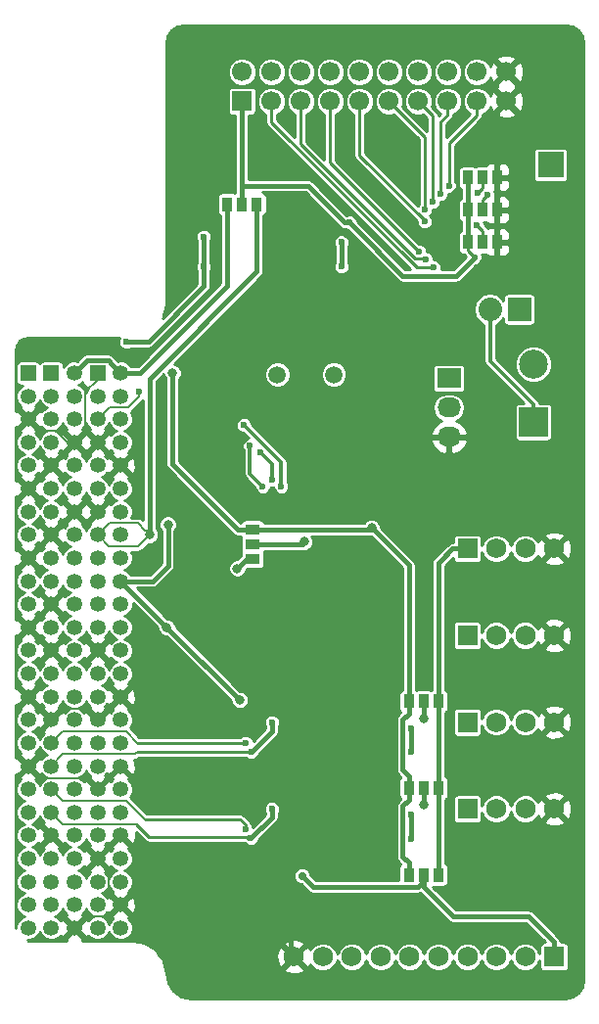
<source format=gbl>
G04 #@! TF.FileFunction,Copper,L2,Bot,Signal*
%FSLAX46Y46*%
G04 Gerber Fmt 4.6, Leading zero omitted, Abs format (unit mm)*
G04 Created by KiCad (PCBNEW 4.0.4-stable) date 12/01/16 01:31:51*
%MOMM*%
%LPD*%
G01*
G04 APERTURE LIST*
%ADD10C,0.100000*%
%ADD11R,1.350000X1.350000*%
%ADD12C,1.350000*%
%ADD13R,1.270000X0.965200*%
%ADD14R,0.965200X1.270000*%
%ADD15R,2.235200X2.235200*%
%ADD16R,2.032000X2.032000*%
%ADD17O,2.032000X2.032000*%
%ADD18R,2.032000X1.727200*%
%ADD19O,2.032000X1.727200*%
%ADD20R,1.750000X1.750000*%
%ADD21C,1.750000*%
%ADD22R,2.500000X2.500000*%
%ADD23C,2.500000*%
%ADD24C,1.501140*%
%ADD25R,1.700000X1.700000*%
%ADD26C,1.700000*%
%ADD27C,0.800000*%
%ADD28C,0.600000*%
%ADD29C,0.700000*%
%ADD30C,0.200000*%
%ADD31C,0.400000*%
%ADD32C,0.250000*%
%ADD33C,0.300000*%
%ADD34C,0.254000*%
G04 APERTURE END LIST*
D10*
D11*
X162500000Y-95500000D03*
D12*
X162500000Y-97500000D03*
X162500000Y-99500000D03*
X162500000Y-101500000D03*
X162500000Y-103500000D03*
X162500000Y-105500000D03*
X162500000Y-107500000D03*
X162500000Y-109500000D03*
X162500000Y-111500000D03*
X162500000Y-113500000D03*
X162500000Y-115500000D03*
X162500000Y-117500000D03*
X162500000Y-119500000D03*
X162500000Y-121500000D03*
X162500000Y-123500000D03*
X162500000Y-125500000D03*
X162500000Y-127500000D03*
X162500000Y-129500000D03*
X162500000Y-131500000D03*
X162500000Y-133500000D03*
X162500000Y-135500000D03*
X162500000Y-137500000D03*
X162500000Y-139500000D03*
X162500000Y-141500000D03*
X162500000Y-143500000D03*
X164500000Y-95500000D03*
X164500000Y-97500000D03*
X164500000Y-99500000D03*
X164500000Y-101500000D03*
X164500000Y-103500000D03*
X164500000Y-105500000D03*
X164500000Y-107500000D03*
X164500000Y-109500000D03*
X164500000Y-111500000D03*
X164500000Y-113500000D03*
X164500000Y-115500000D03*
X164500000Y-117500000D03*
X164500000Y-119500000D03*
X164500000Y-121500000D03*
X164500000Y-123500000D03*
X164500000Y-125500000D03*
X164500000Y-127500000D03*
X164500000Y-129500000D03*
X164500000Y-131500000D03*
X164500000Y-133500000D03*
X164500000Y-135500000D03*
X164500000Y-137500000D03*
X164500000Y-139500000D03*
X164500000Y-141500000D03*
X164500000Y-143500000D03*
D13*
X175900000Y-111570000D03*
X175900000Y-110300000D03*
X175900000Y-109030000D03*
D14*
X191970000Y-131400000D03*
X190700000Y-131400000D03*
X189430000Y-131400000D03*
X191970000Y-123900000D03*
X190700000Y-123900000D03*
X189430000Y-123900000D03*
X197070000Y-78600000D03*
X195800000Y-78600000D03*
X194530000Y-78600000D03*
X197070000Y-81400000D03*
X195800000Y-81400000D03*
X194530000Y-81400000D03*
X176270000Y-80900000D03*
X175000000Y-80900000D03*
X173730000Y-80900000D03*
X197070000Y-84200000D03*
X195800000Y-84200000D03*
X194530000Y-84200000D03*
X191970000Y-138900000D03*
X190700000Y-138900000D03*
X189430000Y-138900000D03*
D11*
X156500000Y-95500000D03*
D12*
X156500000Y-97500000D03*
X156500000Y-99500000D03*
X156500000Y-101500000D03*
X156500000Y-103500000D03*
X156500000Y-105500000D03*
X156500000Y-107500000D03*
X156500000Y-109500000D03*
X156500000Y-111500000D03*
X156500000Y-113500000D03*
X156500000Y-115500000D03*
X156500000Y-117500000D03*
X156500000Y-119500000D03*
X156500000Y-121500000D03*
X156500000Y-123500000D03*
X156500000Y-125500000D03*
X156500000Y-127500000D03*
X156500000Y-129500000D03*
X156500000Y-131500000D03*
X156500000Y-133500000D03*
X156500000Y-135500000D03*
X156500000Y-137500000D03*
X156500000Y-139500000D03*
X156500000Y-141500000D03*
X156500000Y-143500000D03*
D11*
X158500000Y-95500000D03*
D12*
X158500000Y-97500000D03*
X158500000Y-99500000D03*
X158500000Y-101500000D03*
X158500000Y-103500000D03*
X158500000Y-105500000D03*
X158500000Y-107500000D03*
X158500000Y-109500000D03*
X158500000Y-111500000D03*
X158500000Y-113500000D03*
X158500000Y-115500000D03*
X158500000Y-117500000D03*
X158500000Y-119500000D03*
X158500000Y-121500000D03*
X158500000Y-123500000D03*
X158500000Y-125500000D03*
X158500000Y-127500000D03*
X158500000Y-129500000D03*
X158500000Y-131500000D03*
X158500000Y-133500000D03*
X158500000Y-135500000D03*
X158500000Y-137500000D03*
X158500000Y-139500000D03*
X158500000Y-141500000D03*
X158500000Y-143500000D03*
X160500000Y-95500000D03*
X160500000Y-97500000D03*
X160500000Y-99500000D03*
X160500000Y-101500000D03*
X160500000Y-103500000D03*
X160500000Y-105500000D03*
X160500000Y-107500000D03*
X160500000Y-109500000D03*
X160500000Y-111500000D03*
X160500000Y-113500000D03*
X160500000Y-115500000D03*
X160500000Y-117500000D03*
X160500000Y-119500000D03*
X160500000Y-121500000D03*
X160500000Y-123500000D03*
X160500000Y-125500000D03*
X160500000Y-127500000D03*
X160500000Y-129500000D03*
X160500000Y-131500000D03*
X160500000Y-133500000D03*
X160500000Y-135500000D03*
X160500000Y-137500000D03*
X160500000Y-139500000D03*
X160500000Y-141500000D03*
X160500000Y-143500000D03*
D15*
X201700000Y-77500000D03*
D16*
X199000000Y-90000000D03*
D17*
X196460000Y-90000000D03*
D18*
X192900000Y-95960000D03*
D19*
X192900000Y-98500000D03*
X192900000Y-101040000D03*
D20*
X194500000Y-133200000D03*
D21*
X197000000Y-133200000D03*
X199500000Y-133200000D03*
X202000000Y-133200000D03*
D20*
X194500000Y-125700000D03*
D21*
X197000000Y-125700000D03*
X199500000Y-125700000D03*
X202000000Y-125700000D03*
D20*
X194500000Y-110700000D03*
D21*
X197000000Y-110700000D03*
X199500000Y-110700000D03*
X202000000Y-110700000D03*
D20*
X194500000Y-118200000D03*
D21*
X197000000Y-118200000D03*
X199500000Y-118200000D03*
X202000000Y-118200000D03*
D20*
X202000000Y-146000000D03*
D21*
X199500000Y-146000000D03*
X197000000Y-146000000D03*
X194500000Y-146000000D03*
X192000000Y-146000000D03*
X189500000Y-146000000D03*
X187000000Y-146000000D03*
X184500000Y-146000000D03*
X182000000Y-146000000D03*
X179500000Y-146000000D03*
D22*
X200200000Y-99750000D03*
D23*
X200200000Y-94750000D03*
D24*
X178059060Y-95650000D03*
X182940940Y-95650000D03*
D25*
X175000000Y-72000000D03*
D26*
X175000000Y-69460000D03*
X177540000Y-72000000D03*
X177540000Y-69460000D03*
X180080000Y-72000000D03*
X180080000Y-69460000D03*
X182620000Y-72000000D03*
X182620000Y-69460000D03*
X185160000Y-72000000D03*
X185160000Y-69460000D03*
X187700000Y-72000000D03*
X187700000Y-69460000D03*
X190240000Y-72000000D03*
X190240000Y-69460000D03*
X192780000Y-72000000D03*
X192780000Y-69460000D03*
X195320000Y-72000000D03*
X195320000Y-69460000D03*
X197860000Y-72000000D03*
X197860000Y-69460000D03*
D27*
X170500000Y-147500000D03*
D28*
X197600000Y-82800000D03*
D29*
X180600000Y-132400000D03*
X176300000Y-136700000D03*
X179200000Y-139600000D03*
D27*
X168600000Y-108600000D03*
X168500000Y-117500000D03*
X174800000Y-123800000D03*
X180400000Y-110100000D03*
D28*
X195100000Y-85500000D03*
X184300000Y-82500000D03*
D29*
X180200000Y-139000000D03*
D27*
X169000000Y-95500000D03*
X186200000Y-108900000D03*
X174600000Y-112400000D03*
X167000000Y-109500000D03*
X190700000Y-132850000D03*
X190700000Y-125350000D03*
D28*
X195400000Y-79900000D03*
X196200000Y-80100000D03*
X195300000Y-82700000D03*
X165000000Y-92800000D03*
X171700000Y-86300000D03*
X171700000Y-83700000D03*
X175300000Y-127500000D03*
X175800000Y-128300000D03*
X177600000Y-125700000D03*
X175300000Y-135000000D03*
X177600000Y-133200000D03*
X175775001Y-135724999D03*
X166100000Y-97100000D03*
X189600000Y-133700000D03*
X189600000Y-135800000D03*
X189600000Y-126200000D03*
X189600000Y-128300000D03*
X191600000Y-86400000D03*
X190900000Y-85700000D03*
X190300000Y-85000000D03*
X190800000Y-82400000D03*
X190800000Y-81400000D03*
X191500000Y-80700000D03*
X192200000Y-80000000D03*
X192900000Y-79300000D03*
X183600000Y-86300000D03*
X183600000Y-84200000D03*
X177600000Y-104700000D03*
X176600000Y-102400000D03*
X175700000Y-101800000D03*
X176800000Y-105300000D03*
X175162002Y-100000000D03*
X178400000Y-105300000D03*
D30*
X160500000Y-101500000D02*
X159943002Y-101500000D01*
X158918003Y-100475001D02*
X157475001Y-100475001D01*
X159943002Y-101500000D02*
X158918003Y-100475001D01*
X157475001Y-100475001D02*
X157174999Y-100174999D01*
X157174999Y-100174999D02*
X156500000Y-99500000D01*
D31*
X197070000Y-78600000D02*
X197070000Y-72790000D01*
X197070000Y-72790000D02*
X197860000Y-72000000D01*
X197070000Y-81400000D02*
X197070000Y-82800000D01*
D32*
X197600000Y-82800000D02*
X197070000Y-82800000D01*
D31*
X197070000Y-82800000D02*
X197070000Y-84200000D01*
X176300000Y-136700000D02*
X180600000Y-132400000D01*
X179200000Y-139600000D02*
X176300000Y-136700000D01*
X179200000Y-139600000D02*
X179200000Y-145700000D01*
X179200000Y-145700000D02*
X179500000Y-146000000D01*
X197070000Y-78600000D02*
X197070000Y-81800000D01*
D30*
X162500000Y-95500000D02*
X162500000Y-96056998D01*
X162500000Y-96056998D02*
X161475001Y-97081997D01*
X161475001Y-97081997D02*
X161475001Y-100524999D01*
X161475001Y-100524999D02*
X161174999Y-100825001D01*
X161174999Y-100825001D02*
X160500000Y-101500000D01*
X162500000Y-131500000D02*
X161524999Y-130524999D01*
X161524999Y-130524999D02*
X157524999Y-130524999D01*
X157524999Y-130524999D02*
X157174999Y-130174999D01*
X157174999Y-130174999D02*
X156500000Y-129500000D01*
X162500000Y-125500000D02*
X161524999Y-124524999D01*
X159174999Y-124825001D02*
X158500000Y-125500000D01*
X161524999Y-124524999D02*
X159475001Y-124524999D01*
X159475001Y-124524999D02*
X159174999Y-124825001D01*
X162500000Y-125500000D02*
X163174999Y-124825001D01*
X163174999Y-124825001D02*
X164500000Y-123500000D01*
X162500000Y-131500000D02*
X163174999Y-130825001D01*
X163174999Y-130825001D02*
X164500000Y-129500000D01*
X164500000Y-141500000D02*
X163475001Y-140475001D01*
X163475001Y-140475001D02*
X163475001Y-138475001D01*
X163475001Y-138475001D02*
X163174999Y-138174999D01*
X163174999Y-138174999D02*
X162500000Y-137500000D01*
X160500000Y-143500000D02*
X161475001Y-142524999D01*
X161475001Y-142524999D02*
X163475001Y-142524999D01*
X163475001Y-142524999D02*
X163825001Y-142174999D01*
X163825001Y-142174999D02*
X164500000Y-141500000D01*
D32*
X164500000Y-135500000D02*
X163825001Y-136174999D01*
X163825001Y-136174999D02*
X162500000Y-137500000D01*
D31*
X164500000Y-113500000D02*
X167300000Y-113500000D01*
X167300000Y-113500000D02*
X168600000Y-112200000D01*
X168600000Y-108600000D02*
X168600000Y-112200000D01*
X164500000Y-113500000D02*
X168500000Y-117500000D01*
X168500000Y-117500000D02*
X174800000Y-123800000D01*
X175900000Y-110300000D02*
X180200000Y-110300000D01*
X180200000Y-110300000D02*
X180400000Y-110100000D01*
X175000000Y-79865000D02*
X175000000Y-79300000D01*
X175000000Y-79300000D02*
X175000000Y-72000000D01*
X181240736Y-79840736D02*
X180700000Y-79300000D01*
X180700000Y-79300000D02*
X175000000Y-79300000D01*
X181240736Y-79865000D02*
X181240736Y-79840736D01*
X195100000Y-85500000D02*
X193499999Y-87100001D01*
X193499999Y-87100001D02*
X188900001Y-87100001D01*
X188900001Y-87100001D02*
X184599999Y-82799999D01*
X184599999Y-82799999D02*
X184300000Y-82500000D01*
D32*
X195100000Y-85500000D02*
X194530000Y-84930000D01*
X194530000Y-84930000D02*
X194530000Y-84200000D01*
D31*
X184300000Y-82500000D02*
X183875736Y-82500000D01*
X183875736Y-82500000D02*
X181240736Y-79865000D01*
X175000000Y-80900000D02*
X175000000Y-79865000D01*
X194530000Y-81400000D02*
X194530000Y-84200000D01*
X194530000Y-78600000D02*
X194530000Y-81800000D01*
X180200000Y-139000000D02*
X181135001Y-139935001D01*
X181135001Y-139935001D02*
X190232601Y-139935001D01*
X190700000Y-138900000D02*
X190700000Y-139467602D01*
X190700000Y-139467602D02*
X190232601Y-139935001D01*
X199775000Y-142500000D02*
X193265000Y-142500000D01*
X193265000Y-142500000D02*
X190700000Y-139935000D01*
X190700000Y-139935000D02*
X190700000Y-138900000D01*
X202000000Y-146000000D02*
X202000000Y-144725000D01*
X202000000Y-144725000D02*
X199775000Y-142500000D01*
X169000000Y-95500000D02*
X169000000Y-103400000D01*
X169000000Y-103400000D02*
X174630000Y-109030000D01*
X174630000Y-109030000D02*
X175900000Y-109030000D01*
X189430000Y-123900000D02*
X189430000Y-112130000D01*
X189430000Y-112130000D02*
X186200000Y-108900000D01*
X175900000Y-109030000D02*
X186070000Y-109030000D01*
X186070000Y-109030000D02*
X186200000Y-108900000D01*
D32*
X175900000Y-109030000D02*
X175747600Y-109030000D01*
D31*
X173730000Y-80900000D02*
X173730000Y-87977120D01*
X173730000Y-87977120D02*
X166207120Y-95500000D01*
X166207120Y-95500000D02*
X165454594Y-95500000D01*
X165454594Y-95500000D02*
X164500000Y-95500000D01*
X160500000Y-95500000D02*
X161575001Y-94424999D01*
X161575001Y-94424999D02*
X163424999Y-94424999D01*
X163424999Y-94424999D02*
X163825001Y-94825001D01*
X163825001Y-94825001D02*
X164500000Y-95500000D01*
X189430000Y-131400000D02*
X189430000Y-132435000D01*
X189430000Y-132435000D02*
X188899999Y-132965001D01*
X188899999Y-132965001D02*
X188899999Y-137334999D01*
X189430000Y-137865000D02*
X189430000Y-138900000D01*
X188899999Y-137334999D02*
X189430000Y-137865000D01*
X189430000Y-123900000D02*
X189430000Y-124935000D01*
X189430000Y-130365000D02*
X189430000Y-131400000D01*
X189430000Y-124935000D02*
X188899999Y-125465001D01*
X188899999Y-125465001D02*
X188899999Y-129834999D01*
X188899999Y-129834999D02*
X189430000Y-130365000D01*
X175900000Y-111570000D02*
X175430000Y-111570000D01*
X175430000Y-111570000D02*
X174600000Y-112400000D01*
X167000000Y-106443002D02*
X167000000Y-109100000D01*
X167000000Y-109100000D02*
X167000000Y-109500000D01*
D30*
X163524999Y-108475001D02*
X165975001Y-108475001D01*
X165975001Y-108475001D02*
X166600000Y-109100000D01*
X166600000Y-109100000D02*
X167000000Y-109100000D01*
X163475001Y-110475001D02*
X166024999Y-110475001D01*
X166024999Y-110475001D02*
X167000000Y-109500000D01*
X162500000Y-109500000D02*
X163475001Y-110475001D01*
D31*
X167000000Y-96000000D02*
X167000000Y-106443002D01*
X194500000Y-110700000D02*
X193225000Y-110700000D01*
X193225000Y-110700000D02*
X192355000Y-111570000D01*
D30*
X162500000Y-109500000D02*
X163524999Y-108475001D01*
D31*
X176270000Y-86730000D02*
X167000000Y-96000000D01*
X176270000Y-80900000D02*
X176270000Y-86730000D01*
X191970000Y-123900000D02*
X191970000Y-111955000D01*
X191970000Y-111955000D02*
X193225000Y-110700000D01*
X191970000Y-131400000D02*
X191970000Y-132435000D01*
X191970000Y-132435000D02*
X191970000Y-138900000D01*
X191970000Y-131400000D02*
X191970000Y-130365000D01*
X191970000Y-130365000D02*
X191970000Y-123900000D01*
D33*
X200200000Y-99750000D02*
X200200000Y-98200000D01*
X200200000Y-98200000D02*
X196460000Y-94460000D01*
X196460000Y-94460000D02*
X196460000Y-91436840D01*
X196460000Y-91436840D02*
X196460000Y-90000000D01*
D31*
X190700000Y-132850000D02*
X190700000Y-131400000D01*
X190700000Y-125350000D02*
X190700000Y-123900000D01*
D32*
X195800000Y-78600000D02*
X195800000Y-79500000D01*
X195800000Y-79500000D02*
X195400000Y-79900000D01*
X195800000Y-81400000D02*
X195800000Y-80500000D01*
X195800000Y-80500000D02*
X196200000Y-80100000D01*
X195800000Y-84200000D02*
X195800000Y-83200000D01*
X195800000Y-83200000D02*
X195300000Y-82700000D01*
D31*
X171700000Y-86300000D02*
X171700000Y-88000000D01*
X171700000Y-88000000D02*
X166900000Y-92800000D01*
X165424264Y-92800000D02*
X166900000Y-92800000D01*
X165000000Y-92800000D02*
X165424264Y-92800000D01*
X171700000Y-86300000D02*
X171700000Y-83700000D01*
D32*
X175300000Y-127500000D02*
X165943002Y-127500000D01*
D30*
X158500000Y-127500000D02*
X159475001Y-126524999D01*
X159475001Y-126524999D02*
X164968001Y-126524999D01*
X164968001Y-126524999D02*
X165943002Y-127500000D01*
X159524999Y-128475001D02*
X165724999Y-128475001D01*
X165724999Y-128475001D02*
X165900000Y-128300000D01*
D32*
X175800000Y-128300000D02*
X165900000Y-128300000D01*
D30*
X158500000Y-129500000D02*
X159524999Y-128475001D01*
D31*
X177600000Y-125700000D02*
X177600000Y-126500000D01*
X177600000Y-126500000D02*
X175800000Y-128300000D01*
D30*
X166567991Y-134124989D02*
X166567991Y-134099989D01*
X166567991Y-134099989D02*
X164968001Y-132524999D01*
D32*
X175300000Y-135000000D02*
X175300000Y-134575736D01*
X175300000Y-134575736D02*
X174824253Y-134099989D01*
X174824253Y-134099989D02*
X174113041Y-134099989D01*
X174113041Y-134099989D02*
X166567991Y-134099989D01*
D30*
X164968001Y-132524999D02*
X159524999Y-132524999D01*
X159524999Y-132524999D02*
X158500000Y-131500000D01*
D32*
X175775001Y-135724999D02*
X175524999Y-135724999D01*
X175425001Y-135625001D02*
X166925001Y-135625001D01*
X175524999Y-135724999D02*
X175425001Y-135625001D01*
X166925001Y-135625001D02*
X165824999Y-134524999D01*
D30*
X159524999Y-134524999D02*
X165824999Y-134524999D01*
D31*
X175775001Y-135724999D02*
X177600000Y-133900000D01*
X177600000Y-133900000D02*
X177600000Y-133200000D01*
D30*
X159524999Y-134524999D02*
X158500000Y-133500000D01*
X162500000Y-99500000D02*
X163524999Y-98475001D01*
X163524999Y-98475001D02*
X165149263Y-98475001D01*
X165149263Y-98475001D02*
X166100000Y-97524264D01*
X166100000Y-97524264D02*
X166100000Y-97100000D01*
D31*
X189600000Y-135800000D02*
X189600000Y-133700000D01*
X189600000Y-126200000D02*
X189600000Y-128300000D01*
D32*
X191600000Y-86400000D02*
X190138588Y-86400000D01*
X190138588Y-86400000D02*
X177540000Y-73801412D01*
X177540000Y-73801412D02*
X177540000Y-73221314D01*
X177540000Y-73221314D02*
X177540000Y-72000000D01*
X190900000Y-85700000D02*
X190825001Y-85625001D01*
X190825001Y-85625001D02*
X189999999Y-85625001D01*
X189999999Y-85625001D02*
X180080000Y-75705002D01*
X180080000Y-75705002D02*
X180080000Y-73221314D01*
X180080000Y-73221314D02*
X180080000Y-72000000D01*
X190300000Y-85000000D02*
X182620000Y-77320000D01*
X182620000Y-77320000D02*
X182620000Y-72000000D01*
X190800000Y-82400000D02*
X190800000Y-82325002D01*
X190800000Y-82325002D02*
X185160000Y-76685002D01*
X185160000Y-76685002D02*
X185160000Y-73221314D01*
X185160000Y-73221314D02*
X185160000Y-72000000D01*
X190800000Y-81400000D02*
X190800000Y-75100000D01*
X190800000Y-75100000D02*
X187700000Y-72000000D01*
X191500000Y-80700000D02*
X191500000Y-73260000D01*
X191500000Y-73260000D02*
X190240000Y-72000000D01*
X192780000Y-72000000D02*
X192780000Y-73202081D01*
X192780000Y-73202081D02*
X192200000Y-73782081D01*
X192200000Y-73782081D02*
X192200000Y-79575736D01*
X192200000Y-79575736D02*
X192200000Y-80000000D01*
X195320000Y-72000000D02*
X195320000Y-73221314D01*
X195320000Y-73221314D02*
X192900000Y-75641314D01*
X192900000Y-75641314D02*
X192900000Y-78875736D01*
X192900000Y-78875736D02*
X192900000Y-79300000D01*
D31*
X183600000Y-86300000D02*
X183600000Y-84200000D01*
D33*
X177600000Y-104700000D02*
X177600000Y-103400000D01*
X177600000Y-103400000D02*
X176600000Y-102400000D01*
X176800000Y-105300000D02*
X175700000Y-104200000D01*
X175700000Y-104200000D02*
X175700000Y-101800000D01*
X178400000Y-105300000D02*
X178400000Y-103237998D01*
X178400000Y-103237998D02*
X175162002Y-100000000D01*
D34*
G36*
X203597197Y-65558233D02*
X204103479Y-65896519D01*
X204441766Y-66402802D01*
X204569000Y-67042452D01*
X204569000Y-147957548D01*
X204441766Y-148597198D01*
X204103479Y-149103481D01*
X203597197Y-149441767D01*
X202957552Y-149569000D01*
X170542448Y-149569000D01*
X169711461Y-149403707D01*
X169042966Y-148957033D01*
X168596294Y-148288541D01*
X168422718Y-147415916D01*
X168352332Y-147062060D01*
X178617545Y-147062060D01*
X178700884Y-147315953D01*
X179265306Y-147521590D01*
X179865458Y-147495579D01*
X180299116Y-147315953D01*
X180382455Y-147062060D01*
X179500000Y-146179605D01*
X178617545Y-147062060D01*
X168352332Y-147062060D01*
X168232417Y-146459207D01*
X168168062Y-146303840D01*
X167808225Y-145765306D01*
X177978410Y-145765306D01*
X178004421Y-146365458D01*
X178184047Y-146799116D01*
X178437940Y-146882455D01*
X179320395Y-146000000D01*
X178437940Y-145117545D01*
X178184047Y-145200884D01*
X177978410Y-145765306D01*
X167808225Y-145765306D01*
X167626130Y-145492782D01*
X167507218Y-145373869D01*
X166854804Y-144937940D01*
X178617545Y-144937940D01*
X179500000Y-145820395D01*
X180382455Y-144937940D01*
X180299116Y-144684047D01*
X179734694Y-144478410D01*
X179134542Y-144504421D01*
X178700884Y-144684047D01*
X178617545Y-144937940D01*
X166854804Y-144937940D01*
X166696160Y-144831938D01*
X166540793Y-144767582D01*
X166540788Y-144767582D01*
X165584084Y-144577282D01*
X165541636Y-144577282D01*
X165500000Y-144569000D01*
X161199275Y-144569000D01*
X161237542Y-144417147D01*
X160500000Y-143679605D01*
X159762458Y-144417147D01*
X159800725Y-144569000D01*
X156542448Y-144569000D01*
X156476993Y-144555980D01*
X156709130Y-144556183D01*
X157097394Y-144395755D01*
X157394711Y-144098957D01*
X157500060Y-143845248D01*
X157604245Y-144097394D01*
X157901043Y-144394711D01*
X158289027Y-144555816D01*
X158709130Y-144556183D01*
X159097394Y-144395755D01*
X159339455Y-144154116D01*
X159349672Y-144178781D01*
X159582853Y-144237542D01*
X160320395Y-143500000D01*
X159582853Y-142762458D01*
X159349672Y-142821219D01*
X159340543Y-142847297D01*
X159098957Y-142605289D01*
X158845248Y-142499940D01*
X159097394Y-142395755D01*
X159394711Y-142098957D01*
X159500060Y-141845248D01*
X159604245Y-142097394D01*
X159845884Y-142339455D01*
X159821219Y-142349672D01*
X159762458Y-142582853D01*
X160500000Y-143320395D01*
X161237542Y-142582853D01*
X161178781Y-142349672D01*
X161152703Y-142340543D01*
X161394711Y-142098957D01*
X161500060Y-141845248D01*
X161604245Y-142097394D01*
X161901043Y-142394711D01*
X162154752Y-142500060D01*
X161902606Y-142604245D01*
X161660545Y-142845884D01*
X161650328Y-142821219D01*
X161417147Y-142762458D01*
X160679605Y-143500000D01*
X161417147Y-144237542D01*
X161650328Y-144178781D01*
X161659457Y-144152703D01*
X161901043Y-144394711D01*
X162289027Y-144555816D01*
X162709130Y-144556183D01*
X163097394Y-144395755D01*
X163394711Y-144098957D01*
X163500060Y-143845248D01*
X163604245Y-144097394D01*
X163901043Y-144394711D01*
X164289027Y-144555816D01*
X164709130Y-144556183D01*
X165097394Y-144395755D01*
X165394711Y-144098957D01*
X165555816Y-143710973D01*
X165556183Y-143290870D01*
X165395755Y-142902606D01*
X165154116Y-142660545D01*
X165178781Y-142650328D01*
X165237542Y-142417147D01*
X164500000Y-141679605D01*
X163762458Y-142417147D01*
X163821219Y-142650328D01*
X163847297Y-142659457D01*
X163605289Y-142901043D01*
X163499940Y-143154752D01*
X163395755Y-142902606D01*
X163098957Y-142605289D01*
X162845248Y-142499940D01*
X163097394Y-142395755D01*
X163339455Y-142154116D01*
X163349672Y-142178781D01*
X163582853Y-142237542D01*
X164320395Y-141500000D01*
X164679605Y-141500000D01*
X165417147Y-142237542D01*
X165650328Y-142178781D01*
X165822522Y-141686900D01*
X165793375Y-141166566D01*
X165650328Y-140821219D01*
X165417147Y-140762458D01*
X164679605Y-141500000D01*
X164320395Y-141500000D01*
X163582853Y-140762458D01*
X163349672Y-140821219D01*
X163340543Y-140847297D01*
X163098957Y-140605289D01*
X162845248Y-140499940D01*
X163097394Y-140395755D01*
X163394711Y-140098957D01*
X163500060Y-139845248D01*
X163604245Y-140097394D01*
X163845884Y-140339455D01*
X163821219Y-140349672D01*
X163762458Y-140582853D01*
X164500000Y-141320395D01*
X165237542Y-140582853D01*
X165178781Y-140349672D01*
X165152703Y-140340543D01*
X165394711Y-140098957D01*
X165555816Y-139710973D01*
X165556183Y-139290870D01*
X165395755Y-138902606D01*
X165098957Y-138605289D01*
X164845248Y-138499940D01*
X165097394Y-138395755D01*
X165394711Y-138098957D01*
X165555816Y-137710973D01*
X165556183Y-137290870D01*
X165395755Y-136902606D01*
X165154116Y-136660545D01*
X165178781Y-136650328D01*
X165237542Y-136417147D01*
X164500000Y-135679605D01*
X163762458Y-136417147D01*
X163821219Y-136650328D01*
X163847297Y-136659457D01*
X163660545Y-136845884D01*
X163650328Y-136821219D01*
X163417147Y-136762458D01*
X162679605Y-137500000D01*
X163417147Y-138237542D01*
X163650328Y-138178781D01*
X163659457Y-138152703D01*
X163901043Y-138394711D01*
X164154752Y-138500060D01*
X163902606Y-138604245D01*
X163605289Y-138901043D01*
X163499940Y-139154752D01*
X163395755Y-138902606D01*
X163154116Y-138660545D01*
X163178781Y-138650328D01*
X163237542Y-138417147D01*
X162500000Y-137679605D01*
X161762458Y-138417147D01*
X161821219Y-138650328D01*
X161847297Y-138659457D01*
X161605289Y-138901043D01*
X161499940Y-139154752D01*
X161395755Y-138902606D01*
X161098957Y-138605289D01*
X160845248Y-138499940D01*
X161097394Y-138395755D01*
X161339455Y-138154116D01*
X161349672Y-138178781D01*
X161582853Y-138237542D01*
X162320395Y-137500000D01*
X161582853Y-136762458D01*
X161349672Y-136821219D01*
X161340543Y-136847297D01*
X161098957Y-136605289D01*
X160845248Y-136499940D01*
X161097394Y-136395755D01*
X161394711Y-136098957D01*
X161500060Y-135845248D01*
X161604245Y-136097394D01*
X161845884Y-136339455D01*
X161821219Y-136349672D01*
X161762458Y-136582853D01*
X162500000Y-137320395D01*
X163237542Y-136582853D01*
X163178781Y-136349672D01*
X163152703Y-136340543D01*
X163339455Y-136154116D01*
X163349672Y-136178781D01*
X163582853Y-136237542D01*
X164320395Y-135500000D01*
X164306253Y-135485858D01*
X164485858Y-135306253D01*
X164500000Y-135320395D01*
X164514143Y-135306253D01*
X164693748Y-135485858D01*
X164679605Y-135500000D01*
X165417147Y-136237542D01*
X165650328Y-136178781D01*
X165822522Y-135686900D01*
X165795891Y-135211483D01*
X166567205Y-135982797D01*
X166731363Y-136092484D01*
X166925001Y-136131001D01*
X175218054Y-136131001D01*
X175388742Y-136301986D01*
X175638947Y-136405881D01*
X175909866Y-136406117D01*
X176160253Y-136302660D01*
X176351988Y-136111258D01*
X176452530Y-135869128D01*
X178010829Y-134310829D01*
X178136774Y-134122339D01*
X178181000Y-133900000D01*
X178181000Y-133576595D01*
X178280882Y-133336054D01*
X178281118Y-133065135D01*
X178177661Y-132814748D01*
X177986259Y-132623013D01*
X177736054Y-132519118D01*
X177465135Y-132518882D01*
X177214748Y-132622339D01*
X177023013Y-132813741D01*
X176919118Y-133063946D01*
X176918882Y-133334865D01*
X177019000Y-133577171D01*
X177019000Y-133659342D01*
X175932024Y-134746318D01*
X175877661Y-134614748D01*
X175797859Y-134534807D01*
X175767483Y-134382098D01*
X175657796Y-134217940D01*
X175182049Y-133742193D01*
X175017891Y-133632506D01*
X174824253Y-133593989D01*
X166739615Y-133593989D01*
X165308391Y-132185127D01*
X165394711Y-132098957D01*
X165555816Y-131710973D01*
X165556183Y-131290870D01*
X165395755Y-130902606D01*
X165154116Y-130660545D01*
X165178781Y-130650328D01*
X165237542Y-130417147D01*
X164500000Y-129679605D01*
X163762458Y-130417147D01*
X163821219Y-130650328D01*
X163847297Y-130659457D01*
X163660545Y-130845884D01*
X163650328Y-130821219D01*
X163417147Y-130762458D01*
X162679605Y-131500000D01*
X162693748Y-131514143D01*
X162514143Y-131693748D01*
X162500000Y-131679605D01*
X162485858Y-131693748D01*
X162306253Y-131514143D01*
X162320395Y-131500000D01*
X161582853Y-130762458D01*
X161349672Y-130821219D01*
X161340543Y-130847297D01*
X161098957Y-130605289D01*
X160845248Y-130499940D01*
X161097394Y-130395755D01*
X161394711Y-130098957D01*
X161500060Y-129845248D01*
X161604245Y-130097394D01*
X161845884Y-130339455D01*
X161821219Y-130349672D01*
X161762458Y-130582853D01*
X162500000Y-131320395D01*
X163237542Y-130582853D01*
X163178781Y-130349672D01*
X163152703Y-130340543D01*
X163339455Y-130154116D01*
X163349672Y-130178781D01*
X163582853Y-130237542D01*
X164320395Y-129500000D01*
X164306253Y-129485858D01*
X164485858Y-129306253D01*
X164500000Y-129320395D01*
X164514143Y-129306253D01*
X164693748Y-129485858D01*
X164679605Y-129500000D01*
X165417147Y-130237542D01*
X165650328Y-130178781D01*
X165822522Y-129686900D01*
X165793375Y-129166566D01*
X165706156Y-128956001D01*
X165724999Y-128956001D01*
X165909070Y-128919387D01*
X166065117Y-128815119D01*
X166074236Y-128806000D01*
X175342877Y-128806000D01*
X175413741Y-128876987D01*
X175663946Y-128980882D01*
X175934865Y-128981118D01*
X176185252Y-128877661D01*
X176376987Y-128686259D01*
X176477529Y-128444129D01*
X178010829Y-126910829D01*
X178136774Y-126722339D01*
X178181000Y-126500000D01*
X178181000Y-126076595D01*
X178280882Y-125836054D01*
X178281118Y-125565135D01*
X178177661Y-125314748D01*
X177986259Y-125123013D01*
X177736054Y-125019118D01*
X177465135Y-125018882D01*
X177214748Y-125122339D01*
X177023013Y-125313741D01*
X176919118Y-125563946D01*
X176918882Y-125834865D01*
X177019000Y-126077171D01*
X177019000Y-126259342D01*
X175961262Y-127317080D01*
X175877661Y-127114748D01*
X175686259Y-126923013D01*
X175436054Y-126819118D01*
X175165135Y-126818882D01*
X174914748Y-126922339D01*
X174842962Y-126994000D01*
X166117239Y-126994000D01*
X165308378Y-126185140D01*
X165394711Y-126098957D01*
X165555816Y-125710973D01*
X165556183Y-125290870D01*
X165395755Y-124902606D01*
X165154116Y-124660545D01*
X165178781Y-124650328D01*
X165237542Y-124417147D01*
X164500000Y-123679605D01*
X163762458Y-124417147D01*
X163821219Y-124650328D01*
X163847297Y-124659457D01*
X163660545Y-124845884D01*
X163650328Y-124821219D01*
X163417147Y-124762458D01*
X162679605Y-125500000D01*
X162693748Y-125514143D01*
X162514143Y-125693748D01*
X162500000Y-125679605D01*
X162485858Y-125693748D01*
X162306253Y-125514143D01*
X162320395Y-125500000D01*
X161582853Y-124762458D01*
X161349672Y-124821219D01*
X161340543Y-124847297D01*
X161098957Y-124605289D01*
X160845248Y-124499940D01*
X161097394Y-124395755D01*
X161394711Y-124098957D01*
X161500060Y-123845248D01*
X161604245Y-124097394D01*
X161845884Y-124339455D01*
X161821219Y-124349672D01*
X161762458Y-124582853D01*
X162500000Y-125320395D01*
X163237542Y-124582853D01*
X163178781Y-124349672D01*
X163152703Y-124340543D01*
X163339455Y-124154116D01*
X163349672Y-124178781D01*
X163582853Y-124237542D01*
X164320395Y-123500000D01*
X164679605Y-123500000D01*
X165417147Y-124237542D01*
X165650328Y-124178781D01*
X165822522Y-123686900D01*
X165793375Y-123166566D01*
X165650328Y-122821219D01*
X165417147Y-122762458D01*
X164679605Y-123500000D01*
X164320395Y-123500000D01*
X163582853Y-122762458D01*
X163349672Y-122821219D01*
X163340543Y-122847297D01*
X163098957Y-122605289D01*
X162845248Y-122499940D01*
X163097394Y-122395755D01*
X163394711Y-122098957D01*
X163500060Y-121845248D01*
X163604245Y-122097394D01*
X163845884Y-122339455D01*
X163821219Y-122349672D01*
X163762458Y-122582853D01*
X164500000Y-123320395D01*
X165237542Y-122582853D01*
X165178781Y-122349672D01*
X165152703Y-122340543D01*
X165394711Y-122098957D01*
X165555816Y-121710973D01*
X165556183Y-121290870D01*
X165395755Y-120902606D01*
X165098957Y-120605289D01*
X164845248Y-120499940D01*
X165097394Y-120395755D01*
X165394711Y-120098957D01*
X165555816Y-119710973D01*
X165556183Y-119290870D01*
X165395755Y-118902606D01*
X165098957Y-118605289D01*
X164845248Y-118499940D01*
X165097394Y-118395755D01*
X165394711Y-118098957D01*
X165555816Y-117710973D01*
X165556183Y-117290870D01*
X165395755Y-116902606D01*
X165098957Y-116605289D01*
X164845248Y-116499940D01*
X165097394Y-116395755D01*
X165394711Y-116098957D01*
X165555816Y-115710973D01*
X165556107Y-115377765D01*
X167718964Y-117540622D01*
X167718864Y-117654669D01*
X167837514Y-117941823D01*
X168057021Y-118161714D01*
X168343968Y-118280864D01*
X168459307Y-118280965D01*
X174018964Y-123840622D01*
X174018864Y-123954669D01*
X174137514Y-124241823D01*
X174357021Y-124461714D01*
X174643968Y-124580864D01*
X174954669Y-124581136D01*
X175241823Y-124462486D01*
X175461714Y-124242979D01*
X175580864Y-123956032D01*
X175581136Y-123645331D01*
X175462486Y-123358177D01*
X175242979Y-123138286D01*
X174956032Y-123019136D01*
X174840693Y-123019035D01*
X169281036Y-117459378D01*
X169281136Y-117345331D01*
X169162486Y-117058177D01*
X168942979Y-116838286D01*
X168656032Y-116719136D01*
X168540693Y-116719035D01*
X165902658Y-114081000D01*
X167300000Y-114081000D01*
X167522339Y-114036774D01*
X167710829Y-113910829D01*
X169010829Y-112610829D01*
X169136774Y-112422339D01*
X169181000Y-112200000D01*
X169181000Y-109123552D01*
X169261714Y-109042979D01*
X169380864Y-108756032D01*
X169381136Y-108445331D01*
X169262486Y-108158177D01*
X169042979Y-107938286D01*
X168756032Y-107819136D01*
X168445331Y-107818864D01*
X168158177Y-107937514D01*
X167938286Y-108157021D01*
X167819136Y-108443968D01*
X167818864Y-108754669D01*
X167937514Y-109041823D01*
X168019000Y-109123452D01*
X168019000Y-111959342D01*
X167059342Y-112919000D01*
X165402529Y-112919000D01*
X165395755Y-112902606D01*
X165098957Y-112605289D01*
X164845248Y-112499940D01*
X165097394Y-112395755D01*
X165394711Y-112098957D01*
X165555816Y-111710973D01*
X165556183Y-111290870D01*
X165417817Y-110956001D01*
X166024999Y-110956001D01*
X166209070Y-110919387D01*
X166365117Y-110815119D01*
X166899324Y-110280912D01*
X167154669Y-110281136D01*
X167441823Y-110162486D01*
X167661714Y-109942979D01*
X167780864Y-109656032D01*
X167781136Y-109345331D01*
X167662486Y-109058177D01*
X167581000Y-108976548D01*
X167581000Y-96240658D01*
X168218909Y-95602749D01*
X168218864Y-95654669D01*
X168337514Y-95941823D01*
X168419000Y-96023452D01*
X168419000Y-103400000D01*
X168463226Y-103622339D01*
X168589171Y-103810829D01*
X174219171Y-109440829D01*
X174407661Y-109566774D01*
X174630000Y-109611000D01*
X174895051Y-109611000D01*
X174903103Y-109653790D01*
X174909196Y-109663259D01*
X174907141Y-109666266D01*
X174876536Y-109817400D01*
X174876536Y-110782600D01*
X174903103Y-110923790D01*
X174909196Y-110933259D01*
X174907141Y-110936266D01*
X174876536Y-111087400D01*
X174876536Y-111301806D01*
X174559378Y-111618964D01*
X174445331Y-111618864D01*
X174158177Y-111737514D01*
X173938286Y-111957021D01*
X173819136Y-112243968D01*
X173818864Y-112554669D01*
X173937514Y-112841823D01*
X174157021Y-113061714D01*
X174443968Y-113180864D01*
X174754669Y-113181136D01*
X175041823Y-113062486D01*
X175261714Y-112842979D01*
X175380864Y-112556032D01*
X175380965Y-112441064D01*
X176535000Y-112441064D01*
X176676190Y-112414497D01*
X176805865Y-112331054D01*
X176892859Y-112203734D01*
X176923464Y-112052600D01*
X176923464Y-111087400D01*
X176896897Y-110946210D01*
X176890804Y-110936741D01*
X176892859Y-110933734D01*
X176903538Y-110881000D01*
X180200000Y-110881000D01*
X180229949Y-110875043D01*
X180243968Y-110880864D01*
X180554669Y-110881136D01*
X180841823Y-110762486D01*
X181061714Y-110542979D01*
X181180864Y-110256032D01*
X181181136Y-109945331D01*
X181062486Y-109658177D01*
X181015391Y-109611000D01*
X185875716Y-109611000D01*
X186043968Y-109680864D01*
X186159307Y-109680965D01*
X188849000Y-112370658D01*
X188849000Y-122895051D01*
X188806210Y-122903103D01*
X188676535Y-122986546D01*
X188589541Y-123113866D01*
X188558936Y-123265000D01*
X188558936Y-124535000D01*
X188585503Y-124676190D01*
X188668946Y-124805865D01*
X188709659Y-124833683D01*
X188489170Y-125054172D01*
X188363225Y-125242662D01*
X188318999Y-125465001D01*
X188318999Y-129834999D01*
X188363225Y-130057338D01*
X188489170Y-130245828D01*
X188708998Y-130465656D01*
X188676535Y-130486546D01*
X188589541Y-130613866D01*
X188558936Y-130765000D01*
X188558936Y-132035000D01*
X188585503Y-132176190D01*
X188668946Y-132305865D01*
X188709659Y-132333683D01*
X188489170Y-132554172D01*
X188363225Y-132742662D01*
X188318999Y-132965001D01*
X188318999Y-137334999D01*
X188363225Y-137557338D01*
X188489170Y-137745828D01*
X188708998Y-137965656D01*
X188676535Y-137986546D01*
X188589541Y-138113866D01*
X188558936Y-138265000D01*
X188558936Y-139354001D01*
X181375659Y-139354001D01*
X180931079Y-138909421D01*
X180931126Y-138855233D01*
X180820073Y-138586463D01*
X180614619Y-138380650D01*
X180346043Y-138269127D01*
X180055233Y-138268874D01*
X179786463Y-138379927D01*
X179580650Y-138585381D01*
X179469127Y-138853957D01*
X179468874Y-139144767D01*
X179579927Y-139413537D01*
X179785381Y-139619350D01*
X180053957Y-139730873D01*
X180109263Y-139730921D01*
X180724172Y-140345830D01*
X180912662Y-140471775D01*
X181135001Y-140516001D01*
X190232601Y-140516001D01*
X190421724Y-140478382D01*
X192854171Y-142910829D01*
X193042661Y-143036774D01*
X193265000Y-143081000D01*
X199534342Y-143081000D01*
X201189878Y-144736536D01*
X201125000Y-144736536D01*
X200983810Y-144763103D01*
X200854135Y-144846546D01*
X200767141Y-144973866D01*
X200736536Y-145125000D01*
X200736536Y-145703630D01*
X200565405Y-145289463D01*
X200212396Y-144935836D01*
X199750930Y-144744219D01*
X199251262Y-144743783D01*
X198789463Y-144934595D01*
X198435836Y-145287604D01*
X198249779Y-145735680D01*
X198065405Y-145289463D01*
X197712396Y-144935836D01*
X197250930Y-144744219D01*
X196751262Y-144743783D01*
X196289463Y-144934595D01*
X195935836Y-145287604D01*
X195749779Y-145735680D01*
X195565405Y-145289463D01*
X195212396Y-144935836D01*
X194750930Y-144744219D01*
X194251262Y-144743783D01*
X193789463Y-144934595D01*
X193435836Y-145287604D01*
X193249779Y-145735680D01*
X193065405Y-145289463D01*
X192712396Y-144935836D01*
X192250930Y-144744219D01*
X191751262Y-144743783D01*
X191289463Y-144934595D01*
X190935836Y-145287604D01*
X190749779Y-145735680D01*
X190565405Y-145289463D01*
X190212396Y-144935836D01*
X189750930Y-144744219D01*
X189251262Y-144743783D01*
X188789463Y-144934595D01*
X188435836Y-145287604D01*
X188249779Y-145735680D01*
X188065405Y-145289463D01*
X187712396Y-144935836D01*
X187250930Y-144744219D01*
X186751262Y-144743783D01*
X186289463Y-144934595D01*
X185935836Y-145287604D01*
X185749779Y-145735680D01*
X185565405Y-145289463D01*
X185212396Y-144935836D01*
X184750930Y-144744219D01*
X184251262Y-144743783D01*
X183789463Y-144934595D01*
X183435836Y-145287604D01*
X183249779Y-145735680D01*
X183065405Y-145289463D01*
X182712396Y-144935836D01*
X182250930Y-144744219D01*
X181751262Y-144743783D01*
X181289463Y-144934595D01*
X180935836Y-145287604D01*
X180893803Y-145388831D01*
X180815953Y-145200884D01*
X180562060Y-145117545D01*
X179679605Y-146000000D01*
X180562060Y-146882455D01*
X180815953Y-146799116D01*
X180888696Y-146599454D01*
X180934595Y-146710537D01*
X181287604Y-147064164D01*
X181749070Y-147255781D01*
X182248738Y-147256217D01*
X182710537Y-147065405D01*
X183064164Y-146712396D01*
X183250221Y-146264320D01*
X183434595Y-146710537D01*
X183787604Y-147064164D01*
X184249070Y-147255781D01*
X184748738Y-147256217D01*
X185210537Y-147065405D01*
X185564164Y-146712396D01*
X185750221Y-146264320D01*
X185934595Y-146710537D01*
X186287604Y-147064164D01*
X186749070Y-147255781D01*
X187248738Y-147256217D01*
X187710537Y-147065405D01*
X188064164Y-146712396D01*
X188250221Y-146264320D01*
X188434595Y-146710537D01*
X188787604Y-147064164D01*
X189249070Y-147255781D01*
X189748738Y-147256217D01*
X190210537Y-147065405D01*
X190564164Y-146712396D01*
X190750221Y-146264320D01*
X190934595Y-146710537D01*
X191287604Y-147064164D01*
X191749070Y-147255781D01*
X192248738Y-147256217D01*
X192710537Y-147065405D01*
X193064164Y-146712396D01*
X193250221Y-146264320D01*
X193434595Y-146710537D01*
X193787604Y-147064164D01*
X194249070Y-147255781D01*
X194748738Y-147256217D01*
X195210537Y-147065405D01*
X195564164Y-146712396D01*
X195750221Y-146264320D01*
X195934595Y-146710537D01*
X196287604Y-147064164D01*
X196749070Y-147255781D01*
X197248738Y-147256217D01*
X197710537Y-147065405D01*
X198064164Y-146712396D01*
X198250221Y-146264320D01*
X198434595Y-146710537D01*
X198787604Y-147064164D01*
X199249070Y-147255781D01*
X199748738Y-147256217D01*
X200210537Y-147065405D01*
X200564164Y-146712396D01*
X200736536Y-146297277D01*
X200736536Y-146875000D01*
X200763103Y-147016190D01*
X200846546Y-147145865D01*
X200973866Y-147232859D01*
X201125000Y-147263464D01*
X202875000Y-147263464D01*
X203016190Y-147236897D01*
X203145865Y-147153454D01*
X203232859Y-147026134D01*
X203263464Y-146875000D01*
X203263464Y-145125000D01*
X203236897Y-144983810D01*
X203153454Y-144854135D01*
X203026134Y-144767141D01*
X202875000Y-144736536D01*
X202581000Y-144736536D01*
X202581000Y-144725000D01*
X202536774Y-144502661D01*
X202410829Y-144314171D01*
X200185829Y-142089171D01*
X199997339Y-141963226D01*
X199775000Y-141919000D01*
X193505658Y-141919000D01*
X191510122Y-139923464D01*
X192452600Y-139923464D01*
X192593790Y-139896897D01*
X192723465Y-139813454D01*
X192810459Y-139686134D01*
X192841064Y-139535000D01*
X192841064Y-138265000D01*
X192814497Y-138123810D01*
X192731054Y-137994135D01*
X192603734Y-137907141D01*
X192551000Y-137896462D01*
X192551000Y-132404949D01*
X192593790Y-132396897D01*
X192705521Y-132325000D01*
X193236536Y-132325000D01*
X193236536Y-134075000D01*
X193263103Y-134216190D01*
X193346546Y-134345865D01*
X193473866Y-134432859D01*
X193625000Y-134463464D01*
X195375000Y-134463464D01*
X195516190Y-134436897D01*
X195645865Y-134353454D01*
X195732859Y-134226134D01*
X195763464Y-134075000D01*
X195763464Y-133496370D01*
X195934595Y-133910537D01*
X196287604Y-134264164D01*
X196749070Y-134455781D01*
X197248738Y-134456217D01*
X197710537Y-134265405D01*
X198064164Y-133912396D01*
X198250221Y-133464320D01*
X198434595Y-133910537D01*
X198787604Y-134264164D01*
X199249070Y-134455781D01*
X199748738Y-134456217D01*
X200210537Y-134265405D01*
X200213887Y-134262060D01*
X201117545Y-134262060D01*
X201200884Y-134515953D01*
X201765306Y-134721590D01*
X202365458Y-134695579D01*
X202799116Y-134515953D01*
X202882455Y-134262060D01*
X202000000Y-133379605D01*
X201117545Y-134262060D01*
X200213887Y-134262060D01*
X200564164Y-133912396D01*
X200606197Y-133811169D01*
X200684047Y-133999116D01*
X200937940Y-134082455D01*
X201820395Y-133200000D01*
X202179605Y-133200000D01*
X203062060Y-134082455D01*
X203315953Y-133999116D01*
X203521590Y-133434694D01*
X203495579Y-132834542D01*
X203315953Y-132400884D01*
X203062060Y-132317545D01*
X202179605Y-133200000D01*
X201820395Y-133200000D01*
X200937940Y-132317545D01*
X200684047Y-132400884D01*
X200611304Y-132600546D01*
X200565405Y-132489463D01*
X200214497Y-132137940D01*
X201117545Y-132137940D01*
X202000000Y-133020395D01*
X202882455Y-132137940D01*
X202799116Y-131884047D01*
X202234694Y-131678410D01*
X201634542Y-131704421D01*
X201200884Y-131884047D01*
X201117545Y-132137940D01*
X200214497Y-132137940D01*
X200212396Y-132135836D01*
X199750930Y-131944219D01*
X199251262Y-131943783D01*
X198789463Y-132134595D01*
X198435836Y-132487604D01*
X198249779Y-132935680D01*
X198065405Y-132489463D01*
X197712396Y-132135836D01*
X197250930Y-131944219D01*
X196751262Y-131943783D01*
X196289463Y-132134595D01*
X195935836Y-132487604D01*
X195763464Y-132902723D01*
X195763464Y-132325000D01*
X195736897Y-132183810D01*
X195653454Y-132054135D01*
X195526134Y-131967141D01*
X195375000Y-131936536D01*
X193625000Y-131936536D01*
X193483810Y-131963103D01*
X193354135Y-132046546D01*
X193267141Y-132173866D01*
X193236536Y-132325000D01*
X192705521Y-132325000D01*
X192723465Y-132313454D01*
X192810459Y-132186134D01*
X192841064Y-132035000D01*
X192841064Y-130765000D01*
X192814497Y-130623810D01*
X192731054Y-130494135D01*
X192603734Y-130407141D01*
X192551000Y-130396462D01*
X192551000Y-124904949D01*
X192593790Y-124896897D01*
X192705521Y-124825000D01*
X193236536Y-124825000D01*
X193236536Y-126575000D01*
X193263103Y-126716190D01*
X193346546Y-126845865D01*
X193473866Y-126932859D01*
X193625000Y-126963464D01*
X195375000Y-126963464D01*
X195516190Y-126936897D01*
X195645865Y-126853454D01*
X195732859Y-126726134D01*
X195763464Y-126575000D01*
X195763464Y-125996370D01*
X195934595Y-126410537D01*
X196287604Y-126764164D01*
X196749070Y-126955781D01*
X197248738Y-126956217D01*
X197710537Y-126765405D01*
X198064164Y-126412396D01*
X198250221Y-125964320D01*
X198434595Y-126410537D01*
X198787604Y-126764164D01*
X199249070Y-126955781D01*
X199748738Y-126956217D01*
X200210537Y-126765405D01*
X200213887Y-126762060D01*
X201117545Y-126762060D01*
X201200884Y-127015953D01*
X201765306Y-127221590D01*
X202365458Y-127195579D01*
X202799116Y-127015953D01*
X202882455Y-126762060D01*
X202000000Y-125879605D01*
X201117545Y-126762060D01*
X200213887Y-126762060D01*
X200564164Y-126412396D01*
X200606197Y-126311169D01*
X200684047Y-126499116D01*
X200937940Y-126582455D01*
X201820395Y-125700000D01*
X202179605Y-125700000D01*
X203062060Y-126582455D01*
X203315953Y-126499116D01*
X203521590Y-125934694D01*
X203495579Y-125334542D01*
X203315953Y-124900884D01*
X203062060Y-124817545D01*
X202179605Y-125700000D01*
X201820395Y-125700000D01*
X200937940Y-124817545D01*
X200684047Y-124900884D01*
X200611304Y-125100546D01*
X200565405Y-124989463D01*
X200214497Y-124637940D01*
X201117545Y-124637940D01*
X202000000Y-125520395D01*
X202882455Y-124637940D01*
X202799116Y-124384047D01*
X202234694Y-124178410D01*
X201634542Y-124204421D01*
X201200884Y-124384047D01*
X201117545Y-124637940D01*
X200214497Y-124637940D01*
X200212396Y-124635836D01*
X199750930Y-124444219D01*
X199251262Y-124443783D01*
X198789463Y-124634595D01*
X198435836Y-124987604D01*
X198249779Y-125435680D01*
X198065405Y-124989463D01*
X197712396Y-124635836D01*
X197250930Y-124444219D01*
X196751262Y-124443783D01*
X196289463Y-124634595D01*
X195935836Y-124987604D01*
X195763464Y-125402723D01*
X195763464Y-124825000D01*
X195736897Y-124683810D01*
X195653454Y-124554135D01*
X195526134Y-124467141D01*
X195375000Y-124436536D01*
X193625000Y-124436536D01*
X193483810Y-124463103D01*
X193354135Y-124546546D01*
X193267141Y-124673866D01*
X193236536Y-124825000D01*
X192705521Y-124825000D01*
X192723465Y-124813454D01*
X192810459Y-124686134D01*
X192841064Y-124535000D01*
X192841064Y-123265000D01*
X192814497Y-123123810D01*
X192731054Y-122994135D01*
X192603734Y-122907141D01*
X192551000Y-122896462D01*
X192551000Y-117325000D01*
X193236536Y-117325000D01*
X193236536Y-119075000D01*
X193263103Y-119216190D01*
X193346546Y-119345865D01*
X193473866Y-119432859D01*
X193625000Y-119463464D01*
X195375000Y-119463464D01*
X195516190Y-119436897D01*
X195645865Y-119353454D01*
X195732859Y-119226134D01*
X195763464Y-119075000D01*
X195763464Y-118496370D01*
X195934595Y-118910537D01*
X196287604Y-119264164D01*
X196749070Y-119455781D01*
X197248738Y-119456217D01*
X197710537Y-119265405D01*
X198064164Y-118912396D01*
X198250221Y-118464320D01*
X198434595Y-118910537D01*
X198787604Y-119264164D01*
X199249070Y-119455781D01*
X199748738Y-119456217D01*
X200210537Y-119265405D01*
X200213887Y-119262060D01*
X201117545Y-119262060D01*
X201200884Y-119515953D01*
X201765306Y-119721590D01*
X202365458Y-119695579D01*
X202799116Y-119515953D01*
X202882455Y-119262060D01*
X202000000Y-118379605D01*
X201117545Y-119262060D01*
X200213887Y-119262060D01*
X200564164Y-118912396D01*
X200606197Y-118811169D01*
X200684047Y-118999116D01*
X200937940Y-119082455D01*
X201820395Y-118200000D01*
X202179605Y-118200000D01*
X203062060Y-119082455D01*
X203315953Y-118999116D01*
X203521590Y-118434694D01*
X203495579Y-117834542D01*
X203315953Y-117400884D01*
X203062060Y-117317545D01*
X202179605Y-118200000D01*
X201820395Y-118200000D01*
X200937940Y-117317545D01*
X200684047Y-117400884D01*
X200611304Y-117600546D01*
X200565405Y-117489463D01*
X200214497Y-117137940D01*
X201117545Y-117137940D01*
X202000000Y-118020395D01*
X202882455Y-117137940D01*
X202799116Y-116884047D01*
X202234694Y-116678410D01*
X201634542Y-116704421D01*
X201200884Y-116884047D01*
X201117545Y-117137940D01*
X200214497Y-117137940D01*
X200212396Y-117135836D01*
X199750930Y-116944219D01*
X199251262Y-116943783D01*
X198789463Y-117134595D01*
X198435836Y-117487604D01*
X198249779Y-117935680D01*
X198065405Y-117489463D01*
X197712396Y-117135836D01*
X197250930Y-116944219D01*
X196751262Y-116943783D01*
X196289463Y-117134595D01*
X195935836Y-117487604D01*
X195763464Y-117902723D01*
X195763464Y-117325000D01*
X195736897Y-117183810D01*
X195653454Y-117054135D01*
X195526134Y-116967141D01*
X195375000Y-116936536D01*
X193625000Y-116936536D01*
X193483810Y-116963103D01*
X193354135Y-117046546D01*
X193267141Y-117173866D01*
X193236536Y-117325000D01*
X192551000Y-117325000D01*
X192551000Y-112195658D01*
X193236536Y-111510122D01*
X193236536Y-111575000D01*
X193263103Y-111716190D01*
X193346546Y-111845865D01*
X193473866Y-111932859D01*
X193625000Y-111963464D01*
X195375000Y-111963464D01*
X195516190Y-111936897D01*
X195645865Y-111853454D01*
X195732859Y-111726134D01*
X195763464Y-111575000D01*
X195763464Y-110996370D01*
X195934595Y-111410537D01*
X196287604Y-111764164D01*
X196749070Y-111955781D01*
X197248738Y-111956217D01*
X197710537Y-111765405D01*
X198064164Y-111412396D01*
X198250221Y-110964320D01*
X198434595Y-111410537D01*
X198787604Y-111764164D01*
X199249070Y-111955781D01*
X199748738Y-111956217D01*
X200210537Y-111765405D01*
X200213887Y-111762060D01*
X201117545Y-111762060D01*
X201200884Y-112015953D01*
X201765306Y-112221590D01*
X202365458Y-112195579D01*
X202799116Y-112015953D01*
X202882455Y-111762060D01*
X202000000Y-110879605D01*
X201117545Y-111762060D01*
X200213887Y-111762060D01*
X200564164Y-111412396D01*
X200606197Y-111311169D01*
X200684047Y-111499116D01*
X200937940Y-111582455D01*
X201820395Y-110700000D01*
X202179605Y-110700000D01*
X203062060Y-111582455D01*
X203315953Y-111499116D01*
X203521590Y-110934694D01*
X203495579Y-110334542D01*
X203315953Y-109900884D01*
X203062060Y-109817545D01*
X202179605Y-110700000D01*
X201820395Y-110700000D01*
X200937940Y-109817545D01*
X200684047Y-109900884D01*
X200611304Y-110100546D01*
X200565405Y-109989463D01*
X200214497Y-109637940D01*
X201117545Y-109637940D01*
X202000000Y-110520395D01*
X202882455Y-109637940D01*
X202799116Y-109384047D01*
X202234694Y-109178410D01*
X201634542Y-109204421D01*
X201200884Y-109384047D01*
X201117545Y-109637940D01*
X200214497Y-109637940D01*
X200212396Y-109635836D01*
X199750930Y-109444219D01*
X199251262Y-109443783D01*
X198789463Y-109634595D01*
X198435836Y-109987604D01*
X198249779Y-110435680D01*
X198065405Y-109989463D01*
X197712396Y-109635836D01*
X197250930Y-109444219D01*
X196751262Y-109443783D01*
X196289463Y-109634595D01*
X195935836Y-109987604D01*
X195763464Y-110402723D01*
X195763464Y-109825000D01*
X195736897Y-109683810D01*
X195653454Y-109554135D01*
X195526134Y-109467141D01*
X195375000Y-109436536D01*
X193625000Y-109436536D01*
X193483810Y-109463103D01*
X193354135Y-109546546D01*
X193267141Y-109673866D01*
X193236536Y-109825000D01*
X193236536Y-110119000D01*
X193225000Y-110119000D01*
X193002661Y-110163226D01*
X192814171Y-110289171D01*
X191559171Y-111544171D01*
X191433226Y-111732661D01*
X191389000Y-111955000D01*
X191389000Y-122895051D01*
X191346210Y-122903103D01*
X191336741Y-122909196D01*
X191333734Y-122907141D01*
X191182600Y-122876536D01*
X190217400Y-122876536D01*
X190076210Y-122903103D01*
X190066741Y-122909196D01*
X190063734Y-122907141D01*
X190011000Y-122896462D01*
X190011000Y-112130000D01*
X189966774Y-111907661D01*
X189840829Y-111719171D01*
X186981036Y-108859378D01*
X186981136Y-108745331D01*
X186862486Y-108458177D01*
X186642979Y-108238286D01*
X186356032Y-108119136D01*
X186045331Y-108118864D01*
X185758177Y-108237514D01*
X185546321Y-108449000D01*
X176904949Y-108449000D01*
X176896897Y-108406210D01*
X176813454Y-108276535D01*
X176686134Y-108189541D01*
X176535000Y-108158936D01*
X175265000Y-108158936D01*
X175123810Y-108185503D01*
X174994135Y-108268946D01*
X174907141Y-108396266D01*
X174896462Y-108449000D01*
X174870658Y-108449000D01*
X169581000Y-103159342D01*
X169581000Y-100134865D01*
X174480884Y-100134865D01*
X174584341Y-100385252D01*
X174775743Y-100576987D01*
X175025948Y-100680882D01*
X175091994Y-100680940D01*
X175540228Y-101129173D01*
X175314748Y-101222339D01*
X175123013Y-101413741D01*
X175019118Y-101663946D01*
X175018882Y-101934865D01*
X175122339Y-102185252D01*
X175169000Y-102231994D01*
X175169000Y-104200000D01*
X175209420Y-104403205D01*
X175324526Y-104575474D01*
X176118939Y-105369887D01*
X176118882Y-105434865D01*
X176222339Y-105685252D01*
X176413741Y-105876987D01*
X176663946Y-105980882D01*
X176934865Y-105981118D01*
X177185252Y-105877661D01*
X177376987Y-105686259D01*
X177480882Y-105436054D01*
X177480930Y-105380897D01*
X177718929Y-105381104D01*
X177718882Y-105434865D01*
X177822339Y-105685252D01*
X178013741Y-105876987D01*
X178263946Y-105980882D01*
X178534865Y-105981118D01*
X178785252Y-105877661D01*
X178976987Y-105686259D01*
X179080882Y-105436054D01*
X179081118Y-105165135D01*
X178977661Y-104914748D01*
X178931000Y-104868006D01*
X178931000Y-103238003D01*
X178931001Y-103237998D01*
X178890580Y-103034793D01*
X178775474Y-102862524D01*
X178775471Y-102862522D01*
X177311976Y-101399026D01*
X191292642Y-101399026D01*
X191295291Y-101414791D01*
X191549268Y-101942036D01*
X191985680Y-102331954D01*
X192538087Y-102525184D01*
X192773000Y-102380924D01*
X192773000Y-101167000D01*
X193027000Y-101167000D01*
X193027000Y-102380924D01*
X193261913Y-102525184D01*
X193814320Y-102331954D01*
X194250732Y-101942036D01*
X194504709Y-101414791D01*
X194507358Y-101399026D01*
X194386217Y-101167000D01*
X193027000Y-101167000D01*
X192773000Y-101167000D01*
X191413783Y-101167000D01*
X191292642Y-101399026D01*
X177311976Y-101399026D01*
X176593924Y-100680974D01*
X191292642Y-100680974D01*
X191413783Y-100913000D01*
X192773000Y-100913000D01*
X192773000Y-100893000D01*
X193027000Y-100893000D01*
X193027000Y-100913000D01*
X194386217Y-100913000D01*
X194507358Y-100680974D01*
X194504709Y-100665209D01*
X194250732Y-100137964D01*
X193814320Y-99748046D01*
X193541757Y-99652704D01*
X193556057Y-99649860D01*
X193959834Y-99380065D01*
X194229629Y-98976288D01*
X194324369Y-98500000D01*
X194229629Y-98023712D01*
X193959834Y-97619935D01*
X193556057Y-97350140D01*
X193079769Y-97255400D01*
X192720231Y-97255400D01*
X192243943Y-97350140D01*
X191840166Y-97619935D01*
X191570371Y-98023712D01*
X191475631Y-98500000D01*
X191570371Y-98976288D01*
X191840166Y-99380065D01*
X192243943Y-99649860D01*
X192258243Y-99652704D01*
X191985680Y-99748046D01*
X191549268Y-100137964D01*
X191295291Y-100665209D01*
X191292642Y-100680974D01*
X176593924Y-100680974D01*
X175843063Y-99930113D01*
X175843120Y-99865135D01*
X175739663Y-99614748D01*
X175548261Y-99423013D01*
X175298056Y-99319118D01*
X175027137Y-99318882D01*
X174776750Y-99422339D01*
X174585015Y-99613741D01*
X174481120Y-99863946D01*
X174480884Y-100134865D01*
X169581000Y-100134865D01*
X169581000Y-96023552D01*
X169661714Y-95942979D01*
X169690316Y-95874096D01*
X176927294Y-95874096D01*
X177099202Y-96290146D01*
X177417240Y-96608739D01*
X177832989Y-96781373D01*
X178283156Y-96781766D01*
X178699206Y-96609858D01*
X179017799Y-96291820D01*
X179190433Y-95876071D01*
X179190434Y-95874096D01*
X181809174Y-95874096D01*
X181981082Y-96290146D01*
X182299120Y-96608739D01*
X182714869Y-96781373D01*
X183165036Y-96781766D01*
X183581086Y-96609858D01*
X183899679Y-96291820D01*
X184072313Y-95876071D01*
X184072706Y-95425904D01*
X183936559Y-95096400D01*
X191495536Y-95096400D01*
X191495536Y-96823600D01*
X191522103Y-96964790D01*
X191605546Y-97094465D01*
X191732866Y-97181459D01*
X191884000Y-97212064D01*
X193916000Y-97212064D01*
X194057190Y-97185497D01*
X194186865Y-97102054D01*
X194273859Y-96974734D01*
X194304464Y-96823600D01*
X194304464Y-95096400D01*
X194277897Y-94955210D01*
X194194454Y-94825535D01*
X194067134Y-94738541D01*
X193916000Y-94707936D01*
X191884000Y-94707936D01*
X191742810Y-94734503D01*
X191613135Y-94817946D01*
X191526141Y-94945266D01*
X191495536Y-95096400D01*
X183936559Y-95096400D01*
X183900798Y-95009854D01*
X183582760Y-94691261D01*
X183167011Y-94518627D01*
X182716844Y-94518234D01*
X182300794Y-94690142D01*
X181982201Y-95008180D01*
X181809567Y-95423929D01*
X181809174Y-95874096D01*
X179190434Y-95874096D01*
X179190826Y-95425904D01*
X179018918Y-95009854D01*
X178700880Y-94691261D01*
X178285131Y-94518627D01*
X177834964Y-94518234D01*
X177418914Y-94690142D01*
X177100321Y-95008180D01*
X176927687Y-95423929D01*
X176927294Y-95874096D01*
X169690316Y-95874096D01*
X169780864Y-95656032D01*
X169781136Y-95345331D01*
X169662486Y-95058177D01*
X169442979Y-94838286D01*
X169156032Y-94719136D01*
X169102569Y-94719089D01*
X173849027Y-89972631D01*
X195063000Y-89972631D01*
X195063000Y-90027369D01*
X195169340Y-90561978D01*
X195472172Y-91015197D01*
X195925391Y-91318029D01*
X195929000Y-91318747D01*
X195929000Y-94460000D01*
X195969420Y-94663205D01*
X196084526Y-94835474D01*
X199360588Y-98111536D01*
X198950000Y-98111536D01*
X198808810Y-98138103D01*
X198679135Y-98221546D01*
X198592141Y-98348866D01*
X198561536Y-98500000D01*
X198561536Y-101000000D01*
X198588103Y-101141190D01*
X198671546Y-101270865D01*
X198798866Y-101357859D01*
X198950000Y-101388464D01*
X201450000Y-101388464D01*
X201591190Y-101361897D01*
X201720865Y-101278454D01*
X201807859Y-101151134D01*
X201838464Y-101000000D01*
X201838464Y-98500000D01*
X201811897Y-98358810D01*
X201728454Y-98229135D01*
X201601134Y-98142141D01*
X201450000Y-98111536D01*
X200713404Y-98111536D01*
X200690580Y-97996795D01*
X200575474Y-97824526D01*
X197823951Y-95073003D01*
X198568718Y-95073003D01*
X198816499Y-95672680D01*
X199274907Y-96131888D01*
X199874151Y-96380716D01*
X200523003Y-96381282D01*
X201122680Y-96133501D01*
X201581888Y-95675093D01*
X201830716Y-95075849D01*
X201831282Y-94426997D01*
X201583501Y-93827320D01*
X201125093Y-93368112D01*
X200525849Y-93119284D01*
X199876997Y-93118718D01*
X199277320Y-93366499D01*
X198818112Y-93824907D01*
X198569284Y-94424151D01*
X198568718Y-95073003D01*
X197823951Y-95073003D01*
X196991000Y-94240052D01*
X196991000Y-91318747D01*
X196994609Y-91318029D01*
X197447828Y-91015197D01*
X197595536Y-90794137D01*
X197595536Y-91016000D01*
X197622103Y-91157190D01*
X197705546Y-91286865D01*
X197832866Y-91373859D01*
X197984000Y-91404464D01*
X200016000Y-91404464D01*
X200157190Y-91377897D01*
X200286865Y-91294454D01*
X200373859Y-91167134D01*
X200404464Y-91016000D01*
X200404464Y-88984000D01*
X200377897Y-88842810D01*
X200294454Y-88713135D01*
X200167134Y-88626141D01*
X200016000Y-88595536D01*
X197984000Y-88595536D01*
X197842810Y-88622103D01*
X197713135Y-88705546D01*
X197626141Y-88832866D01*
X197595536Y-88984000D01*
X197595536Y-89205863D01*
X197447828Y-88984803D01*
X196994609Y-88681971D01*
X196460000Y-88575631D01*
X195925391Y-88681971D01*
X195472172Y-88984803D01*
X195169340Y-89438022D01*
X195063000Y-89972631D01*
X173849027Y-89972631D01*
X176680829Y-87140829D01*
X176806774Y-86952339D01*
X176851000Y-86730000D01*
X176851000Y-84334865D01*
X182918882Y-84334865D01*
X183019000Y-84577171D01*
X183019000Y-85923405D01*
X182919118Y-86163946D01*
X182918882Y-86434865D01*
X183022339Y-86685252D01*
X183213741Y-86876987D01*
X183463946Y-86980882D01*
X183734865Y-86981118D01*
X183985252Y-86877661D01*
X184176987Y-86686259D01*
X184280882Y-86436054D01*
X184281118Y-86165135D01*
X184181000Y-85922829D01*
X184181000Y-84576595D01*
X184280882Y-84336054D01*
X184281118Y-84065135D01*
X184177661Y-83814748D01*
X183986259Y-83623013D01*
X183736054Y-83519118D01*
X183465135Y-83518882D01*
X183214748Y-83622339D01*
X183023013Y-83813741D01*
X182919118Y-84063946D01*
X182918882Y-84334865D01*
X176851000Y-84334865D01*
X176851000Y-81904949D01*
X176893790Y-81896897D01*
X177023465Y-81813454D01*
X177110459Y-81686134D01*
X177141064Y-81535000D01*
X177141064Y-80265000D01*
X177114497Y-80123810D01*
X177031054Y-79994135D01*
X176903734Y-79907141D01*
X176774644Y-79881000D01*
X180459342Y-79881000D01*
X180781047Y-80202705D01*
X180829907Y-80275829D01*
X183464907Y-82910829D01*
X183653397Y-83036774D01*
X183875736Y-83081000D01*
X183923405Y-83081000D01*
X184155871Y-83177529D01*
X188489172Y-87510830D01*
X188677662Y-87636775D01*
X188900001Y-87681001D01*
X193499999Y-87681001D01*
X193722338Y-87636775D01*
X193910828Y-87510830D01*
X195244536Y-86177122D01*
X195485252Y-86077661D01*
X195676987Y-85886259D01*
X195780882Y-85636054D01*
X195781118Y-85365135D01*
X195722581Y-85223464D01*
X196077839Y-85223464D01*
X196227701Y-85373327D01*
X196461090Y-85470000D01*
X196784250Y-85470000D01*
X196943000Y-85311250D01*
X196943000Y-84327000D01*
X197197000Y-84327000D01*
X197197000Y-85311250D01*
X197355750Y-85470000D01*
X197678910Y-85470000D01*
X197912299Y-85373327D01*
X198090927Y-85194698D01*
X198187600Y-84961309D01*
X198187600Y-84485750D01*
X198028850Y-84327000D01*
X197197000Y-84327000D01*
X196943000Y-84327000D01*
X196923000Y-84327000D01*
X196923000Y-84073000D01*
X196943000Y-84073000D01*
X196943000Y-83088750D01*
X197197000Y-83088750D01*
X197197000Y-84073000D01*
X198028850Y-84073000D01*
X198187600Y-83914250D01*
X198187600Y-83438691D01*
X198090927Y-83205302D01*
X197912299Y-83026673D01*
X197678910Y-82930000D01*
X197355750Y-82930000D01*
X197197000Y-83088750D01*
X196943000Y-83088750D01*
X196784250Y-82930000D01*
X196461090Y-82930000D01*
X196268187Y-83009903D01*
X196267483Y-83006362D01*
X196157796Y-82842204D01*
X195981031Y-82665439D01*
X195981118Y-82565135D01*
X195922581Y-82423464D01*
X196077839Y-82423464D01*
X196227701Y-82573327D01*
X196461090Y-82670000D01*
X196784250Y-82670000D01*
X196943000Y-82511250D01*
X196943000Y-81527000D01*
X197197000Y-81527000D01*
X197197000Y-82511250D01*
X197355750Y-82670000D01*
X197678910Y-82670000D01*
X197912299Y-82573327D01*
X198090927Y-82394698D01*
X198187600Y-82161309D01*
X198187600Y-81685750D01*
X198028850Y-81527000D01*
X197197000Y-81527000D01*
X196943000Y-81527000D01*
X196923000Y-81527000D01*
X196923000Y-81273000D01*
X196943000Y-81273000D01*
X196943000Y-80288750D01*
X197197000Y-80288750D01*
X197197000Y-81273000D01*
X198028850Y-81273000D01*
X198187600Y-81114250D01*
X198187600Y-80638691D01*
X198090927Y-80405302D01*
X197912299Y-80226673D01*
X197678910Y-80130000D01*
X197355750Y-80130000D01*
X197197000Y-80288750D01*
X196943000Y-80288750D01*
X196880890Y-80226640D01*
X196881118Y-79965135D01*
X196824980Y-79829270D01*
X196943000Y-79711250D01*
X196943000Y-78727000D01*
X197197000Y-78727000D01*
X197197000Y-79711250D01*
X197355750Y-79870000D01*
X197678910Y-79870000D01*
X197912299Y-79773327D01*
X198090927Y-79594698D01*
X198187600Y-79361309D01*
X198187600Y-78885750D01*
X198028850Y-78727000D01*
X197197000Y-78727000D01*
X196943000Y-78727000D01*
X196923000Y-78727000D01*
X196923000Y-78473000D01*
X196943000Y-78473000D01*
X196943000Y-77488750D01*
X197197000Y-77488750D01*
X197197000Y-78473000D01*
X198028850Y-78473000D01*
X198187600Y-78314250D01*
X198187600Y-77838691D01*
X198090927Y-77605302D01*
X197912299Y-77426673D01*
X197678910Y-77330000D01*
X197355750Y-77330000D01*
X197197000Y-77488750D01*
X196943000Y-77488750D01*
X196784250Y-77330000D01*
X196461090Y-77330000D01*
X196227701Y-77426673D01*
X196077839Y-77576536D01*
X195317400Y-77576536D01*
X195176210Y-77603103D01*
X195166741Y-77609196D01*
X195163734Y-77607141D01*
X195012600Y-77576536D01*
X194047400Y-77576536D01*
X193906210Y-77603103D01*
X193776535Y-77686546D01*
X193689541Y-77813866D01*
X193658936Y-77965000D01*
X193658936Y-79235000D01*
X193685503Y-79376190D01*
X193768946Y-79505865D01*
X193896266Y-79592859D01*
X193949000Y-79603538D01*
X193949000Y-80395051D01*
X193906210Y-80403103D01*
X193776535Y-80486546D01*
X193689541Y-80613866D01*
X193658936Y-80765000D01*
X193658936Y-82035000D01*
X193685503Y-82176190D01*
X193768946Y-82305865D01*
X193896266Y-82392859D01*
X193949000Y-82403538D01*
X193949000Y-83195051D01*
X193906210Y-83203103D01*
X193776535Y-83286546D01*
X193689541Y-83413866D01*
X193658936Y-83565000D01*
X193658936Y-84835000D01*
X193685503Y-84976190D01*
X193768946Y-85105865D01*
X193896266Y-85192859D01*
X194047400Y-85223464D01*
X194129219Y-85223464D01*
X194172204Y-85287796D01*
X194331375Y-85446967D01*
X193259341Y-86519001D01*
X192280897Y-86519001D01*
X192281118Y-86265135D01*
X192177661Y-86014748D01*
X191986259Y-85823013D01*
X191736054Y-85719118D01*
X191580984Y-85718983D01*
X191581118Y-85565135D01*
X191477661Y-85314748D01*
X191286259Y-85123013D01*
X191036054Y-85019118D01*
X190980984Y-85019070D01*
X190981118Y-84865135D01*
X190877661Y-84614748D01*
X190686259Y-84423013D01*
X190436054Y-84319118D01*
X190334622Y-84319030D01*
X183126000Y-77110408D01*
X183126000Y-73122869D01*
X183316395Y-73044200D01*
X183662983Y-72698216D01*
X183850786Y-72245935D01*
X183850787Y-72243787D01*
X183928787Y-72243787D01*
X184115800Y-72696395D01*
X184461784Y-73042983D01*
X184654000Y-73122798D01*
X184654000Y-76685002D01*
X184692517Y-76878640D01*
X184802204Y-77042798D01*
X190119035Y-82359629D01*
X190118882Y-82534865D01*
X190222339Y-82785252D01*
X190413741Y-82976987D01*
X190663946Y-83080882D01*
X190934865Y-83081118D01*
X191185252Y-82977661D01*
X191376987Y-82786259D01*
X191480882Y-82536054D01*
X191481118Y-82265135D01*
X191377661Y-82014748D01*
X191263080Y-81899968D01*
X191376987Y-81786259D01*
X191480882Y-81536054D01*
X191481017Y-81380984D01*
X191634865Y-81381118D01*
X191885252Y-81277661D01*
X192076987Y-81086259D01*
X192180882Y-80836054D01*
X192181017Y-80680984D01*
X192334865Y-80681118D01*
X192585252Y-80577661D01*
X192776987Y-80386259D01*
X192880882Y-80136054D01*
X192881017Y-79980984D01*
X193034865Y-79981118D01*
X193285252Y-79877661D01*
X193476987Y-79686259D01*
X193580882Y-79436054D01*
X193581118Y-79165135D01*
X193477661Y-78914748D01*
X193406000Y-78842962D01*
X193406000Y-76382400D01*
X200193936Y-76382400D01*
X200193936Y-78617600D01*
X200220503Y-78758790D01*
X200303946Y-78888465D01*
X200431266Y-78975459D01*
X200582400Y-79006064D01*
X202817600Y-79006064D01*
X202958790Y-78979497D01*
X203088465Y-78896054D01*
X203175459Y-78768734D01*
X203206064Y-78617600D01*
X203206064Y-76382400D01*
X203179497Y-76241210D01*
X203096054Y-76111535D01*
X202968734Y-76024541D01*
X202817600Y-75993936D01*
X200582400Y-75993936D01*
X200441210Y-76020503D01*
X200311535Y-76103946D01*
X200224541Y-76231266D01*
X200193936Y-76382400D01*
X193406000Y-76382400D01*
X193406000Y-75850906D01*
X195677796Y-73579110D01*
X195787483Y-73414952D01*
X195826000Y-73221314D01*
X195826000Y-73122869D01*
X196016395Y-73044200D01*
X196016637Y-73043958D01*
X196995647Y-73043958D01*
X197075920Y-73295259D01*
X197631279Y-73496718D01*
X198221458Y-73470315D01*
X198644080Y-73295259D01*
X198724353Y-73043958D01*
X197860000Y-72179605D01*
X196995647Y-73043958D01*
X196016637Y-73043958D01*
X196362983Y-72698216D01*
X196446181Y-72497852D01*
X196564741Y-72784080D01*
X196816042Y-72864353D01*
X197680395Y-72000000D01*
X198039605Y-72000000D01*
X198903958Y-72864353D01*
X199155259Y-72784080D01*
X199356718Y-72228721D01*
X199330315Y-71638542D01*
X199155259Y-71215920D01*
X198903958Y-71135647D01*
X198039605Y-72000000D01*
X197680395Y-72000000D01*
X196816042Y-71135647D01*
X196564741Y-71215920D01*
X196454050Y-71521060D01*
X196364200Y-71303605D01*
X196018216Y-70957017D01*
X195565935Y-70769214D01*
X195076213Y-70768787D01*
X194623605Y-70955800D01*
X194277017Y-71301784D01*
X194089214Y-71754065D01*
X194088787Y-72243787D01*
X194275800Y-72696395D01*
X194621784Y-73042983D01*
X194735514Y-73090208D01*
X192706000Y-75119722D01*
X192706000Y-73991673D01*
X193137796Y-73559877D01*
X193247483Y-73395719D01*
X193286000Y-73202081D01*
X193286000Y-73122869D01*
X193476395Y-73044200D01*
X193822983Y-72698216D01*
X194010786Y-72245935D01*
X194011213Y-71756213D01*
X193824200Y-71303605D01*
X193478216Y-70957017D01*
X193025935Y-70769214D01*
X192536213Y-70768787D01*
X192083605Y-70955800D01*
X191737017Y-71301784D01*
X191549214Y-71754065D01*
X191548787Y-72243787D01*
X191735800Y-72696395D01*
X192081784Y-73042983D01*
X192181924Y-73084565D01*
X192006000Y-73260489D01*
X192006000Y-73260000D01*
X191967483Y-73066362D01*
X191857796Y-72902204D01*
X191391784Y-72436192D01*
X191470786Y-72245935D01*
X191471213Y-71756213D01*
X191284200Y-71303605D01*
X190938216Y-70957017D01*
X190485935Y-70769214D01*
X189996213Y-70768787D01*
X189543605Y-70955800D01*
X189197017Y-71301784D01*
X189009214Y-71754065D01*
X189008787Y-72243787D01*
X189195800Y-72696395D01*
X189541784Y-73042983D01*
X189994065Y-73230786D01*
X190483787Y-73231213D01*
X190676142Y-73151734D01*
X190994000Y-73469592D01*
X190994000Y-74578408D01*
X188851784Y-72436192D01*
X188930786Y-72245935D01*
X188931213Y-71756213D01*
X188744200Y-71303605D01*
X188398216Y-70957017D01*
X187945935Y-70769214D01*
X187456213Y-70768787D01*
X187003605Y-70955800D01*
X186657017Y-71301784D01*
X186469214Y-71754065D01*
X186468787Y-72243787D01*
X186655800Y-72696395D01*
X187001784Y-73042983D01*
X187454065Y-73230786D01*
X187943787Y-73231213D01*
X188136142Y-73151734D01*
X190294000Y-75309592D01*
X190294000Y-80942877D01*
X190223013Y-81013741D01*
X190217532Y-81026942D01*
X185666000Y-76475410D01*
X185666000Y-73122869D01*
X185856395Y-73044200D01*
X186202983Y-72698216D01*
X186390786Y-72245935D01*
X186391213Y-71756213D01*
X186204200Y-71303605D01*
X185858216Y-70957017D01*
X185405935Y-70769214D01*
X184916213Y-70768787D01*
X184463605Y-70955800D01*
X184117017Y-71301784D01*
X183929214Y-71754065D01*
X183928787Y-72243787D01*
X183850787Y-72243787D01*
X183851213Y-71756213D01*
X183664200Y-71303605D01*
X183318216Y-70957017D01*
X182865935Y-70769214D01*
X182376213Y-70768787D01*
X181923605Y-70955800D01*
X181577017Y-71301784D01*
X181389214Y-71754065D01*
X181388787Y-72243787D01*
X181575800Y-72696395D01*
X181921784Y-73042983D01*
X182114000Y-73122798D01*
X182114000Y-77023410D01*
X180586000Y-75495410D01*
X180586000Y-73122869D01*
X180776395Y-73044200D01*
X181122983Y-72698216D01*
X181310786Y-72245935D01*
X181311213Y-71756213D01*
X181124200Y-71303605D01*
X180778216Y-70957017D01*
X180325935Y-70769214D01*
X179836213Y-70768787D01*
X179383605Y-70955800D01*
X179037017Y-71301784D01*
X178849214Y-71754065D01*
X178848787Y-72243787D01*
X179035800Y-72696395D01*
X179381784Y-73042983D01*
X179574000Y-73122798D01*
X179574000Y-75119820D01*
X178046000Y-73591820D01*
X178046000Y-73122869D01*
X178236395Y-73044200D01*
X178582983Y-72698216D01*
X178770786Y-72245935D01*
X178771213Y-71756213D01*
X178584200Y-71303605D01*
X178238216Y-70957017D01*
X177785935Y-70769214D01*
X177296213Y-70768787D01*
X176843605Y-70955800D01*
X176497017Y-71301784D01*
X176309214Y-71754065D01*
X176308787Y-72243787D01*
X176495800Y-72696395D01*
X176841784Y-73042983D01*
X177034000Y-73122798D01*
X177034000Y-73801412D01*
X177072517Y-73995050D01*
X177182204Y-74159208D01*
X189541997Y-86519001D01*
X189140659Y-86519001D01*
X184977122Y-82355464D01*
X184877661Y-82114748D01*
X184686259Y-81923013D01*
X184436054Y-81819118D01*
X184165135Y-81818882D01*
X184059799Y-81862405D01*
X181700425Y-79503031D01*
X181651565Y-79429907D01*
X181110829Y-78889171D01*
X180922339Y-78763226D01*
X180700000Y-78719000D01*
X175581000Y-78719000D01*
X175581000Y-73238464D01*
X175850000Y-73238464D01*
X175991190Y-73211897D01*
X176120865Y-73128454D01*
X176207859Y-73001134D01*
X176238464Y-72850000D01*
X176238464Y-71150000D01*
X176211897Y-71008810D01*
X176128454Y-70879135D01*
X176001134Y-70792141D01*
X175850000Y-70761536D01*
X174150000Y-70761536D01*
X174008810Y-70788103D01*
X173879135Y-70871546D01*
X173792141Y-70998866D01*
X173761536Y-71150000D01*
X173761536Y-72850000D01*
X173788103Y-72991190D01*
X173871546Y-73120865D01*
X173998866Y-73207859D01*
X174150000Y-73238464D01*
X174419000Y-73238464D01*
X174419000Y-79895051D01*
X174376210Y-79903103D01*
X174366741Y-79909196D01*
X174363734Y-79907141D01*
X174212600Y-79876536D01*
X173247400Y-79876536D01*
X173106210Y-79903103D01*
X172976535Y-79986546D01*
X172889541Y-80113866D01*
X172858936Y-80265000D01*
X172858936Y-81535000D01*
X172885503Y-81676190D01*
X172968946Y-81805865D01*
X173096266Y-81892859D01*
X173149000Y-81903538D01*
X173149000Y-87736462D01*
X165966462Y-94919000D01*
X165402529Y-94919000D01*
X165395755Y-94902606D01*
X165098957Y-94605289D01*
X164710973Y-94444184D01*
X164290870Y-94443817D01*
X164272900Y-94451242D01*
X163835828Y-94014170D01*
X163647338Y-93888225D01*
X163424999Y-93843999D01*
X161575001Y-93843999D01*
X161352662Y-93888225D01*
X161164172Y-94014170D01*
X160727355Y-94450987D01*
X160710973Y-94444184D01*
X160290870Y-94443817D01*
X159902606Y-94604245D01*
X159605289Y-94901043D01*
X159563464Y-95001769D01*
X159563464Y-94825000D01*
X159536897Y-94683810D01*
X159453454Y-94554135D01*
X159326134Y-94467141D01*
X159175000Y-94436536D01*
X157825000Y-94436536D01*
X157683810Y-94463103D01*
X157554135Y-94546546D01*
X157499770Y-94626112D01*
X157453454Y-94554135D01*
X157326134Y-94467141D01*
X157175000Y-94436536D01*
X155825000Y-94436536D01*
X155683810Y-94463103D01*
X155554135Y-94546546D01*
X155467141Y-94673866D01*
X155436536Y-94825000D01*
X155436536Y-96175000D01*
X155463103Y-96316190D01*
X155546546Y-96445865D01*
X155673866Y-96532859D01*
X155825000Y-96563464D01*
X156001303Y-96563464D01*
X155902606Y-96604245D01*
X155605289Y-96901043D01*
X155444184Y-97289027D01*
X155443817Y-97709130D01*
X155604245Y-98097394D01*
X155845884Y-98339455D01*
X155821219Y-98349672D01*
X155762458Y-98582853D01*
X156500000Y-99320395D01*
X157237542Y-98582853D01*
X157178781Y-98349672D01*
X157152703Y-98340543D01*
X157394711Y-98098957D01*
X157500060Y-97845248D01*
X157604245Y-98097394D01*
X157901043Y-98394711D01*
X158154752Y-98500060D01*
X157902606Y-98604245D01*
X157660545Y-98845884D01*
X157650328Y-98821219D01*
X157417147Y-98762458D01*
X156679605Y-99500000D01*
X157417147Y-100237542D01*
X157650328Y-100178781D01*
X157659457Y-100152703D01*
X157901043Y-100394711D01*
X158154752Y-100500060D01*
X157902606Y-100604245D01*
X157605289Y-100901043D01*
X157499940Y-101154752D01*
X157395755Y-100902606D01*
X157154116Y-100660545D01*
X157178781Y-100650328D01*
X157237542Y-100417147D01*
X156500000Y-99679605D01*
X155762458Y-100417147D01*
X155821219Y-100650328D01*
X155847297Y-100659457D01*
X155605289Y-100901043D01*
X155444184Y-101289027D01*
X155443817Y-101709130D01*
X155604245Y-102097394D01*
X155901043Y-102394711D01*
X156154752Y-102500060D01*
X155902606Y-102604245D01*
X155605289Y-102901043D01*
X155444184Y-103289027D01*
X155443817Y-103709130D01*
X155604245Y-104097394D01*
X155845884Y-104339455D01*
X155821219Y-104349672D01*
X155762458Y-104582853D01*
X156500000Y-105320395D01*
X157237542Y-104582853D01*
X157178781Y-104349672D01*
X157152703Y-104340543D01*
X157339455Y-104154116D01*
X157349672Y-104178781D01*
X157582853Y-104237542D01*
X158320395Y-103500000D01*
X157582853Y-102762458D01*
X157349672Y-102821219D01*
X157340543Y-102847297D01*
X157098957Y-102605289D01*
X156845248Y-102499940D01*
X157097394Y-102395755D01*
X157394711Y-102098957D01*
X157500060Y-101845248D01*
X157604245Y-102097394D01*
X157845884Y-102339455D01*
X157821219Y-102349672D01*
X157762458Y-102582853D01*
X158500000Y-103320395D01*
X159237542Y-102582853D01*
X159178781Y-102349672D01*
X159152703Y-102340543D01*
X159339455Y-102154116D01*
X159349672Y-102178781D01*
X159582853Y-102237542D01*
X160320395Y-101500000D01*
X160679605Y-101500000D01*
X161343510Y-102163905D01*
X161349672Y-102178781D01*
X161361322Y-102181717D01*
X161417147Y-102237542D01*
X161500000Y-102216663D01*
X161582853Y-102237542D01*
X161638678Y-102181717D01*
X161650328Y-102178781D01*
X161655022Y-102165373D01*
X162320395Y-101500000D01*
X161656490Y-100836095D01*
X161650328Y-100821219D01*
X161638678Y-100818283D01*
X161582853Y-100762458D01*
X161500000Y-100783337D01*
X161417147Y-100762458D01*
X161361322Y-100818283D01*
X161349672Y-100821219D01*
X161344978Y-100834627D01*
X160679605Y-101500000D01*
X160320395Y-101500000D01*
X159582853Y-100762458D01*
X159349672Y-100821219D01*
X159340543Y-100847297D01*
X159098957Y-100605289D01*
X158845248Y-100499940D01*
X159097394Y-100395755D01*
X159394711Y-100098957D01*
X159500060Y-99845248D01*
X159604245Y-100097394D01*
X159845884Y-100339455D01*
X159821219Y-100349672D01*
X159762458Y-100582853D01*
X160500000Y-101320395D01*
X161237542Y-100582853D01*
X161178781Y-100349672D01*
X161152703Y-100340543D01*
X161394711Y-100098957D01*
X161500060Y-99845248D01*
X161604245Y-100097394D01*
X161845884Y-100339455D01*
X161821219Y-100349672D01*
X161762458Y-100582853D01*
X162500000Y-101320395D01*
X163237542Y-100582853D01*
X163178781Y-100349672D01*
X163152703Y-100340543D01*
X163394711Y-100098957D01*
X163500060Y-99845248D01*
X163604245Y-100097394D01*
X163901043Y-100394711D01*
X164154752Y-100500060D01*
X163902606Y-100604245D01*
X163660545Y-100845884D01*
X163650328Y-100821219D01*
X163417147Y-100762458D01*
X162679605Y-101500000D01*
X163417147Y-102237542D01*
X163650328Y-102178781D01*
X163659457Y-102152703D01*
X163845884Y-102339455D01*
X163821219Y-102349672D01*
X163762458Y-102582853D01*
X164500000Y-103320395D01*
X165237542Y-102582853D01*
X165178781Y-102349672D01*
X165152703Y-102340543D01*
X165394711Y-102098957D01*
X165555816Y-101710973D01*
X165556183Y-101290870D01*
X165395755Y-100902606D01*
X165098957Y-100605289D01*
X164845248Y-100499940D01*
X165097394Y-100395755D01*
X165394711Y-100098957D01*
X165555816Y-99710973D01*
X165556183Y-99290870D01*
X165395755Y-98902606D01*
X165380828Y-98887653D01*
X165489381Y-98815119D01*
X166419000Y-97885500D01*
X166419000Y-108238764D01*
X166315119Y-108134883D01*
X166159072Y-108030615D01*
X165975001Y-107994001D01*
X165438293Y-107994001D01*
X165555816Y-107710973D01*
X165556183Y-107290870D01*
X165395755Y-106902606D01*
X165098957Y-106605289D01*
X164845248Y-106499940D01*
X165097394Y-106395755D01*
X165394711Y-106098957D01*
X165555816Y-105710973D01*
X165556183Y-105290870D01*
X165395755Y-104902606D01*
X165154116Y-104660545D01*
X165178781Y-104650328D01*
X165237542Y-104417147D01*
X164500000Y-103679605D01*
X163762458Y-104417147D01*
X163821219Y-104650328D01*
X163847297Y-104659457D01*
X163605289Y-104901043D01*
X163499940Y-105154752D01*
X163395755Y-104902606D01*
X163098957Y-104605289D01*
X162845248Y-104499940D01*
X163097394Y-104395755D01*
X163339455Y-104154116D01*
X163349672Y-104178781D01*
X163582853Y-104237542D01*
X164320395Y-103500000D01*
X164679605Y-103500000D01*
X165417147Y-104237542D01*
X165650328Y-104178781D01*
X165822522Y-103686900D01*
X165793375Y-103166566D01*
X165650328Y-102821219D01*
X165417147Y-102762458D01*
X164679605Y-103500000D01*
X164320395Y-103500000D01*
X163582853Y-102762458D01*
X163349672Y-102821219D01*
X163340543Y-102847297D01*
X163154116Y-102660545D01*
X163178781Y-102650328D01*
X163237542Y-102417147D01*
X162500000Y-101679605D01*
X161762458Y-102417147D01*
X161821219Y-102650328D01*
X161847297Y-102659457D01*
X161605289Y-102901043D01*
X161499940Y-103154752D01*
X161395755Y-102902606D01*
X161154116Y-102660545D01*
X161178781Y-102650328D01*
X161237542Y-102417147D01*
X160500000Y-101679605D01*
X159762458Y-102417147D01*
X159821219Y-102650328D01*
X159847297Y-102659457D01*
X159660545Y-102845884D01*
X159650328Y-102821219D01*
X159417147Y-102762458D01*
X158679605Y-103500000D01*
X159417147Y-104237542D01*
X159650328Y-104178781D01*
X159659457Y-104152703D01*
X159901043Y-104394711D01*
X160154752Y-104500060D01*
X159902606Y-104604245D01*
X159605289Y-104901043D01*
X159499940Y-105154752D01*
X159395755Y-104902606D01*
X159154116Y-104660545D01*
X159178781Y-104650328D01*
X159237542Y-104417147D01*
X158500000Y-103679605D01*
X157762458Y-104417147D01*
X157821219Y-104650328D01*
X157847297Y-104659457D01*
X157660545Y-104845884D01*
X157650328Y-104821219D01*
X157417147Y-104762458D01*
X156679605Y-105500000D01*
X157417147Y-106237542D01*
X157650328Y-106178781D01*
X157659457Y-106152703D01*
X157901043Y-106394711D01*
X158154752Y-106500060D01*
X157902606Y-106604245D01*
X157605289Y-106901043D01*
X157499940Y-107154752D01*
X157395755Y-106902606D01*
X157154116Y-106660545D01*
X157178781Y-106650328D01*
X157237542Y-106417147D01*
X156500000Y-105679605D01*
X155762458Y-106417147D01*
X155821219Y-106650328D01*
X155847297Y-106659457D01*
X155605289Y-106901043D01*
X155444184Y-107289027D01*
X155443817Y-107709130D01*
X155604245Y-108097394D01*
X155901043Y-108394711D01*
X156154752Y-108500060D01*
X155902606Y-108604245D01*
X155605289Y-108901043D01*
X155444184Y-109289027D01*
X155443817Y-109709130D01*
X155604245Y-110097394D01*
X155845884Y-110339455D01*
X155821219Y-110349672D01*
X155762458Y-110582853D01*
X156500000Y-111320395D01*
X157237542Y-110582853D01*
X157178781Y-110349672D01*
X157152703Y-110340543D01*
X157339455Y-110154116D01*
X157349672Y-110178781D01*
X157582853Y-110237542D01*
X158320395Y-109500000D01*
X157582853Y-108762458D01*
X157349672Y-108821219D01*
X157340543Y-108847297D01*
X157098957Y-108605289D01*
X156845248Y-108499940D01*
X157097394Y-108395755D01*
X157394711Y-108098957D01*
X157500060Y-107845248D01*
X157604245Y-108097394D01*
X157845884Y-108339455D01*
X157821219Y-108349672D01*
X157762458Y-108582853D01*
X158500000Y-109320395D01*
X159237542Y-108582853D01*
X159178781Y-108349672D01*
X159152703Y-108340543D01*
X159339455Y-108154116D01*
X159349672Y-108178781D01*
X159582853Y-108237542D01*
X160320395Y-107500000D01*
X160679605Y-107500000D01*
X161343510Y-108163905D01*
X161349672Y-108178781D01*
X161361322Y-108181717D01*
X161417147Y-108237542D01*
X161500000Y-108216663D01*
X161582853Y-108237542D01*
X161638678Y-108181717D01*
X161650328Y-108178781D01*
X161655022Y-108165373D01*
X162320395Y-107500000D01*
X161656490Y-106836095D01*
X161650328Y-106821219D01*
X161638678Y-106818283D01*
X161582853Y-106762458D01*
X161500000Y-106783337D01*
X161417147Y-106762458D01*
X161361322Y-106818283D01*
X161349672Y-106821219D01*
X161344978Y-106834627D01*
X160679605Y-107500000D01*
X160320395Y-107500000D01*
X159582853Y-106762458D01*
X159349672Y-106821219D01*
X159340543Y-106847297D01*
X159098957Y-106605289D01*
X158845248Y-106499940D01*
X159097394Y-106395755D01*
X159394711Y-106098957D01*
X159500060Y-105845248D01*
X159604245Y-106097394D01*
X159845884Y-106339455D01*
X159821219Y-106349672D01*
X159762458Y-106582853D01*
X160500000Y-107320395D01*
X161237542Y-106582853D01*
X161178781Y-106349672D01*
X161152703Y-106340543D01*
X161394711Y-106098957D01*
X161500060Y-105845248D01*
X161604245Y-106097394D01*
X161845884Y-106339455D01*
X161821219Y-106349672D01*
X161762458Y-106582853D01*
X162500000Y-107320395D01*
X163237542Y-106582853D01*
X163178781Y-106349672D01*
X163152703Y-106340543D01*
X163394711Y-106098957D01*
X163500060Y-105845248D01*
X163604245Y-106097394D01*
X163901043Y-106394711D01*
X164154752Y-106500060D01*
X163902606Y-106604245D01*
X163660545Y-106845884D01*
X163650328Y-106821219D01*
X163417147Y-106762458D01*
X162679605Y-107500000D01*
X162693748Y-107514143D01*
X162514143Y-107693748D01*
X162500000Y-107679605D01*
X161762458Y-108417147D01*
X161821219Y-108650328D01*
X161847297Y-108659457D01*
X161605289Y-108901043D01*
X161499940Y-109154752D01*
X161395755Y-108902606D01*
X161154116Y-108660545D01*
X161178781Y-108650328D01*
X161237542Y-108417147D01*
X160500000Y-107679605D01*
X159762458Y-108417147D01*
X159821219Y-108650328D01*
X159847297Y-108659457D01*
X159660545Y-108845884D01*
X159650328Y-108821219D01*
X159417147Y-108762458D01*
X158679605Y-109500000D01*
X159417147Y-110237542D01*
X159650328Y-110178781D01*
X159659457Y-110152703D01*
X159901043Y-110394711D01*
X160154752Y-110500060D01*
X159902606Y-110604245D01*
X159605289Y-110901043D01*
X159499940Y-111154752D01*
X159395755Y-110902606D01*
X159154116Y-110660545D01*
X159178781Y-110650328D01*
X159237542Y-110417147D01*
X158500000Y-109679605D01*
X157762458Y-110417147D01*
X157821219Y-110650328D01*
X157847297Y-110659457D01*
X157660545Y-110845884D01*
X157650328Y-110821219D01*
X157417147Y-110762458D01*
X156679605Y-111500000D01*
X157417147Y-112237542D01*
X157650328Y-112178781D01*
X157659457Y-112152703D01*
X157901043Y-112394711D01*
X158154752Y-112500060D01*
X157902606Y-112604245D01*
X157605289Y-112901043D01*
X157499940Y-113154752D01*
X157395755Y-112902606D01*
X157154116Y-112660545D01*
X157178781Y-112650328D01*
X157237542Y-112417147D01*
X156500000Y-111679605D01*
X155762458Y-112417147D01*
X155821219Y-112650328D01*
X155847297Y-112659457D01*
X155605289Y-112901043D01*
X155444184Y-113289027D01*
X155443817Y-113709130D01*
X155604245Y-114097394D01*
X155901043Y-114394711D01*
X156154752Y-114500060D01*
X155902606Y-114604245D01*
X155605289Y-114901043D01*
X155444184Y-115289027D01*
X155443817Y-115709130D01*
X155604245Y-116097394D01*
X155845884Y-116339455D01*
X155821219Y-116349672D01*
X155762458Y-116582853D01*
X156500000Y-117320395D01*
X157237542Y-116582853D01*
X157178781Y-116349672D01*
X157152703Y-116340543D01*
X157339455Y-116154116D01*
X157349672Y-116178781D01*
X157582853Y-116237542D01*
X158320395Y-115500000D01*
X157582853Y-114762458D01*
X157349672Y-114821219D01*
X157340543Y-114847297D01*
X157098957Y-114605289D01*
X156845248Y-114499940D01*
X157097394Y-114395755D01*
X157394711Y-114098957D01*
X157500060Y-113845248D01*
X157604245Y-114097394D01*
X157845884Y-114339455D01*
X157821219Y-114349672D01*
X157762458Y-114582853D01*
X158500000Y-115320395D01*
X159237542Y-114582853D01*
X159178781Y-114349672D01*
X159152703Y-114340543D01*
X159394711Y-114098957D01*
X159500060Y-113845248D01*
X159604245Y-114097394D01*
X159901043Y-114394711D01*
X160154752Y-114500060D01*
X159902606Y-114604245D01*
X159660545Y-114845884D01*
X159650328Y-114821219D01*
X159417147Y-114762458D01*
X158679605Y-115500000D01*
X159417147Y-116237542D01*
X159650328Y-116178781D01*
X159659457Y-116152703D01*
X159901043Y-116394711D01*
X160154752Y-116500060D01*
X159902606Y-116604245D01*
X159605289Y-116901043D01*
X159499940Y-117154752D01*
X159395755Y-116902606D01*
X159154116Y-116660545D01*
X159178781Y-116650328D01*
X159237542Y-116417147D01*
X158500000Y-115679605D01*
X157762458Y-116417147D01*
X157821219Y-116650328D01*
X157847297Y-116659457D01*
X157660545Y-116845884D01*
X157650328Y-116821219D01*
X157417147Y-116762458D01*
X156679605Y-117500000D01*
X157417147Y-118237542D01*
X157650328Y-118178781D01*
X157659457Y-118152703D01*
X157845884Y-118339455D01*
X157821219Y-118349672D01*
X157762458Y-118582853D01*
X158500000Y-119320395D01*
X159237542Y-118582853D01*
X159178781Y-118349672D01*
X159152703Y-118340543D01*
X159394711Y-118098957D01*
X159500060Y-117845248D01*
X159604245Y-118097394D01*
X159901043Y-118394711D01*
X160154752Y-118500060D01*
X159902606Y-118604245D01*
X159660545Y-118845884D01*
X159650328Y-118821219D01*
X159417147Y-118762458D01*
X158679605Y-119500000D01*
X159417147Y-120237542D01*
X159650328Y-120178781D01*
X159659457Y-120152703D01*
X159901043Y-120394711D01*
X160154752Y-120500060D01*
X159902606Y-120604245D01*
X159605289Y-120901043D01*
X159499940Y-121154752D01*
X159395755Y-120902606D01*
X159154116Y-120660545D01*
X159178781Y-120650328D01*
X159237542Y-120417147D01*
X158500000Y-119679605D01*
X157762458Y-120417147D01*
X157821219Y-120650328D01*
X157847297Y-120659457D01*
X157605289Y-120901043D01*
X157499940Y-121154752D01*
X157395755Y-120902606D01*
X157098957Y-120605289D01*
X156845248Y-120499940D01*
X157097394Y-120395755D01*
X157339455Y-120154116D01*
X157349672Y-120178781D01*
X157582853Y-120237542D01*
X158320395Y-119500000D01*
X157582853Y-118762458D01*
X157349672Y-118821219D01*
X157340543Y-118847297D01*
X157154116Y-118660545D01*
X157178781Y-118650328D01*
X157237542Y-118417147D01*
X156500000Y-117679605D01*
X155762458Y-118417147D01*
X155821219Y-118650328D01*
X155847297Y-118659457D01*
X155605289Y-118901043D01*
X155444184Y-119289027D01*
X155443817Y-119709130D01*
X155604245Y-120097394D01*
X155901043Y-120394711D01*
X156154752Y-120500060D01*
X155902606Y-120604245D01*
X155605289Y-120901043D01*
X155444184Y-121289027D01*
X155443817Y-121709130D01*
X155604245Y-122097394D01*
X155845884Y-122339455D01*
X155821219Y-122349672D01*
X155762458Y-122582853D01*
X156500000Y-123320395D01*
X157237542Y-122582853D01*
X157178781Y-122349672D01*
X157152703Y-122340543D01*
X157394711Y-122098957D01*
X157500060Y-121845248D01*
X157604245Y-122097394D01*
X157901043Y-122394711D01*
X158154752Y-122500060D01*
X157902606Y-122604245D01*
X157660545Y-122845884D01*
X157650328Y-122821219D01*
X157417147Y-122762458D01*
X156679605Y-123500000D01*
X157417147Y-124237542D01*
X157650328Y-124178781D01*
X157659457Y-124152703D01*
X157845884Y-124339455D01*
X157821219Y-124349672D01*
X157762458Y-124582853D01*
X158500000Y-125320395D01*
X159237542Y-124582853D01*
X159178781Y-124349672D01*
X159152703Y-124340543D01*
X159394711Y-124098957D01*
X159500060Y-123845248D01*
X159604245Y-124097394D01*
X159901043Y-124394711D01*
X160154752Y-124500060D01*
X159902606Y-124604245D01*
X159660545Y-124845884D01*
X159650328Y-124821219D01*
X159417147Y-124762458D01*
X158679605Y-125500000D01*
X158693748Y-125514143D01*
X158514143Y-125693748D01*
X158500000Y-125679605D01*
X157762458Y-126417147D01*
X157821219Y-126650328D01*
X157847297Y-126659457D01*
X157605289Y-126901043D01*
X157499940Y-127154752D01*
X157395755Y-126902606D01*
X157098957Y-126605289D01*
X156845248Y-126499940D01*
X157097394Y-126395755D01*
X157339455Y-126154116D01*
X157349672Y-126178781D01*
X157582853Y-126237542D01*
X158320395Y-125500000D01*
X157582853Y-124762458D01*
X157349672Y-124821219D01*
X157340543Y-124847297D01*
X157154116Y-124660545D01*
X157178781Y-124650328D01*
X157237542Y-124417147D01*
X156500000Y-123679605D01*
X155762458Y-124417147D01*
X155821219Y-124650328D01*
X155847297Y-124659457D01*
X155605289Y-124901043D01*
X155444184Y-125289027D01*
X155443817Y-125709130D01*
X155604245Y-126097394D01*
X155901043Y-126394711D01*
X156154752Y-126500060D01*
X155902606Y-126604245D01*
X155605289Y-126901043D01*
X155444184Y-127289027D01*
X155443817Y-127709130D01*
X155604245Y-128097394D01*
X155845884Y-128339455D01*
X155821219Y-128349672D01*
X155762458Y-128582853D01*
X156500000Y-129320395D01*
X157237542Y-128582853D01*
X157178781Y-128349672D01*
X157152703Y-128340543D01*
X157394711Y-128098957D01*
X157500060Y-127845248D01*
X157604245Y-128097394D01*
X157901043Y-128394711D01*
X158154752Y-128500060D01*
X157902606Y-128604245D01*
X157660545Y-128845884D01*
X157650328Y-128821219D01*
X157417147Y-128762458D01*
X156679605Y-129500000D01*
X157417147Y-130237542D01*
X157650328Y-130178781D01*
X157659457Y-130152703D01*
X157901043Y-130394711D01*
X158154752Y-130500060D01*
X157902606Y-130604245D01*
X157605289Y-130901043D01*
X157499940Y-131154752D01*
X157395755Y-130902606D01*
X157154116Y-130660545D01*
X157178781Y-130650328D01*
X157237542Y-130417147D01*
X156500000Y-129679605D01*
X155762458Y-130417147D01*
X155821219Y-130650328D01*
X155847297Y-130659457D01*
X155605289Y-130901043D01*
X155444184Y-131289027D01*
X155443817Y-131709130D01*
X155604245Y-132097394D01*
X155901043Y-132394711D01*
X156154752Y-132500060D01*
X155902606Y-132604245D01*
X155605289Y-132901043D01*
X155444184Y-133289027D01*
X155443817Y-133709130D01*
X155604245Y-134097394D01*
X155901043Y-134394711D01*
X156154752Y-134500060D01*
X155902606Y-134604245D01*
X155605289Y-134901043D01*
X155444184Y-135289027D01*
X155443817Y-135709130D01*
X155604245Y-136097394D01*
X155901043Y-136394711D01*
X156154752Y-136500060D01*
X155902606Y-136604245D01*
X155605289Y-136901043D01*
X155444184Y-137289027D01*
X155443817Y-137709130D01*
X155604245Y-138097394D01*
X155901043Y-138394711D01*
X156154752Y-138500060D01*
X155902606Y-138604245D01*
X155605289Y-138901043D01*
X155444184Y-139289027D01*
X155443817Y-139709130D01*
X155604245Y-140097394D01*
X155901043Y-140394711D01*
X156154752Y-140500060D01*
X155902606Y-140604245D01*
X155605289Y-140901043D01*
X155444184Y-141289027D01*
X155443817Y-141709130D01*
X155604245Y-142097394D01*
X155901043Y-142394711D01*
X156154752Y-142500060D01*
X155902606Y-142604245D01*
X155605289Y-142901043D01*
X155444184Y-143289027D01*
X155443980Y-143522806D01*
X155431000Y-143457552D01*
X155431000Y-130199275D01*
X155582853Y-130237542D01*
X156320395Y-129500000D01*
X155582853Y-128762458D01*
X155431000Y-128800725D01*
X155431000Y-124199275D01*
X155582853Y-124237542D01*
X156320395Y-123500000D01*
X155582853Y-122762458D01*
X155431000Y-122800725D01*
X155431000Y-118199275D01*
X155582853Y-118237542D01*
X156320395Y-117500000D01*
X155582853Y-116762458D01*
X155431000Y-116800725D01*
X155431000Y-112199275D01*
X155582853Y-112237542D01*
X156320395Y-111500000D01*
X155582853Y-110762458D01*
X155431000Y-110800725D01*
X155431000Y-106199275D01*
X155582853Y-106237542D01*
X156320395Y-105500000D01*
X155582853Y-104762458D01*
X155431000Y-104800725D01*
X155431000Y-100199275D01*
X155582853Y-100237542D01*
X156320395Y-99500000D01*
X155582853Y-98762458D01*
X155431000Y-98800725D01*
X155431000Y-93542448D01*
X155520173Y-93094144D01*
X155750075Y-92750073D01*
X156094143Y-92520174D01*
X156542448Y-92431000D01*
X164415846Y-92431000D01*
X164319118Y-92663946D01*
X164318882Y-92934865D01*
X164422339Y-93185252D01*
X164613741Y-93376987D01*
X164863946Y-93480882D01*
X165134865Y-93481118D01*
X165377171Y-93381000D01*
X166900000Y-93381000D01*
X167122339Y-93336774D01*
X167310829Y-93210829D01*
X172110829Y-88410829D01*
X172236774Y-88222339D01*
X172281000Y-88000000D01*
X172281000Y-86676595D01*
X172380882Y-86436054D01*
X172381118Y-86165135D01*
X172281000Y-85922829D01*
X172281000Y-84076595D01*
X172380882Y-83836054D01*
X172381118Y-83565135D01*
X172277661Y-83314748D01*
X172086259Y-83123013D01*
X171836054Y-83019118D01*
X171565135Y-83018882D01*
X171314748Y-83122339D01*
X171123013Y-83313741D01*
X171019118Y-83563946D01*
X171018882Y-83834865D01*
X171119000Y-84077171D01*
X171119000Y-85923405D01*
X171019118Y-86163946D01*
X171018882Y-86434865D01*
X171119000Y-86677171D01*
X171119000Y-87759342D01*
X168139629Y-90738713D01*
X168168062Y-90696160D01*
X168232417Y-90540793D01*
X168422718Y-89584084D01*
X168422718Y-89541636D01*
X168431000Y-89500000D01*
X168431000Y-69703787D01*
X173768787Y-69703787D01*
X173955800Y-70156395D01*
X174301784Y-70502983D01*
X174754065Y-70690786D01*
X175243787Y-70691213D01*
X175696395Y-70504200D01*
X176042983Y-70158216D01*
X176230786Y-69705935D01*
X176230787Y-69703787D01*
X176308787Y-69703787D01*
X176495800Y-70156395D01*
X176841784Y-70502983D01*
X177294065Y-70690786D01*
X177783787Y-70691213D01*
X178236395Y-70504200D01*
X178582983Y-70158216D01*
X178770786Y-69705935D01*
X178770787Y-69703787D01*
X178848787Y-69703787D01*
X179035800Y-70156395D01*
X179381784Y-70502983D01*
X179834065Y-70690786D01*
X180323787Y-70691213D01*
X180776395Y-70504200D01*
X181122983Y-70158216D01*
X181310786Y-69705935D01*
X181310787Y-69703787D01*
X181388787Y-69703787D01*
X181575800Y-70156395D01*
X181921784Y-70502983D01*
X182374065Y-70690786D01*
X182863787Y-70691213D01*
X183316395Y-70504200D01*
X183662983Y-70158216D01*
X183850786Y-69705935D01*
X183850787Y-69703787D01*
X183928787Y-69703787D01*
X184115800Y-70156395D01*
X184461784Y-70502983D01*
X184914065Y-70690786D01*
X185403787Y-70691213D01*
X185856395Y-70504200D01*
X186202983Y-70158216D01*
X186390786Y-69705935D01*
X186390787Y-69703787D01*
X186468787Y-69703787D01*
X186655800Y-70156395D01*
X187001784Y-70502983D01*
X187454065Y-70690786D01*
X187943787Y-70691213D01*
X188396395Y-70504200D01*
X188742983Y-70158216D01*
X188930786Y-69705935D01*
X188930787Y-69703787D01*
X189008787Y-69703787D01*
X189195800Y-70156395D01*
X189541784Y-70502983D01*
X189994065Y-70690786D01*
X190483787Y-70691213D01*
X190936395Y-70504200D01*
X191282983Y-70158216D01*
X191470786Y-69705935D01*
X191470787Y-69703787D01*
X191548787Y-69703787D01*
X191735800Y-70156395D01*
X192081784Y-70502983D01*
X192534065Y-70690786D01*
X193023787Y-70691213D01*
X193476395Y-70504200D01*
X193822983Y-70158216D01*
X194010786Y-69705935D01*
X194010787Y-69703787D01*
X194088787Y-69703787D01*
X194275800Y-70156395D01*
X194621784Y-70502983D01*
X195074065Y-70690786D01*
X195563787Y-70691213D01*
X196016395Y-70504200D01*
X196016637Y-70503958D01*
X196995647Y-70503958D01*
X197067852Y-70730000D01*
X196995647Y-70956042D01*
X197860000Y-71820395D01*
X198724353Y-70956042D01*
X198652148Y-70730000D01*
X198724353Y-70503958D01*
X197860000Y-69639605D01*
X196995647Y-70503958D01*
X196016637Y-70503958D01*
X196362983Y-70158216D01*
X196446181Y-69957852D01*
X196564741Y-70244080D01*
X196816042Y-70324353D01*
X197680395Y-69460000D01*
X198039605Y-69460000D01*
X198903958Y-70324353D01*
X199155259Y-70244080D01*
X199356718Y-69688721D01*
X199330315Y-69098542D01*
X199155259Y-68675920D01*
X198903958Y-68595647D01*
X198039605Y-69460000D01*
X197680395Y-69460000D01*
X196816042Y-68595647D01*
X196564741Y-68675920D01*
X196454050Y-68981060D01*
X196364200Y-68763605D01*
X196018216Y-68417017D01*
X196015868Y-68416042D01*
X196995647Y-68416042D01*
X197860000Y-69280395D01*
X198724353Y-68416042D01*
X198644080Y-68164741D01*
X198088721Y-67963282D01*
X197498542Y-67989685D01*
X197075920Y-68164741D01*
X196995647Y-68416042D01*
X196015868Y-68416042D01*
X195565935Y-68229214D01*
X195076213Y-68228787D01*
X194623605Y-68415800D01*
X194277017Y-68761784D01*
X194089214Y-69214065D01*
X194088787Y-69703787D01*
X194010787Y-69703787D01*
X194011213Y-69216213D01*
X193824200Y-68763605D01*
X193478216Y-68417017D01*
X193025935Y-68229214D01*
X192536213Y-68228787D01*
X192083605Y-68415800D01*
X191737017Y-68761784D01*
X191549214Y-69214065D01*
X191548787Y-69703787D01*
X191470787Y-69703787D01*
X191471213Y-69216213D01*
X191284200Y-68763605D01*
X190938216Y-68417017D01*
X190485935Y-68229214D01*
X189996213Y-68228787D01*
X189543605Y-68415800D01*
X189197017Y-68761784D01*
X189009214Y-69214065D01*
X189008787Y-69703787D01*
X188930787Y-69703787D01*
X188931213Y-69216213D01*
X188744200Y-68763605D01*
X188398216Y-68417017D01*
X187945935Y-68229214D01*
X187456213Y-68228787D01*
X187003605Y-68415800D01*
X186657017Y-68761784D01*
X186469214Y-69214065D01*
X186468787Y-69703787D01*
X186390787Y-69703787D01*
X186391213Y-69216213D01*
X186204200Y-68763605D01*
X185858216Y-68417017D01*
X185405935Y-68229214D01*
X184916213Y-68228787D01*
X184463605Y-68415800D01*
X184117017Y-68761784D01*
X183929214Y-69214065D01*
X183928787Y-69703787D01*
X183850787Y-69703787D01*
X183851213Y-69216213D01*
X183664200Y-68763605D01*
X183318216Y-68417017D01*
X182865935Y-68229214D01*
X182376213Y-68228787D01*
X181923605Y-68415800D01*
X181577017Y-68761784D01*
X181389214Y-69214065D01*
X181388787Y-69703787D01*
X181310787Y-69703787D01*
X181311213Y-69216213D01*
X181124200Y-68763605D01*
X180778216Y-68417017D01*
X180325935Y-68229214D01*
X179836213Y-68228787D01*
X179383605Y-68415800D01*
X179037017Y-68761784D01*
X178849214Y-69214065D01*
X178848787Y-69703787D01*
X178770787Y-69703787D01*
X178771213Y-69216213D01*
X178584200Y-68763605D01*
X178238216Y-68417017D01*
X177785935Y-68229214D01*
X177296213Y-68228787D01*
X176843605Y-68415800D01*
X176497017Y-68761784D01*
X176309214Y-69214065D01*
X176308787Y-69703787D01*
X176230787Y-69703787D01*
X176231213Y-69216213D01*
X176044200Y-68763605D01*
X175698216Y-68417017D01*
X175245935Y-68229214D01*
X174756213Y-68228787D01*
X174303605Y-68415800D01*
X173957017Y-68761784D01*
X173769214Y-69214065D01*
X173768787Y-69703787D01*
X168431000Y-69703787D01*
X168431000Y-67042448D01*
X168558233Y-66402803D01*
X168896519Y-65896521D01*
X169402802Y-65558234D01*
X170042452Y-65431000D01*
X202957552Y-65431000D01*
X203597197Y-65558233D01*
X203597197Y-65558233D01*
G37*
X203597197Y-65558233D02*
X204103479Y-65896519D01*
X204441766Y-66402802D01*
X204569000Y-67042452D01*
X204569000Y-147957548D01*
X204441766Y-148597198D01*
X204103479Y-149103481D01*
X203597197Y-149441767D01*
X202957552Y-149569000D01*
X170542448Y-149569000D01*
X169711461Y-149403707D01*
X169042966Y-148957033D01*
X168596294Y-148288541D01*
X168422718Y-147415916D01*
X168352332Y-147062060D01*
X178617545Y-147062060D01*
X178700884Y-147315953D01*
X179265306Y-147521590D01*
X179865458Y-147495579D01*
X180299116Y-147315953D01*
X180382455Y-147062060D01*
X179500000Y-146179605D01*
X178617545Y-147062060D01*
X168352332Y-147062060D01*
X168232417Y-146459207D01*
X168168062Y-146303840D01*
X167808225Y-145765306D01*
X177978410Y-145765306D01*
X178004421Y-146365458D01*
X178184047Y-146799116D01*
X178437940Y-146882455D01*
X179320395Y-146000000D01*
X178437940Y-145117545D01*
X178184047Y-145200884D01*
X177978410Y-145765306D01*
X167808225Y-145765306D01*
X167626130Y-145492782D01*
X167507218Y-145373869D01*
X166854804Y-144937940D01*
X178617545Y-144937940D01*
X179500000Y-145820395D01*
X180382455Y-144937940D01*
X180299116Y-144684047D01*
X179734694Y-144478410D01*
X179134542Y-144504421D01*
X178700884Y-144684047D01*
X178617545Y-144937940D01*
X166854804Y-144937940D01*
X166696160Y-144831938D01*
X166540793Y-144767582D01*
X166540788Y-144767582D01*
X165584084Y-144577282D01*
X165541636Y-144577282D01*
X165500000Y-144569000D01*
X161199275Y-144569000D01*
X161237542Y-144417147D01*
X160500000Y-143679605D01*
X159762458Y-144417147D01*
X159800725Y-144569000D01*
X156542448Y-144569000D01*
X156476993Y-144555980D01*
X156709130Y-144556183D01*
X157097394Y-144395755D01*
X157394711Y-144098957D01*
X157500060Y-143845248D01*
X157604245Y-144097394D01*
X157901043Y-144394711D01*
X158289027Y-144555816D01*
X158709130Y-144556183D01*
X159097394Y-144395755D01*
X159339455Y-144154116D01*
X159349672Y-144178781D01*
X159582853Y-144237542D01*
X160320395Y-143500000D01*
X159582853Y-142762458D01*
X159349672Y-142821219D01*
X159340543Y-142847297D01*
X159098957Y-142605289D01*
X158845248Y-142499940D01*
X159097394Y-142395755D01*
X159394711Y-142098957D01*
X159500060Y-141845248D01*
X159604245Y-142097394D01*
X159845884Y-142339455D01*
X159821219Y-142349672D01*
X159762458Y-142582853D01*
X160500000Y-143320395D01*
X161237542Y-142582853D01*
X161178781Y-142349672D01*
X161152703Y-142340543D01*
X161394711Y-142098957D01*
X161500060Y-141845248D01*
X161604245Y-142097394D01*
X161901043Y-142394711D01*
X162154752Y-142500060D01*
X161902606Y-142604245D01*
X161660545Y-142845884D01*
X161650328Y-142821219D01*
X161417147Y-142762458D01*
X160679605Y-143500000D01*
X161417147Y-144237542D01*
X161650328Y-144178781D01*
X161659457Y-144152703D01*
X161901043Y-144394711D01*
X162289027Y-144555816D01*
X162709130Y-144556183D01*
X163097394Y-144395755D01*
X163394711Y-144098957D01*
X163500060Y-143845248D01*
X163604245Y-144097394D01*
X163901043Y-144394711D01*
X164289027Y-144555816D01*
X164709130Y-144556183D01*
X165097394Y-144395755D01*
X165394711Y-144098957D01*
X165555816Y-143710973D01*
X165556183Y-143290870D01*
X165395755Y-142902606D01*
X165154116Y-142660545D01*
X165178781Y-142650328D01*
X165237542Y-142417147D01*
X164500000Y-141679605D01*
X163762458Y-142417147D01*
X163821219Y-142650328D01*
X163847297Y-142659457D01*
X163605289Y-142901043D01*
X163499940Y-143154752D01*
X163395755Y-142902606D01*
X163098957Y-142605289D01*
X162845248Y-142499940D01*
X163097394Y-142395755D01*
X163339455Y-142154116D01*
X163349672Y-142178781D01*
X163582853Y-142237542D01*
X164320395Y-141500000D01*
X164679605Y-141500000D01*
X165417147Y-142237542D01*
X165650328Y-142178781D01*
X165822522Y-141686900D01*
X165793375Y-141166566D01*
X165650328Y-140821219D01*
X165417147Y-140762458D01*
X164679605Y-141500000D01*
X164320395Y-141500000D01*
X163582853Y-140762458D01*
X163349672Y-140821219D01*
X163340543Y-140847297D01*
X163098957Y-140605289D01*
X162845248Y-140499940D01*
X163097394Y-140395755D01*
X163394711Y-140098957D01*
X163500060Y-139845248D01*
X163604245Y-140097394D01*
X163845884Y-140339455D01*
X163821219Y-140349672D01*
X163762458Y-140582853D01*
X164500000Y-141320395D01*
X165237542Y-140582853D01*
X165178781Y-140349672D01*
X165152703Y-140340543D01*
X165394711Y-140098957D01*
X165555816Y-139710973D01*
X165556183Y-139290870D01*
X165395755Y-138902606D01*
X165098957Y-138605289D01*
X164845248Y-138499940D01*
X165097394Y-138395755D01*
X165394711Y-138098957D01*
X165555816Y-137710973D01*
X165556183Y-137290870D01*
X165395755Y-136902606D01*
X165154116Y-136660545D01*
X165178781Y-136650328D01*
X165237542Y-136417147D01*
X164500000Y-135679605D01*
X163762458Y-136417147D01*
X163821219Y-136650328D01*
X163847297Y-136659457D01*
X163660545Y-136845884D01*
X163650328Y-136821219D01*
X163417147Y-136762458D01*
X162679605Y-137500000D01*
X163417147Y-138237542D01*
X163650328Y-138178781D01*
X163659457Y-138152703D01*
X163901043Y-138394711D01*
X164154752Y-138500060D01*
X163902606Y-138604245D01*
X163605289Y-138901043D01*
X163499940Y-139154752D01*
X163395755Y-138902606D01*
X163154116Y-138660545D01*
X163178781Y-138650328D01*
X163237542Y-138417147D01*
X162500000Y-137679605D01*
X161762458Y-138417147D01*
X161821219Y-138650328D01*
X161847297Y-138659457D01*
X161605289Y-138901043D01*
X161499940Y-139154752D01*
X161395755Y-138902606D01*
X161098957Y-138605289D01*
X160845248Y-138499940D01*
X161097394Y-138395755D01*
X161339455Y-138154116D01*
X161349672Y-138178781D01*
X161582853Y-138237542D01*
X162320395Y-137500000D01*
X161582853Y-136762458D01*
X161349672Y-136821219D01*
X161340543Y-136847297D01*
X161098957Y-136605289D01*
X160845248Y-136499940D01*
X161097394Y-136395755D01*
X161394711Y-136098957D01*
X161500060Y-135845248D01*
X161604245Y-136097394D01*
X161845884Y-136339455D01*
X161821219Y-136349672D01*
X161762458Y-136582853D01*
X162500000Y-137320395D01*
X163237542Y-136582853D01*
X163178781Y-136349672D01*
X163152703Y-136340543D01*
X163339455Y-136154116D01*
X163349672Y-136178781D01*
X163582853Y-136237542D01*
X164320395Y-135500000D01*
X164306253Y-135485858D01*
X164485858Y-135306253D01*
X164500000Y-135320395D01*
X164514143Y-135306253D01*
X164693748Y-135485858D01*
X164679605Y-135500000D01*
X165417147Y-136237542D01*
X165650328Y-136178781D01*
X165822522Y-135686900D01*
X165795891Y-135211483D01*
X166567205Y-135982797D01*
X166731363Y-136092484D01*
X166925001Y-136131001D01*
X175218054Y-136131001D01*
X175388742Y-136301986D01*
X175638947Y-136405881D01*
X175909866Y-136406117D01*
X176160253Y-136302660D01*
X176351988Y-136111258D01*
X176452530Y-135869128D01*
X178010829Y-134310829D01*
X178136774Y-134122339D01*
X178181000Y-133900000D01*
X178181000Y-133576595D01*
X178280882Y-133336054D01*
X178281118Y-133065135D01*
X178177661Y-132814748D01*
X177986259Y-132623013D01*
X177736054Y-132519118D01*
X177465135Y-132518882D01*
X177214748Y-132622339D01*
X177023013Y-132813741D01*
X176919118Y-133063946D01*
X176918882Y-133334865D01*
X177019000Y-133577171D01*
X177019000Y-133659342D01*
X175932024Y-134746318D01*
X175877661Y-134614748D01*
X175797859Y-134534807D01*
X175767483Y-134382098D01*
X175657796Y-134217940D01*
X175182049Y-133742193D01*
X175017891Y-133632506D01*
X174824253Y-133593989D01*
X166739615Y-133593989D01*
X165308391Y-132185127D01*
X165394711Y-132098957D01*
X165555816Y-131710973D01*
X165556183Y-131290870D01*
X165395755Y-130902606D01*
X165154116Y-130660545D01*
X165178781Y-130650328D01*
X165237542Y-130417147D01*
X164500000Y-129679605D01*
X163762458Y-130417147D01*
X163821219Y-130650328D01*
X163847297Y-130659457D01*
X163660545Y-130845884D01*
X163650328Y-130821219D01*
X163417147Y-130762458D01*
X162679605Y-131500000D01*
X162693748Y-131514143D01*
X162514143Y-131693748D01*
X162500000Y-131679605D01*
X162485858Y-131693748D01*
X162306253Y-131514143D01*
X162320395Y-131500000D01*
X161582853Y-130762458D01*
X161349672Y-130821219D01*
X161340543Y-130847297D01*
X161098957Y-130605289D01*
X160845248Y-130499940D01*
X161097394Y-130395755D01*
X161394711Y-130098957D01*
X161500060Y-129845248D01*
X161604245Y-130097394D01*
X161845884Y-130339455D01*
X161821219Y-130349672D01*
X161762458Y-130582853D01*
X162500000Y-131320395D01*
X163237542Y-130582853D01*
X163178781Y-130349672D01*
X163152703Y-130340543D01*
X163339455Y-130154116D01*
X163349672Y-130178781D01*
X163582853Y-130237542D01*
X164320395Y-129500000D01*
X164306253Y-129485858D01*
X164485858Y-129306253D01*
X164500000Y-129320395D01*
X164514143Y-129306253D01*
X164693748Y-129485858D01*
X164679605Y-129500000D01*
X165417147Y-130237542D01*
X165650328Y-130178781D01*
X165822522Y-129686900D01*
X165793375Y-129166566D01*
X165706156Y-128956001D01*
X165724999Y-128956001D01*
X165909070Y-128919387D01*
X166065117Y-128815119D01*
X166074236Y-128806000D01*
X175342877Y-128806000D01*
X175413741Y-128876987D01*
X175663946Y-128980882D01*
X175934865Y-128981118D01*
X176185252Y-128877661D01*
X176376987Y-128686259D01*
X176477529Y-128444129D01*
X178010829Y-126910829D01*
X178136774Y-126722339D01*
X178181000Y-126500000D01*
X178181000Y-126076595D01*
X178280882Y-125836054D01*
X178281118Y-125565135D01*
X178177661Y-125314748D01*
X177986259Y-125123013D01*
X177736054Y-125019118D01*
X177465135Y-125018882D01*
X177214748Y-125122339D01*
X177023013Y-125313741D01*
X176919118Y-125563946D01*
X176918882Y-125834865D01*
X177019000Y-126077171D01*
X177019000Y-126259342D01*
X175961262Y-127317080D01*
X175877661Y-127114748D01*
X175686259Y-126923013D01*
X175436054Y-126819118D01*
X175165135Y-126818882D01*
X174914748Y-126922339D01*
X174842962Y-126994000D01*
X166117239Y-126994000D01*
X165308378Y-126185140D01*
X165394711Y-126098957D01*
X165555816Y-125710973D01*
X165556183Y-125290870D01*
X165395755Y-124902606D01*
X165154116Y-124660545D01*
X165178781Y-124650328D01*
X165237542Y-124417147D01*
X164500000Y-123679605D01*
X163762458Y-124417147D01*
X163821219Y-124650328D01*
X163847297Y-124659457D01*
X163660545Y-124845884D01*
X163650328Y-124821219D01*
X163417147Y-124762458D01*
X162679605Y-125500000D01*
X162693748Y-125514143D01*
X162514143Y-125693748D01*
X162500000Y-125679605D01*
X162485858Y-125693748D01*
X162306253Y-125514143D01*
X162320395Y-125500000D01*
X161582853Y-124762458D01*
X161349672Y-124821219D01*
X161340543Y-124847297D01*
X161098957Y-124605289D01*
X160845248Y-124499940D01*
X161097394Y-124395755D01*
X161394711Y-124098957D01*
X161500060Y-123845248D01*
X161604245Y-124097394D01*
X161845884Y-124339455D01*
X161821219Y-124349672D01*
X161762458Y-124582853D01*
X162500000Y-125320395D01*
X163237542Y-124582853D01*
X163178781Y-124349672D01*
X163152703Y-124340543D01*
X163339455Y-124154116D01*
X163349672Y-124178781D01*
X163582853Y-124237542D01*
X164320395Y-123500000D01*
X164679605Y-123500000D01*
X165417147Y-124237542D01*
X165650328Y-124178781D01*
X165822522Y-123686900D01*
X165793375Y-123166566D01*
X165650328Y-122821219D01*
X165417147Y-122762458D01*
X164679605Y-123500000D01*
X164320395Y-123500000D01*
X163582853Y-122762458D01*
X163349672Y-122821219D01*
X163340543Y-122847297D01*
X163098957Y-122605289D01*
X162845248Y-122499940D01*
X163097394Y-122395755D01*
X163394711Y-122098957D01*
X163500060Y-121845248D01*
X163604245Y-122097394D01*
X163845884Y-122339455D01*
X163821219Y-122349672D01*
X163762458Y-122582853D01*
X164500000Y-123320395D01*
X165237542Y-122582853D01*
X165178781Y-122349672D01*
X165152703Y-122340543D01*
X165394711Y-122098957D01*
X165555816Y-121710973D01*
X165556183Y-121290870D01*
X165395755Y-120902606D01*
X165098957Y-120605289D01*
X164845248Y-120499940D01*
X165097394Y-120395755D01*
X165394711Y-120098957D01*
X165555816Y-119710973D01*
X165556183Y-119290870D01*
X165395755Y-118902606D01*
X165098957Y-118605289D01*
X164845248Y-118499940D01*
X165097394Y-118395755D01*
X165394711Y-118098957D01*
X165555816Y-117710973D01*
X165556183Y-117290870D01*
X165395755Y-116902606D01*
X165098957Y-116605289D01*
X164845248Y-116499940D01*
X165097394Y-116395755D01*
X165394711Y-116098957D01*
X165555816Y-115710973D01*
X165556107Y-115377765D01*
X167718964Y-117540622D01*
X167718864Y-117654669D01*
X167837514Y-117941823D01*
X168057021Y-118161714D01*
X168343968Y-118280864D01*
X168459307Y-118280965D01*
X174018964Y-123840622D01*
X174018864Y-123954669D01*
X174137514Y-124241823D01*
X174357021Y-124461714D01*
X174643968Y-124580864D01*
X174954669Y-124581136D01*
X175241823Y-124462486D01*
X175461714Y-124242979D01*
X175580864Y-123956032D01*
X175581136Y-123645331D01*
X175462486Y-123358177D01*
X175242979Y-123138286D01*
X174956032Y-123019136D01*
X174840693Y-123019035D01*
X169281036Y-117459378D01*
X169281136Y-117345331D01*
X169162486Y-117058177D01*
X168942979Y-116838286D01*
X168656032Y-116719136D01*
X168540693Y-116719035D01*
X165902658Y-114081000D01*
X167300000Y-114081000D01*
X167522339Y-114036774D01*
X167710829Y-113910829D01*
X169010829Y-112610829D01*
X169136774Y-112422339D01*
X169181000Y-112200000D01*
X169181000Y-109123552D01*
X169261714Y-109042979D01*
X169380864Y-108756032D01*
X169381136Y-108445331D01*
X169262486Y-108158177D01*
X169042979Y-107938286D01*
X168756032Y-107819136D01*
X168445331Y-107818864D01*
X168158177Y-107937514D01*
X167938286Y-108157021D01*
X167819136Y-108443968D01*
X167818864Y-108754669D01*
X167937514Y-109041823D01*
X168019000Y-109123452D01*
X168019000Y-111959342D01*
X167059342Y-112919000D01*
X165402529Y-112919000D01*
X165395755Y-112902606D01*
X165098957Y-112605289D01*
X164845248Y-112499940D01*
X165097394Y-112395755D01*
X165394711Y-112098957D01*
X165555816Y-111710973D01*
X165556183Y-111290870D01*
X165417817Y-110956001D01*
X166024999Y-110956001D01*
X166209070Y-110919387D01*
X166365117Y-110815119D01*
X166899324Y-110280912D01*
X167154669Y-110281136D01*
X167441823Y-110162486D01*
X167661714Y-109942979D01*
X167780864Y-109656032D01*
X167781136Y-109345331D01*
X167662486Y-109058177D01*
X167581000Y-108976548D01*
X167581000Y-96240658D01*
X168218909Y-95602749D01*
X168218864Y-95654669D01*
X168337514Y-95941823D01*
X168419000Y-96023452D01*
X168419000Y-103400000D01*
X168463226Y-103622339D01*
X168589171Y-103810829D01*
X174219171Y-109440829D01*
X174407661Y-109566774D01*
X174630000Y-109611000D01*
X174895051Y-109611000D01*
X174903103Y-109653790D01*
X174909196Y-109663259D01*
X174907141Y-109666266D01*
X174876536Y-109817400D01*
X174876536Y-110782600D01*
X174903103Y-110923790D01*
X174909196Y-110933259D01*
X174907141Y-110936266D01*
X174876536Y-111087400D01*
X174876536Y-111301806D01*
X174559378Y-111618964D01*
X174445331Y-111618864D01*
X174158177Y-111737514D01*
X173938286Y-111957021D01*
X173819136Y-112243968D01*
X173818864Y-112554669D01*
X173937514Y-112841823D01*
X174157021Y-113061714D01*
X174443968Y-113180864D01*
X174754669Y-113181136D01*
X175041823Y-113062486D01*
X175261714Y-112842979D01*
X175380864Y-112556032D01*
X175380965Y-112441064D01*
X176535000Y-112441064D01*
X176676190Y-112414497D01*
X176805865Y-112331054D01*
X176892859Y-112203734D01*
X176923464Y-112052600D01*
X176923464Y-111087400D01*
X176896897Y-110946210D01*
X176890804Y-110936741D01*
X176892859Y-110933734D01*
X176903538Y-110881000D01*
X180200000Y-110881000D01*
X180229949Y-110875043D01*
X180243968Y-110880864D01*
X180554669Y-110881136D01*
X180841823Y-110762486D01*
X181061714Y-110542979D01*
X181180864Y-110256032D01*
X181181136Y-109945331D01*
X181062486Y-109658177D01*
X181015391Y-109611000D01*
X185875716Y-109611000D01*
X186043968Y-109680864D01*
X186159307Y-109680965D01*
X188849000Y-112370658D01*
X188849000Y-122895051D01*
X188806210Y-122903103D01*
X188676535Y-122986546D01*
X188589541Y-123113866D01*
X188558936Y-123265000D01*
X188558936Y-124535000D01*
X188585503Y-124676190D01*
X188668946Y-124805865D01*
X188709659Y-124833683D01*
X188489170Y-125054172D01*
X188363225Y-125242662D01*
X188318999Y-125465001D01*
X188318999Y-129834999D01*
X188363225Y-130057338D01*
X188489170Y-130245828D01*
X188708998Y-130465656D01*
X188676535Y-130486546D01*
X188589541Y-130613866D01*
X188558936Y-130765000D01*
X188558936Y-132035000D01*
X188585503Y-132176190D01*
X188668946Y-132305865D01*
X188709659Y-132333683D01*
X188489170Y-132554172D01*
X188363225Y-132742662D01*
X188318999Y-132965001D01*
X188318999Y-137334999D01*
X188363225Y-137557338D01*
X188489170Y-137745828D01*
X188708998Y-137965656D01*
X188676535Y-137986546D01*
X188589541Y-138113866D01*
X188558936Y-138265000D01*
X188558936Y-139354001D01*
X181375659Y-139354001D01*
X180931079Y-138909421D01*
X180931126Y-138855233D01*
X180820073Y-138586463D01*
X180614619Y-138380650D01*
X180346043Y-138269127D01*
X180055233Y-138268874D01*
X179786463Y-138379927D01*
X179580650Y-138585381D01*
X179469127Y-138853957D01*
X179468874Y-139144767D01*
X179579927Y-139413537D01*
X179785381Y-139619350D01*
X180053957Y-139730873D01*
X180109263Y-139730921D01*
X180724172Y-140345830D01*
X180912662Y-140471775D01*
X181135001Y-140516001D01*
X190232601Y-140516001D01*
X190421724Y-140478382D01*
X192854171Y-142910829D01*
X193042661Y-143036774D01*
X193265000Y-143081000D01*
X199534342Y-143081000D01*
X201189878Y-144736536D01*
X201125000Y-144736536D01*
X200983810Y-144763103D01*
X200854135Y-144846546D01*
X200767141Y-144973866D01*
X200736536Y-145125000D01*
X200736536Y-145703630D01*
X200565405Y-145289463D01*
X200212396Y-144935836D01*
X199750930Y-144744219D01*
X199251262Y-144743783D01*
X198789463Y-144934595D01*
X198435836Y-145287604D01*
X198249779Y-145735680D01*
X198065405Y-145289463D01*
X197712396Y-144935836D01*
X197250930Y-144744219D01*
X196751262Y-144743783D01*
X196289463Y-144934595D01*
X195935836Y-145287604D01*
X195749779Y-145735680D01*
X195565405Y-145289463D01*
X195212396Y-144935836D01*
X194750930Y-144744219D01*
X194251262Y-144743783D01*
X193789463Y-144934595D01*
X193435836Y-145287604D01*
X193249779Y-145735680D01*
X193065405Y-145289463D01*
X192712396Y-144935836D01*
X192250930Y-144744219D01*
X191751262Y-144743783D01*
X191289463Y-144934595D01*
X190935836Y-145287604D01*
X190749779Y-145735680D01*
X190565405Y-145289463D01*
X190212396Y-144935836D01*
X189750930Y-144744219D01*
X189251262Y-144743783D01*
X188789463Y-144934595D01*
X188435836Y-145287604D01*
X188249779Y-145735680D01*
X188065405Y-145289463D01*
X187712396Y-144935836D01*
X187250930Y-144744219D01*
X186751262Y-144743783D01*
X186289463Y-144934595D01*
X185935836Y-145287604D01*
X185749779Y-145735680D01*
X185565405Y-145289463D01*
X185212396Y-144935836D01*
X184750930Y-144744219D01*
X184251262Y-144743783D01*
X183789463Y-144934595D01*
X183435836Y-145287604D01*
X183249779Y-145735680D01*
X183065405Y-145289463D01*
X182712396Y-144935836D01*
X182250930Y-144744219D01*
X181751262Y-144743783D01*
X181289463Y-144934595D01*
X180935836Y-145287604D01*
X180893803Y-145388831D01*
X180815953Y-145200884D01*
X180562060Y-145117545D01*
X179679605Y-146000000D01*
X180562060Y-146882455D01*
X180815953Y-146799116D01*
X180888696Y-146599454D01*
X180934595Y-146710537D01*
X181287604Y-147064164D01*
X181749070Y-147255781D01*
X182248738Y-147256217D01*
X182710537Y-147065405D01*
X183064164Y-146712396D01*
X183250221Y-146264320D01*
X183434595Y-146710537D01*
X183787604Y-147064164D01*
X184249070Y-147255781D01*
X184748738Y-147256217D01*
X185210537Y-147065405D01*
X185564164Y-146712396D01*
X185750221Y-146264320D01*
X185934595Y-146710537D01*
X186287604Y-147064164D01*
X186749070Y-147255781D01*
X187248738Y-147256217D01*
X187710537Y-147065405D01*
X188064164Y-146712396D01*
X188250221Y-146264320D01*
X188434595Y-146710537D01*
X188787604Y-147064164D01*
X189249070Y-147255781D01*
X189748738Y-147256217D01*
X190210537Y-147065405D01*
X190564164Y-146712396D01*
X190750221Y-146264320D01*
X190934595Y-146710537D01*
X191287604Y-147064164D01*
X191749070Y-147255781D01*
X192248738Y-147256217D01*
X192710537Y-147065405D01*
X193064164Y-146712396D01*
X193250221Y-146264320D01*
X193434595Y-146710537D01*
X193787604Y-147064164D01*
X194249070Y-147255781D01*
X194748738Y-147256217D01*
X195210537Y-147065405D01*
X195564164Y-146712396D01*
X195750221Y-146264320D01*
X195934595Y-146710537D01*
X196287604Y-147064164D01*
X196749070Y-147255781D01*
X197248738Y-147256217D01*
X197710537Y-147065405D01*
X198064164Y-146712396D01*
X198250221Y-146264320D01*
X198434595Y-146710537D01*
X198787604Y-147064164D01*
X199249070Y-147255781D01*
X199748738Y-147256217D01*
X200210537Y-147065405D01*
X200564164Y-146712396D01*
X200736536Y-146297277D01*
X200736536Y-146875000D01*
X200763103Y-147016190D01*
X200846546Y-147145865D01*
X200973866Y-147232859D01*
X201125000Y-147263464D01*
X202875000Y-147263464D01*
X203016190Y-147236897D01*
X203145865Y-147153454D01*
X203232859Y-147026134D01*
X203263464Y-146875000D01*
X203263464Y-145125000D01*
X203236897Y-144983810D01*
X203153454Y-144854135D01*
X203026134Y-144767141D01*
X202875000Y-144736536D01*
X202581000Y-144736536D01*
X202581000Y-144725000D01*
X202536774Y-144502661D01*
X202410829Y-144314171D01*
X200185829Y-142089171D01*
X199997339Y-141963226D01*
X199775000Y-141919000D01*
X193505658Y-141919000D01*
X191510122Y-139923464D01*
X192452600Y-139923464D01*
X192593790Y-139896897D01*
X192723465Y-139813454D01*
X192810459Y-139686134D01*
X192841064Y-139535000D01*
X192841064Y-138265000D01*
X192814497Y-138123810D01*
X192731054Y-137994135D01*
X192603734Y-137907141D01*
X192551000Y-137896462D01*
X192551000Y-132404949D01*
X192593790Y-132396897D01*
X192705521Y-132325000D01*
X193236536Y-132325000D01*
X193236536Y-134075000D01*
X193263103Y-134216190D01*
X193346546Y-134345865D01*
X193473866Y-134432859D01*
X193625000Y-134463464D01*
X195375000Y-134463464D01*
X195516190Y-134436897D01*
X195645865Y-134353454D01*
X195732859Y-134226134D01*
X195763464Y-134075000D01*
X195763464Y-133496370D01*
X195934595Y-133910537D01*
X196287604Y-134264164D01*
X196749070Y-134455781D01*
X197248738Y-134456217D01*
X197710537Y-134265405D01*
X198064164Y-133912396D01*
X198250221Y-133464320D01*
X198434595Y-133910537D01*
X198787604Y-134264164D01*
X199249070Y-134455781D01*
X199748738Y-134456217D01*
X200210537Y-134265405D01*
X200213887Y-134262060D01*
X201117545Y-134262060D01*
X201200884Y-134515953D01*
X201765306Y-134721590D01*
X202365458Y-134695579D01*
X202799116Y-134515953D01*
X202882455Y-134262060D01*
X202000000Y-133379605D01*
X201117545Y-134262060D01*
X200213887Y-134262060D01*
X200564164Y-133912396D01*
X200606197Y-133811169D01*
X200684047Y-133999116D01*
X200937940Y-134082455D01*
X201820395Y-133200000D01*
X202179605Y-133200000D01*
X203062060Y-134082455D01*
X203315953Y-133999116D01*
X203521590Y-133434694D01*
X203495579Y-132834542D01*
X203315953Y-132400884D01*
X203062060Y-132317545D01*
X202179605Y-133200000D01*
X201820395Y-133200000D01*
X200937940Y-132317545D01*
X200684047Y-132400884D01*
X200611304Y-132600546D01*
X200565405Y-132489463D01*
X200214497Y-132137940D01*
X201117545Y-132137940D01*
X202000000Y-133020395D01*
X202882455Y-132137940D01*
X202799116Y-131884047D01*
X202234694Y-131678410D01*
X201634542Y-131704421D01*
X201200884Y-131884047D01*
X201117545Y-132137940D01*
X200214497Y-132137940D01*
X200212396Y-132135836D01*
X199750930Y-131944219D01*
X199251262Y-131943783D01*
X198789463Y-132134595D01*
X198435836Y-132487604D01*
X198249779Y-132935680D01*
X198065405Y-132489463D01*
X197712396Y-132135836D01*
X197250930Y-131944219D01*
X196751262Y-131943783D01*
X196289463Y-132134595D01*
X195935836Y-132487604D01*
X195763464Y-132902723D01*
X195763464Y-132325000D01*
X195736897Y-132183810D01*
X195653454Y-132054135D01*
X195526134Y-131967141D01*
X195375000Y-131936536D01*
X193625000Y-131936536D01*
X193483810Y-131963103D01*
X193354135Y-132046546D01*
X193267141Y-132173866D01*
X193236536Y-132325000D01*
X192705521Y-132325000D01*
X192723465Y-132313454D01*
X192810459Y-132186134D01*
X192841064Y-132035000D01*
X192841064Y-130765000D01*
X192814497Y-130623810D01*
X192731054Y-130494135D01*
X192603734Y-130407141D01*
X192551000Y-130396462D01*
X192551000Y-124904949D01*
X192593790Y-124896897D01*
X192705521Y-124825000D01*
X193236536Y-124825000D01*
X193236536Y-126575000D01*
X193263103Y-126716190D01*
X193346546Y-126845865D01*
X193473866Y-126932859D01*
X193625000Y-126963464D01*
X195375000Y-126963464D01*
X195516190Y-126936897D01*
X195645865Y-126853454D01*
X195732859Y-126726134D01*
X195763464Y-126575000D01*
X195763464Y-125996370D01*
X195934595Y-126410537D01*
X196287604Y-126764164D01*
X196749070Y-126955781D01*
X197248738Y-126956217D01*
X197710537Y-126765405D01*
X198064164Y-126412396D01*
X198250221Y-125964320D01*
X198434595Y-126410537D01*
X198787604Y-126764164D01*
X199249070Y-126955781D01*
X199748738Y-126956217D01*
X200210537Y-126765405D01*
X200213887Y-126762060D01*
X201117545Y-126762060D01*
X201200884Y-127015953D01*
X201765306Y-127221590D01*
X202365458Y-127195579D01*
X202799116Y-127015953D01*
X202882455Y-126762060D01*
X202000000Y-125879605D01*
X201117545Y-126762060D01*
X200213887Y-126762060D01*
X200564164Y-126412396D01*
X200606197Y-126311169D01*
X200684047Y-126499116D01*
X200937940Y-126582455D01*
X201820395Y-125700000D01*
X202179605Y-125700000D01*
X203062060Y-126582455D01*
X203315953Y-126499116D01*
X203521590Y-125934694D01*
X203495579Y-125334542D01*
X203315953Y-124900884D01*
X203062060Y-124817545D01*
X202179605Y-125700000D01*
X201820395Y-125700000D01*
X200937940Y-124817545D01*
X200684047Y-124900884D01*
X200611304Y-125100546D01*
X200565405Y-124989463D01*
X200214497Y-124637940D01*
X201117545Y-124637940D01*
X202000000Y-125520395D01*
X202882455Y-124637940D01*
X202799116Y-124384047D01*
X202234694Y-124178410D01*
X201634542Y-124204421D01*
X201200884Y-124384047D01*
X201117545Y-124637940D01*
X200214497Y-124637940D01*
X200212396Y-124635836D01*
X199750930Y-124444219D01*
X199251262Y-124443783D01*
X198789463Y-124634595D01*
X198435836Y-124987604D01*
X198249779Y-125435680D01*
X198065405Y-124989463D01*
X197712396Y-124635836D01*
X197250930Y-124444219D01*
X196751262Y-124443783D01*
X196289463Y-124634595D01*
X195935836Y-124987604D01*
X195763464Y-125402723D01*
X195763464Y-124825000D01*
X195736897Y-124683810D01*
X195653454Y-124554135D01*
X195526134Y-124467141D01*
X195375000Y-124436536D01*
X193625000Y-124436536D01*
X193483810Y-124463103D01*
X193354135Y-124546546D01*
X193267141Y-124673866D01*
X193236536Y-124825000D01*
X192705521Y-124825000D01*
X192723465Y-124813454D01*
X192810459Y-124686134D01*
X192841064Y-124535000D01*
X192841064Y-123265000D01*
X192814497Y-123123810D01*
X192731054Y-122994135D01*
X192603734Y-122907141D01*
X192551000Y-122896462D01*
X192551000Y-117325000D01*
X193236536Y-117325000D01*
X193236536Y-119075000D01*
X193263103Y-119216190D01*
X193346546Y-119345865D01*
X193473866Y-119432859D01*
X193625000Y-119463464D01*
X195375000Y-119463464D01*
X195516190Y-119436897D01*
X195645865Y-119353454D01*
X195732859Y-119226134D01*
X195763464Y-119075000D01*
X195763464Y-118496370D01*
X195934595Y-118910537D01*
X196287604Y-119264164D01*
X196749070Y-119455781D01*
X197248738Y-119456217D01*
X197710537Y-119265405D01*
X198064164Y-118912396D01*
X198250221Y-118464320D01*
X198434595Y-118910537D01*
X198787604Y-119264164D01*
X199249070Y-119455781D01*
X199748738Y-119456217D01*
X200210537Y-119265405D01*
X200213887Y-119262060D01*
X201117545Y-119262060D01*
X201200884Y-119515953D01*
X201765306Y-119721590D01*
X202365458Y-119695579D01*
X202799116Y-119515953D01*
X202882455Y-119262060D01*
X202000000Y-118379605D01*
X201117545Y-119262060D01*
X200213887Y-119262060D01*
X200564164Y-118912396D01*
X200606197Y-118811169D01*
X200684047Y-118999116D01*
X200937940Y-119082455D01*
X201820395Y-118200000D01*
X202179605Y-118200000D01*
X203062060Y-119082455D01*
X203315953Y-118999116D01*
X203521590Y-118434694D01*
X203495579Y-117834542D01*
X203315953Y-117400884D01*
X203062060Y-117317545D01*
X202179605Y-118200000D01*
X201820395Y-118200000D01*
X200937940Y-117317545D01*
X200684047Y-117400884D01*
X200611304Y-117600546D01*
X200565405Y-117489463D01*
X200214497Y-117137940D01*
X201117545Y-117137940D01*
X202000000Y-118020395D01*
X202882455Y-117137940D01*
X202799116Y-116884047D01*
X202234694Y-116678410D01*
X201634542Y-116704421D01*
X201200884Y-116884047D01*
X201117545Y-117137940D01*
X200214497Y-117137940D01*
X200212396Y-117135836D01*
X199750930Y-116944219D01*
X199251262Y-116943783D01*
X198789463Y-117134595D01*
X198435836Y-117487604D01*
X198249779Y-117935680D01*
X198065405Y-117489463D01*
X197712396Y-117135836D01*
X197250930Y-116944219D01*
X196751262Y-116943783D01*
X196289463Y-117134595D01*
X195935836Y-117487604D01*
X195763464Y-117902723D01*
X195763464Y-117325000D01*
X195736897Y-117183810D01*
X195653454Y-117054135D01*
X195526134Y-116967141D01*
X195375000Y-116936536D01*
X193625000Y-116936536D01*
X193483810Y-116963103D01*
X193354135Y-117046546D01*
X193267141Y-117173866D01*
X193236536Y-117325000D01*
X192551000Y-117325000D01*
X192551000Y-112195658D01*
X193236536Y-111510122D01*
X193236536Y-111575000D01*
X193263103Y-111716190D01*
X193346546Y-111845865D01*
X193473866Y-111932859D01*
X193625000Y-111963464D01*
X195375000Y-111963464D01*
X195516190Y-111936897D01*
X195645865Y-111853454D01*
X195732859Y-111726134D01*
X195763464Y-111575000D01*
X195763464Y-110996370D01*
X195934595Y-111410537D01*
X196287604Y-111764164D01*
X196749070Y-111955781D01*
X197248738Y-111956217D01*
X197710537Y-111765405D01*
X198064164Y-111412396D01*
X198250221Y-110964320D01*
X198434595Y-111410537D01*
X198787604Y-111764164D01*
X199249070Y-111955781D01*
X199748738Y-111956217D01*
X200210537Y-111765405D01*
X200213887Y-111762060D01*
X201117545Y-111762060D01*
X201200884Y-112015953D01*
X201765306Y-112221590D01*
X202365458Y-112195579D01*
X202799116Y-112015953D01*
X202882455Y-111762060D01*
X202000000Y-110879605D01*
X201117545Y-111762060D01*
X200213887Y-111762060D01*
X200564164Y-111412396D01*
X200606197Y-111311169D01*
X200684047Y-111499116D01*
X200937940Y-111582455D01*
X201820395Y-110700000D01*
X202179605Y-110700000D01*
X203062060Y-111582455D01*
X203315953Y-111499116D01*
X203521590Y-110934694D01*
X203495579Y-110334542D01*
X203315953Y-109900884D01*
X203062060Y-109817545D01*
X202179605Y-110700000D01*
X201820395Y-110700000D01*
X200937940Y-109817545D01*
X200684047Y-109900884D01*
X200611304Y-110100546D01*
X200565405Y-109989463D01*
X200214497Y-109637940D01*
X201117545Y-109637940D01*
X202000000Y-110520395D01*
X202882455Y-109637940D01*
X202799116Y-109384047D01*
X202234694Y-109178410D01*
X201634542Y-109204421D01*
X201200884Y-109384047D01*
X201117545Y-109637940D01*
X200214497Y-109637940D01*
X200212396Y-109635836D01*
X199750930Y-109444219D01*
X199251262Y-109443783D01*
X198789463Y-109634595D01*
X198435836Y-109987604D01*
X198249779Y-110435680D01*
X198065405Y-109989463D01*
X197712396Y-109635836D01*
X197250930Y-109444219D01*
X196751262Y-109443783D01*
X196289463Y-109634595D01*
X195935836Y-109987604D01*
X195763464Y-110402723D01*
X195763464Y-109825000D01*
X195736897Y-109683810D01*
X195653454Y-109554135D01*
X195526134Y-109467141D01*
X195375000Y-109436536D01*
X193625000Y-109436536D01*
X193483810Y-109463103D01*
X193354135Y-109546546D01*
X193267141Y-109673866D01*
X193236536Y-109825000D01*
X193236536Y-110119000D01*
X193225000Y-110119000D01*
X193002661Y-110163226D01*
X192814171Y-110289171D01*
X191559171Y-111544171D01*
X191433226Y-111732661D01*
X191389000Y-111955000D01*
X191389000Y-122895051D01*
X191346210Y-122903103D01*
X191336741Y-122909196D01*
X191333734Y-122907141D01*
X191182600Y-122876536D01*
X190217400Y-122876536D01*
X190076210Y-122903103D01*
X190066741Y-122909196D01*
X190063734Y-122907141D01*
X190011000Y-122896462D01*
X190011000Y-112130000D01*
X189966774Y-111907661D01*
X189840829Y-111719171D01*
X186981036Y-108859378D01*
X186981136Y-108745331D01*
X186862486Y-108458177D01*
X186642979Y-108238286D01*
X186356032Y-108119136D01*
X186045331Y-108118864D01*
X185758177Y-108237514D01*
X185546321Y-108449000D01*
X176904949Y-108449000D01*
X176896897Y-108406210D01*
X176813454Y-108276535D01*
X176686134Y-108189541D01*
X176535000Y-108158936D01*
X175265000Y-108158936D01*
X175123810Y-108185503D01*
X174994135Y-108268946D01*
X174907141Y-108396266D01*
X174896462Y-108449000D01*
X174870658Y-108449000D01*
X169581000Y-103159342D01*
X169581000Y-100134865D01*
X174480884Y-100134865D01*
X174584341Y-100385252D01*
X174775743Y-100576987D01*
X175025948Y-100680882D01*
X175091994Y-100680940D01*
X175540228Y-101129173D01*
X175314748Y-101222339D01*
X175123013Y-101413741D01*
X175019118Y-101663946D01*
X175018882Y-101934865D01*
X175122339Y-102185252D01*
X175169000Y-102231994D01*
X175169000Y-104200000D01*
X175209420Y-104403205D01*
X175324526Y-104575474D01*
X176118939Y-105369887D01*
X176118882Y-105434865D01*
X176222339Y-105685252D01*
X176413741Y-105876987D01*
X176663946Y-105980882D01*
X176934865Y-105981118D01*
X177185252Y-105877661D01*
X177376987Y-105686259D01*
X177480882Y-105436054D01*
X177480930Y-105380897D01*
X177718929Y-105381104D01*
X177718882Y-105434865D01*
X177822339Y-105685252D01*
X178013741Y-105876987D01*
X178263946Y-105980882D01*
X178534865Y-105981118D01*
X178785252Y-105877661D01*
X178976987Y-105686259D01*
X179080882Y-105436054D01*
X179081118Y-105165135D01*
X178977661Y-104914748D01*
X178931000Y-104868006D01*
X178931000Y-103238003D01*
X178931001Y-103237998D01*
X178890580Y-103034793D01*
X178775474Y-102862524D01*
X178775471Y-102862522D01*
X177311976Y-101399026D01*
X191292642Y-101399026D01*
X191295291Y-101414791D01*
X191549268Y-101942036D01*
X191985680Y-102331954D01*
X192538087Y-102525184D01*
X192773000Y-102380924D01*
X192773000Y-101167000D01*
X193027000Y-101167000D01*
X193027000Y-102380924D01*
X193261913Y-102525184D01*
X193814320Y-102331954D01*
X194250732Y-101942036D01*
X194504709Y-101414791D01*
X194507358Y-101399026D01*
X194386217Y-101167000D01*
X193027000Y-101167000D01*
X192773000Y-101167000D01*
X191413783Y-101167000D01*
X191292642Y-101399026D01*
X177311976Y-101399026D01*
X176593924Y-100680974D01*
X191292642Y-100680974D01*
X191413783Y-100913000D01*
X192773000Y-100913000D01*
X192773000Y-100893000D01*
X193027000Y-100893000D01*
X193027000Y-100913000D01*
X194386217Y-100913000D01*
X194507358Y-100680974D01*
X194504709Y-100665209D01*
X194250732Y-100137964D01*
X193814320Y-99748046D01*
X193541757Y-99652704D01*
X193556057Y-99649860D01*
X193959834Y-99380065D01*
X194229629Y-98976288D01*
X194324369Y-98500000D01*
X194229629Y-98023712D01*
X193959834Y-97619935D01*
X193556057Y-97350140D01*
X193079769Y-97255400D01*
X192720231Y-97255400D01*
X192243943Y-97350140D01*
X191840166Y-97619935D01*
X191570371Y-98023712D01*
X191475631Y-98500000D01*
X191570371Y-98976288D01*
X191840166Y-99380065D01*
X192243943Y-99649860D01*
X192258243Y-99652704D01*
X191985680Y-99748046D01*
X191549268Y-100137964D01*
X191295291Y-100665209D01*
X191292642Y-100680974D01*
X176593924Y-100680974D01*
X175843063Y-99930113D01*
X175843120Y-99865135D01*
X175739663Y-99614748D01*
X175548261Y-99423013D01*
X175298056Y-99319118D01*
X175027137Y-99318882D01*
X174776750Y-99422339D01*
X174585015Y-99613741D01*
X174481120Y-99863946D01*
X174480884Y-100134865D01*
X169581000Y-100134865D01*
X169581000Y-96023552D01*
X169661714Y-95942979D01*
X169690316Y-95874096D01*
X176927294Y-95874096D01*
X177099202Y-96290146D01*
X177417240Y-96608739D01*
X177832989Y-96781373D01*
X178283156Y-96781766D01*
X178699206Y-96609858D01*
X179017799Y-96291820D01*
X179190433Y-95876071D01*
X179190434Y-95874096D01*
X181809174Y-95874096D01*
X181981082Y-96290146D01*
X182299120Y-96608739D01*
X182714869Y-96781373D01*
X183165036Y-96781766D01*
X183581086Y-96609858D01*
X183899679Y-96291820D01*
X184072313Y-95876071D01*
X184072706Y-95425904D01*
X183936559Y-95096400D01*
X191495536Y-95096400D01*
X191495536Y-96823600D01*
X191522103Y-96964790D01*
X191605546Y-97094465D01*
X191732866Y-97181459D01*
X191884000Y-97212064D01*
X193916000Y-97212064D01*
X194057190Y-97185497D01*
X194186865Y-97102054D01*
X194273859Y-96974734D01*
X194304464Y-96823600D01*
X194304464Y-95096400D01*
X194277897Y-94955210D01*
X194194454Y-94825535D01*
X194067134Y-94738541D01*
X193916000Y-94707936D01*
X191884000Y-94707936D01*
X191742810Y-94734503D01*
X191613135Y-94817946D01*
X191526141Y-94945266D01*
X191495536Y-95096400D01*
X183936559Y-95096400D01*
X183900798Y-95009854D01*
X183582760Y-94691261D01*
X183167011Y-94518627D01*
X182716844Y-94518234D01*
X182300794Y-94690142D01*
X181982201Y-95008180D01*
X181809567Y-95423929D01*
X181809174Y-95874096D01*
X179190434Y-95874096D01*
X179190826Y-95425904D01*
X179018918Y-95009854D01*
X178700880Y-94691261D01*
X178285131Y-94518627D01*
X177834964Y-94518234D01*
X177418914Y-94690142D01*
X177100321Y-95008180D01*
X176927687Y-95423929D01*
X176927294Y-95874096D01*
X169690316Y-95874096D01*
X169780864Y-95656032D01*
X169781136Y-95345331D01*
X169662486Y-95058177D01*
X169442979Y-94838286D01*
X169156032Y-94719136D01*
X169102569Y-94719089D01*
X173849027Y-89972631D01*
X195063000Y-89972631D01*
X195063000Y-90027369D01*
X195169340Y-90561978D01*
X195472172Y-91015197D01*
X195925391Y-91318029D01*
X195929000Y-91318747D01*
X195929000Y-94460000D01*
X195969420Y-94663205D01*
X196084526Y-94835474D01*
X199360588Y-98111536D01*
X198950000Y-98111536D01*
X198808810Y-98138103D01*
X198679135Y-98221546D01*
X198592141Y-98348866D01*
X198561536Y-98500000D01*
X198561536Y-101000000D01*
X198588103Y-101141190D01*
X198671546Y-101270865D01*
X198798866Y-101357859D01*
X198950000Y-101388464D01*
X201450000Y-101388464D01*
X201591190Y-101361897D01*
X201720865Y-101278454D01*
X201807859Y-101151134D01*
X201838464Y-101000000D01*
X201838464Y-98500000D01*
X201811897Y-98358810D01*
X201728454Y-98229135D01*
X201601134Y-98142141D01*
X201450000Y-98111536D01*
X200713404Y-98111536D01*
X200690580Y-97996795D01*
X200575474Y-97824526D01*
X197823951Y-95073003D01*
X198568718Y-95073003D01*
X198816499Y-95672680D01*
X199274907Y-96131888D01*
X199874151Y-96380716D01*
X200523003Y-96381282D01*
X201122680Y-96133501D01*
X201581888Y-95675093D01*
X201830716Y-95075849D01*
X201831282Y-94426997D01*
X201583501Y-93827320D01*
X201125093Y-93368112D01*
X200525849Y-93119284D01*
X199876997Y-93118718D01*
X199277320Y-93366499D01*
X198818112Y-93824907D01*
X198569284Y-94424151D01*
X198568718Y-95073003D01*
X197823951Y-95073003D01*
X196991000Y-94240052D01*
X196991000Y-91318747D01*
X196994609Y-91318029D01*
X197447828Y-91015197D01*
X197595536Y-90794137D01*
X197595536Y-91016000D01*
X197622103Y-91157190D01*
X197705546Y-91286865D01*
X197832866Y-91373859D01*
X197984000Y-91404464D01*
X200016000Y-91404464D01*
X200157190Y-91377897D01*
X200286865Y-91294454D01*
X200373859Y-91167134D01*
X200404464Y-91016000D01*
X200404464Y-88984000D01*
X200377897Y-88842810D01*
X200294454Y-88713135D01*
X200167134Y-88626141D01*
X200016000Y-88595536D01*
X197984000Y-88595536D01*
X197842810Y-88622103D01*
X197713135Y-88705546D01*
X197626141Y-88832866D01*
X197595536Y-88984000D01*
X197595536Y-89205863D01*
X197447828Y-88984803D01*
X196994609Y-88681971D01*
X196460000Y-88575631D01*
X195925391Y-88681971D01*
X195472172Y-88984803D01*
X195169340Y-89438022D01*
X195063000Y-89972631D01*
X173849027Y-89972631D01*
X176680829Y-87140829D01*
X176806774Y-86952339D01*
X176851000Y-86730000D01*
X176851000Y-84334865D01*
X182918882Y-84334865D01*
X183019000Y-84577171D01*
X183019000Y-85923405D01*
X182919118Y-86163946D01*
X182918882Y-86434865D01*
X183022339Y-86685252D01*
X183213741Y-86876987D01*
X183463946Y-86980882D01*
X183734865Y-86981118D01*
X183985252Y-86877661D01*
X184176987Y-86686259D01*
X184280882Y-86436054D01*
X184281118Y-86165135D01*
X184181000Y-85922829D01*
X184181000Y-84576595D01*
X184280882Y-84336054D01*
X184281118Y-84065135D01*
X184177661Y-83814748D01*
X183986259Y-83623013D01*
X183736054Y-83519118D01*
X183465135Y-83518882D01*
X183214748Y-83622339D01*
X183023013Y-83813741D01*
X182919118Y-84063946D01*
X182918882Y-84334865D01*
X176851000Y-84334865D01*
X176851000Y-81904949D01*
X176893790Y-81896897D01*
X177023465Y-81813454D01*
X177110459Y-81686134D01*
X177141064Y-81535000D01*
X177141064Y-80265000D01*
X177114497Y-80123810D01*
X177031054Y-79994135D01*
X176903734Y-79907141D01*
X176774644Y-79881000D01*
X180459342Y-79881000D01*
X180781047Y-80202705D01*
X180829907Y-80275829D01*
X183464907Y-82910829D01*
X183653397Y-83036774D01*
X183875736Y-83081000D01*
X183923405Y-83081000D01*
X184155871Y-83177529D01*
X188489172Y-87510830D01*
X188677662Y-87636775D01*
X188900001Y-87681001D01*
X193499999Y-87681001D01*
X193722338Y-87636775D01*
X193910828Y-87510830D01*
X195244536Y-86177122D01*
X195485252Y-86077661D01*
X195676987Y-85886259D01*
X195780882Y-85636054D01*
X195781118Y-85365135D01*
X195722581Y-85223464D01*
X196077839Y-85223464D01*
X196227701Y-85373327D01*
X196461090Y-85470000D01*
X196784250Y-85470000D01*
X196943000Y-85311250D01*
X196943000Y-84327000D01*
X197197000Y-84327000D01*
X197197000Y-85311250D01*
X197355750Y-85470000D01*
X197678910Y-85470000D01*
X197912299Y-85373327D01*
X198090927Y-85194698D01*
X198187600Y-84961309D01*
X198187600Y-84485750D01*
X198028850Y-84327000D01*
X197197000Y-84327000D01*
X196943000Y-84327000D01*
X196923000Y-84327000D01*
X196923000Y-84073000D01*
X196943000Y-84073000D01*
X196943000Y-83088750D01*
X197197000Y-83088750D01*
X197197000Y-84073000D01*
X198028850Y-84073000D01*
X198187600Y-83914250D01*
X198187600Y-83438691D01*
X198090927Y-83205302D01*
X197912299Y-83026673D01*
X197678910Y-82930000D01*
X197355750Y-82930000D01*
X197197000Y-83088750D01*
X196943000Y-83088750D01*
X196784250Y-82930000D01*
X196461090Y-82930000D01*
X196268187Y-83009903D01*
X196267483Y-83006362D01*
X196157796Y-82842204D01*
X195981031Y-82665439D01*
X195981118Y-82565135D01*
X195922581Y-82423464D01*
X196077839Y-82423464D01*
X196227701Y-82573327D01*
X196461090Y-82670000D01*
X196784250Y-82670000D01*
X196943000Y-82511250D01*
X196943000Y-81527000D01*
X197197000Y-81527000D01*
X197197000Y-82511250D01*
X197355750Y-82670000D01*
X197678910Y-82670000D01*
X197912299Y-82573327D01*
X198090927Y-82394698D01*
X198187600Y-82161309D01*
X198187600Y-81685750D01*
X198028850Y-81527000D01*
X197197000Y-81527000D01*
X196943000Y-81527000D01*
X196923000Y-81527000D01*
X196923000Y-81273000D01*
X196943000Y-81273000D01*
X196943000Y-80288750D01*
X197197000Y-80288750D01*
X197197000Y-81273000D01*
X198028850Y-81273000D01*
X198187600Y-81114250D01*
X198187600Y-80638691D01*
X198090927Y-80405302D01*
X197912299Y-80226673D01*
X197678910Y-80130000D01*
X197355750Y-80130000D01*
X197197000Y-80288750D01*
X196943000Y-80288750D01*
X196880890Y-80226640D01*
X196881118Y-79965135D01*
X196824980Y-79829270D01*
X196943000Y-79711250D01*
X196943000Y-78727000D01*
X197197000Y-78727000D01*
X197197000Y-79711250D01*
X197355750Y-79870000D01*
X197678910Y-79870000D01*
X197912299Y-79773327D01*
X198090927Y-79594698D01*
X198187600Y-79361309D01*
X198187600Y-78885750D01*
X198028850Y-78727000D01*
X197197000Y-78727000D01*
X196943000Y-78727000D01*
X196923000Y-78727000D01*
X196923000Y-78473000D01*
X196943000Y-78473000D01*
X196943000Y-77488750D01*
X197197000Y-77488750D01*
X197197000Y-78473000D01*
X198028850Y-78473000D01*
X198187600Y-78314250D01*
X198187600Y-77838691D01*
X198090927Y-77605302D01*
X197912299Y-77426673D01*
X197678910Y-77330000D01*
X197355750Y-77330000D01*
X197197000Y-77488750D01*
X196943000Y-77488750D01*
X196784250Y-77330000D01*
X196461090Y-77330000D01*
X196227701Y-77426673D01*
X196077839Y-77576536D01*
X195317400Y-77576536D01*
X195176210Y-77603103D01*
X195166741Y-77609196D01*
X195163734Y-77607141D01*
X195012600Y-77576536D01*
X194047400Y-77576536D01*
X193906210Y-77603103D01*
X193776535Y-77686546D01*
X193689541Y-77813866D01*
X193658936Y-77965000D01*
X193658936Y-79235000D01*
X193685503Y-79376190D01*
X193768946Y-79505865D01*
X193896266Y-79592859D01*
X193949000Y-79603538D01*
X193949000Y-80395051D01*
X193906210Y-80403103D01*
X193776535Y-80486546D01*
X193689541Y-80613866D01*
X193658936Y-80765000D01*
X193658936Y-82035000D01*
X193685503Y-82176190D01*
X193768946Y-82305865D01*
X193896266Y-82392859D01*
X193949000Y-82403538D01*
X193949000Y-83195051D01*
X193906210Y-83203103D01*
X193776535Y-83286546D01*
X193689541Y-83413866D01*
X193658936Y-83565000D01*
X193658936Y-84835000D01*
X193685503Y-84976190D01*
X193768946Y-85105865D01*
X193896266Y-85192859D01*
X194047400Y-85223464D01*
X194129219Y-85223464D01*
X194172204Y-85287796D01*
X194331375Y-85446967D01*
X193259341Y-86519001D01*
X192280897Y-86519001D01*
X192281118Y-86265135D01*
X192177661Y-86014748D01*
X191986259Y-85823013D01*
X191736054Y-85719118D01*
X191580984Y-85718983D01*
X191581118Y-85565135D01*
X191477661Y-85314748D01*
X191286259Y-85123013D01*
X191036054Y-85019118D01*
X190980984Y-85019070D01*
X190981118Y-84865135D01*
X190877661Y-84614748D01*
X190686259Y-84423013D01*
X190436054Y-84319118D01*
X190334622Y-84319030D01*
X183126000Y-77110408D01*
X183126000Y-73122869D01*
X183316395Y-73044200D01*
X183662983Y-72698216D01*
X183850786Y-72245935D01*
X183850787Y-72243787D01*
X183928787Y-72243787D01*
X184115800Y-72696395D01*
X184461784Y-73042983D01*
X184654000Y-73122798D01*
X184654000Y-76685002D01*
X184692517Y-76878640D01*
X184802204Y-77042798D01*
X190119035Y-82359629D01*
X190118882Y-82534865D01*
X190222339Y-82785252D01*
X190413741Y-82976987D01*
X190663946Y-83080882D01*
X190934865Y-83081118D01*
X191185252Y-82977661D01*
X191376987Y-82786259D01*
X191480882Y-82536054D01*
X191481118Y-82265135D01*
X191377661Y-82014748D01*
X191263080Y-81899968D01*
X191376987Y-81786259D01*
X191480882Y-81536054D01*
X191481017Y-81380984D01*
X191634865Y-81381118D01*
X191885252Y-81277661D01*
X192076987Y-81086259D01*
X192180882Y-80836054D01*
X192181017Y-80680984D01*
X192334865Y-80681118D01*
X192585252Y-80577661D01*
X192776987Y-80386259D01*
X192880882Y-80136054D01*
X192881017Y-79980984D01*
X193034865Y-79981118D01*
X193285252Y-79877661D01*
X193476987Y-79686259D01*
X193580882Y-79436054D01*
X193581118Y-79165135D01*
X193477661Y-78914748D01*
X193406000Y-78842962D01*
X193406000Y-76382400D01*
X200193936Y-76382400D01*
X200193936Y-78617600D01*
X200220503Y-78758790D01*
X200303946Y-78888465D01*
X200431266Y-78975459D01*
X200582400Y-79006064D01*
X202817600Y-79006064D01*
X202958790Y-78979497D01*
X203088465Y-78896054D01*
X203175459Y-78768734D01*
X203206064Y-78617600D01*
X203206064Y-76382400D01*
X203179497Y-76241210D01*
X203096054Y-76111535D01*
X202968734Y-76024541D01*
X202817600Y-75993936D01*
X200582400Y-75993936D01*
X200441210Y-76020503D01*
X200311535Y-76103946D01*
X200224541Y-76231266D01*
X200193936Y-76382400D01*
X193406000Y-76382400D01*
X193406000Y-75850906D01*
X195677796Y-73579110D01*
X195787483Y-73414952D01*
X195826000Y-73221314D01*
X195826000Y-73122869D01*
X196016395Y-73044200D01*
X196016637Y-73043958D01*
X196995647Y-73043958D01*
X197075920Y-73295259D01*
X197631279Y-73496718D01*
X198221458Y-73470315D01*
X198644080Y-73295259D01*
X198724353Y-73043958D01*
X197860000Y-72179605D01*
X196995647Y-73043958D01*
X196016637Y-73043958D01*
X196362983Y-72698216D01*
X196446181Y-72497852D01*
X196564741Y-72784080D01*
X196816042Y-72864353D01*
X197680395Y-72000000D01*
X198039605Y-72000000D01*
X198903958Y-72864353D01*
X199155259Y-72784080D01*
X199356718Y-72228721D01*
X199330315Y-71638542D01*
X199155259Y-71215920D01*
X198903958Y-71135647D01*
X198039605Y-72000000D01*
X197680395Y-72000000D01*
X196816042Y-71135647D01*
X196564741Y-71215920D01*
X196454050Y-71521060D01*
X196364200Y-71303605D01*
X196018216Y-70957017D01*
X195565935Y-70769214D01*
X195076213Y-70768787D01*
X194623605Y-70955800D01*
X194277017Y-71301784D01*
X194089214Y-71754065D01*
X194088787Y-72243787D01*
X194275800Y-72696395D01*
X194621784Y-73042983D01*
X194735514Y-73090208D01*
X192706000Y-75119722D01*
X192706000Y-73991673D01*
X193137796Y-73559877D01*
X193247483Y-73395719D01*
X193286000Y-73202081D01*
X193286000Y-73122869D01*
X193476395Y-73044200D01*
X193822983Y-72698216D01*
X194010786Y-72245935D01*
X194011213Y-71756213D01*
X193824200Y-71303605D01*
X193478216Y-70957017D01*
X193025935Y-70769214D01*
X192536213Y-70768787D01*
X192083605Y-70955800D01*
X191737017Y-71301784D01*
X191549214Y-71754065D01*
X191548787Y-72243787D01*
X191735800Y-72696395D01*
X192081784Y-73042983D01*
X192181924Y-73084565D01*
X192006000Y-73260489D01*
X192006000Y-73260000D01*
X191967483Y-73066362D01*
X191857796Y-72902204D01*
X191391784Y-72436192D01*
X191470786Y-72245935D01*
X191471213Y-71756213D01*
X191284200Y-71303605D01*
X190938216Y-70957017D01*
X190485935Y-70769214D01*
X189996213Y-70768787D01*
X189543605Y-70955800D01*
X189197017Y-71301784D01*
X189009214Y-71754065D01*
X189008787Y-72243787D01*
X189195800Y-72696395D01*
X189541784Y-73042983D01*
X189994065Y-73230786D01*
X190483787Y-73231213D01*
X190676142Y-73151734D01*
X190994000Y-73469592D01*
X190994000Y-74578408D01*
X188851784Y-72436192D01*
X188930786Y-72245935D01*
X188931213Y-71756213D01*
X188744200Y-71303605D01*
X188398216Y-70957017D01*
X187945935Y-70769214D01*
X187456213Y-70768787D01*
X187003605Y-70955800D01*
X186657017Y-71301784D01*
X186469214Y-71754065D01*
X186468787Y-72243787D01*
X186655800Y-72696395D01*
X187001784Y-73042983D01*
X187454065Y-73230786D01*
X187943787Y-73231213D01*
X188136142Y-73151734D01*
X190294000Y-75309592D01*
X190294000Y-80942877D01*
X190223013Y-81013741D01*
X190217532Y-81026942D01*
X185666000Y-76475410D01*
X185666000Y-73122869D01*
X185856395Y-73044200D01*
X186202983Y-72698216D01*
X186390786Y-72245935D01*
X186391213Y-71756213D01*
X186204200Y-71303605D01*
X185858216Y-70957017D01*
X185405935Y-70769214D01*
X184916213Y-70768787D01*
X184463605Y-70955800D01*
X184117017Y-71301784D01*
X183929214Y-71754065D01*
X183928787Y-72243787D01*
X183850787Y-72243787D01*
X183851213Y-71756213D01*
X183664200Y-71303605D01*
X183318216Y-70957017D01*
X182865935Y-70769214D01*
X182376213Y-70768787D01*
X181923605Y-70955800D01*
X181577017Y-71301784D01*
X181389214Y-71754065D01*
X181388787Y-72243787D01*
X181575800Y-72696395D01*
X181921784Y-73042983D01*
X182114000Y-73122798D01*
X182114000Y-77023410D01*
X180586000Y-75495410D01*
X180586000Y-73122869D01*
X180776395Y-73044200D01*
X181122983Y-72698216D01*
X181310786Y-72245935D01*
X181311213Y-71756213D01*
X181124200Y-71303605D01*
X180778216Y-70957017D01*
X180325935Y-70769214D01*
X179836213Y-70768787D01*
X179383605Y-70955800D01*
X179037017Y-71301784D01*
X178849214Y-71754065D01*
X178848787Y-72243787D01*
X179035800Y-72696395D01*
X179381784Y-73042983D01*
X179574000Y-73122798D01*
X179574000Y-75119820D01*
X178046000Y-73591820D01*
X178046000Y-73122869D01*
X178236395Y-73044200D01*
X178582983Y-72698216D01*
X178770786Y-72245935D01*
X178771213Y-71756213D01*
X178584200Y-71303605D01*
X178238216Y-70957017D01*
X177785935Y-70769214D01*
X177296213Y-70768787D01*
X176843605Y-70955800D01*
X176497017Y-71301784D01*
X176309214Y-71754065D01*
X176308787Y-72243787D01*
X176495800Y-72696395D01*
X176841784Y-73042983D01*
X177034000Y-73122798D01*
X177034000Y-73801412D01*
X177072517Y-73995050D01*
X177182204Y-74159208D01*
X189541997Y-86519001D01*
X189140659Y-86519001D01*
X184977122Y-82355464D01*
X184877661Y-82114748D01*
X184686259Y-81923013D01*
X184436054Y-81819118D01*
X184165135Y-81818882D01*
X184059799Y-81862405D01*
X181700425Y-79503031D01*
X181651565Y-79429907D01*
X181110829Y-78889171D01*
X180922339Y-78763226D01*
X180700000Y-78719000D01*
X175581000Y-78719000D01*
X175581000Y-73238464D01*
X175850000Y-73238464D01*
X175991190Y-73211897D01*
X176120865Y-73128454D01*
X176207859Y-73001134D01*
X176238464Y-72850000D01*
X176238464Y-71150000D01*
X176211897Y-71008810D01*
X176128454Y-70879135D01*
X176001134Y-70792141D01*
X175850000Y-70761536D01*
X174150000Y-70761536D01*
X174008810Y-70788103D01*
X173879135Y-70871546D01*
X173792141Y-70998866D01*
X173761536Y-71150000D01*
X173761536Y-72850000D01*
X173788103Y-72991190D01*
X173871546Y-73120865D01*
X173998866Y-73207859D01*
X174150000Y-73238464D01*
X174419000Y-73238464D01*
X174419000Y-79895051D01*
X174376210Y-79903103D01*
X174366741Y-79909196D01*
X174363734Y-79907141D01*
X174212600Y-79876536D01*
X173247400Y-79876536D01*
X173106210Y-79903103D01*
X172976535Y-79986546D01*
X172889541Y-80113866D01*
X172858936Y-80265000D01*
X172858936Y-81535000D01*
X172885503Y-81676190D01*
X172968946Y-81805865D01*
X173096266Y-81892859D01*
X173149000Y-81903538D01*
X173149000Y-87736462D01*
X165966462Y-94919000D01*
X165402529Y-94919000D01*
X165395755Y-94902606D01*
X165098957Y-94605289D01*
X164710973Y-94444184D01*
X164290870Y-94443817D01*
X164272900Y-94451242D01*
X163835828Y-94014170D01*
X163647338Y-93888225D01*
X163424999Y-93843999D01*
X161575001Y-93843999D01*
X161352662Y-93888225D01*
X161164172Y-94014170D01*
X160727355Y-94450987D01*
X160710973Y-94444184D01*
X160290870Y-94443817D01*
X159902606Y-94604245D01*
X159605289Y-94901043D01*
X159563464Y-95001769D01*
X159563464Y-94825000D01*
X159536897Y-94683810D01*
X159453454Y-94554135D01*
X159326134Y-94467141D01*
X159175000Y-94436536D01*
X157825000Y-94436536D01*
X157683810Y-94463103D01*
X157554135Y-94546546D01*
X157499770Y-94626112D01*
X157453454Y-94554135D01*
X157326134Y-94467141D01*
X157175000Y-94436536D01*
X155825000Y-94436536D01*
X155683810Y-94463103D01*
X155554135Y-94546546D01*
X155467141Y-94673866D01*
X155436536Y-94825000D01*
X155436536Y-96175000D01*
X155463103Y-96316190D01*
X155546546Y-96445865D01*
X155673866Y-96532859D01*
X155825000Y-96563464D01*
X156001303Y-96563464D01*
X155902606Y-96604245D01*
X155605289Y-96901043D01*
X155444184Y-97289027D01*
X155443817Y-97709130D01*
X155604245Y-98097394D01*
X155845884Y-98339455D01*
X155821219Y-98349672D01*
X155762458Y-98582853D01*
X156500000Y-99320395D01*
X157237542Y-98582853D01*
X157178781Y-98349672D01*
X157152703Y-98340543D01*
X157394711Y-98098957D01*
X157500060Y-97845248D01*
X157604245Y-98097394D01*
X157901043Y-98394711D01*
X158154752Y-98500060D01*
X157902606Y-98604245D01*
X157660545Y-98845884D01*
X157650328Y-98821219D01*
X157417147Y-98762458D01*
X156679605Y-99500000D01*
X157417147Y-100237542D01*
X157650328Y-100178781D01*
X157659457Y-100152703D01*
X157901043Y-100394711D01*
X158154752Y-100500060D01*
X157902606Y-100604245D01*
X157605289Y-100901043D01*
X157499940Y-101154752D01*
X157395755Y-100902606D01*
X157154116Y-100660545D01*
X157178781Y-100650328D01*
X157237542Y-100417147D01*
X156500000Y-99679605D01*
X155762458Y-100417147D01*
X155821219Y-100650328D01*
X155847297Y-100659457D01*
X155605289Y-100901043D01*
X155444184Y-101289027D01*
X155443817Y-101709130D01*
X155604245Y-102097394D01*
X155901043Y-102394711D01*
X156154752Y-102500060D01*
X155902606Y-102604245D01*
X155605289Y-102901043D01*
X155444184Y-103289027D01*
X155443817Y-103709130D01*
X155604245Y-104097394D01*
X155845884Y-104339455D01*
X155821219Y-104349672D01*
X155762458Y-104582853D01*
X156500000Y-105320395D01*
X157237542Y-104582853D01*
X157178781Y-104349672D01*
X157152703Y-104340543D01*
X157339455Y-104154116D01*
X157349672Y-104178781D01*
X157582853Y-104237542D01*
X158320395Y-103500000D01*
X157582853Y-102762458D01*
X157349672Y-102821219D01*
X157340543Y-102847297D01*
X157098957Y-102605289D01*
X156845248Y-102499940D01*
X157097394Y-102395755D01*
X157394711Y-102098957D01*
X157500060Y-101845248D01*
X157604245Y-102097394D01*
X157845884Y-102339455D01*
X157821219Y-102349672D01*
X157762458Y-102582853D01*
X158500000Y-103320395D01*
X159237542Y-102582853D01*
X159178781Y-102349672D01*
X159152703Y-102340543D01*
X159339455Y-102154116D01*
X159349672Y-102178781D01*
X159582853Y-102237542D01*
X160320395Y-101500000D01*
X160679605Y-101500000D01*
X161343510Y-102163905D01*
X161349672Y-102178781D01*
X161361322Y-102181717D01*
X161417147Y-102237542D01*
X161500000Y-102216663D01*
X161582853Y-102237542D01*
X161638678Y-102181717D01*
X161650328Y-102178781D01*
X161655022Y-102165373D01*
X162320395Y-101500000D01*
X161656490Y-100836095D01*
X161650328Y-100821219D01*
X161638678Y-100818283D01*
X161582853Y-100762458D01*
X161500000Y-100783337D01*
X161417147Y-100762458D01*
X161361322Y-100818283D01*
X161349672Y-100821219D01*
X161344978Y-100834627D01*
X160679605Y-101500000D01*
X160320395Y-101500000D01*
X159582853Y-100762458D01*
X159349672Y-100821219D01*
X159340543Y-100847297D01*
X159098957Y-100605289D01*
X158845248Y-100499940D01*
X159097394Y-100395755D01*
X159394711Y-100098957D01*
X159500060Y-99845248D01*
X159604245Y-100097394D01*
X159845884Y-100339455D01*
X159821219Y-100349672D01*
X159762458Y-100582853D01*
X160500000Y-101320395D01*
X161237542Y-100582853D01*
X161178781Y-100349672D01*
X161152703Y-100340543D01*
X161394711Y-100098957D01*
X161500060Y-99845248D01*
X161604245Y-100097394D01*
X161845884Y-100339455D01*
X161821219Y-100349672D01*
X161762458Y-100582853D01*
X162500000Y-101320395D01*
X163237542Y-100582853D01*
X163178781Y-100349672D01*
X163152703Y-100340543D01*
X163394711Y-100098957D01*
X163500060Y-99845248D01*
X163604245Y-100097394D01*
X163901043Y-100394711D01*
X164154752Y-100500060D01*
X163902606Y-100604245D01*
X163660545Y-100845884D01*
X163650328Y-100821219D01*
X163417147Y-100762458D01*
X162679605Y-101500000D01*
X163417147Y-102237542D01*
X163650328Y-102178781D01*
X163659457Y-102152703D01*
X163845884Y-102339455D01*
X163821219Y-102349672D01*
X163762458Y-102582853D01*
X164500000Y-103320395D01*
X165237542Y-102582853D01*
X165178781Y-102349672D01*
X165152703Y-102340543D01*
X165394711Y-102098957D01*
X165555816Y-101710973D01*
X165556183Y-101290870D01*
X165395755Y-100902606D01*
X165098957Y-100605289D01*
X164845248Y-100499940D01*
X165097394Y-100395755D01*
X165394711Y-100098957D01*
X165555816Y-99710973D01*
X165556183Y-99290870D01*
X165395755Y-98902606D01*
X165380828Y-98887653D01*
X165489381Y-98815119D01*
X166419000Y-97885500D01*
X166419000Y-108238764D01*
X166315119Y-108134883D01*
X166159072Y-108030615D01*
X165975001Y-107994001D01*
X165438293Y-107994001D01*
X165555816Y-107710973D01*
X165556183Y-107290870D01*
X165395755Y-106902606D01*
X165098957Y-106605289D01*
X164845248Y-106499940D01*
X165097394Y-106395755D01*
X165394711Y-106098957D01*
X165555816Y-105710973D01*
X165556183Y-105290870D01*
X165395755Y-104902606D01*
X165154116Y-104660545D01*
X165178781Y-104650328D01*
X165237542Y-104417147D01*
X164500000Y-103679605D01*
X163762458Y-104417147D01*
X163821219Y-104650328D01*
X163847297Y-104659457D01*
X163605289Y-104901043D01*
X163499940Y-105154752D01*
X163395755Y-104902606D01*
X163098957Y-104605289D01*
X162845248Y-104499940D01*
X163097394Y-104395755D01*
X163339455Y-104154116D01*
X163349672Y-104178781D01*
X163582853Y-104237542D01*
X164320395Y-103500000D01*
X164679605Y-103500000D01*
X165417147Y-104237542D01*
X165650328Y-104178781D01*
X165822522Y-103686900D01*
X165793375Y-103166566D01*
X165650328Y-102821219D01*
X165417147Y-102762458D01*
X164679605Y-103500000D01*
X164320395Y-103500000D01*
X163582853Y-102762458D01*
X163349672Y-102821219D01*
X163340543Y-102847297D01*
X163154116Y-102660545D01*
X163178781Y-102650328D01*
X163237542Y-102417147D01*
X162500000Y-101679605D01*
X161762458Y-102417147D01*
X161821219Y-102650328D01*
X161847297Y-102659457D01*
X161605289Y-102901043D01*
X161499940Y-103154752D01*
X161395755Y-102902606D01*
X161154116Y-102660545D01*
X161178781Y-102650328D01*
X161237542Y-102417147D01*
X160500000Y-101679605D01*
X159762458Y-102417147D01*
X159821219Y-102650328D01*
X159847297Y-102659457D01*
X159660545Y-102845884D01*
X159650328Y-102821219D01*
X159417147Y-102762458D01*
X158679605Y-103500000D01*
X159417147Y-104237542D01*
X159650328Y-104178781D01*
X159659457Y-104152703D01*
X159901043Y-104394711D01*
X160154752Y-104500060D01*
X159902606Y-104604245D01*
X159605289Y-104901043D01*
X159499940Y-105154752D01*
X159395755Y-104902606D01*
X159154116Y-104660545D01*
X159178781Y-104650328D01*
X159237542Y-104417147D01*
X158500000Y-103679605D01*
X157762458Y-104417147D01*
X157821219Y-104650328D01*
X157847297Y-104659457D01*
X157660545Y-104845884D01*
X157650328Y-104821219D01*
X157417147Y-104762458D01*
X156679605Y-105500000D01*
X157417147Y-106237542D01*
X157650328Y-106178781D01*
X157659457Y-106152703D01*
X157901043Y-106394711D01*
X158154752Y-106500060D01*
X157902606Y-106604245D01*
X157605289Y-106901043D01*
X157499940Y-107154752D01*
X157395755Y-106902606D01*
X157154116Y-106660545D01*
X157178781Y-106650328D01*
X157237542Y-106417147D01*
X156500000Y-105679605D01*
X155762458Y-106417147D01*
X155821219Y-106650328D01*
X155847297Y-106659457D01*
X155605289Y-106901043D01*
X155444184Y-107289027D01*
X155443817Y-107709130D01*
X155604245Y-108097394D01*
X155901043Y-108394711D01*
X156154752Y-108500060D01*
X155902606Y-108604245D01*
X155605289Y-108901043D01*
X155444184Y-109289027D01*
X155443817Y-109709130D01*
X155604245Y-110097394D01*
X155845884Y-110339455D01*
X155821219Y-110349672D01*
X155762458Y-110582853D01*
X156500000Y-111320395D01*
X157237542Y-110582853D01*
X157178781Y-110349672D01*
X157152703Y-110340543D01*
X157339455Y-110154116D01*
X157349672Y-110178781D01*
X157582853Y-110237542D01*
X158320395Y-109500000D01*
X157582853Y-108762458D01*
X157349672Y-108821219D01*
X157340543Y-108847297D01*
X157098957Y-108605289D01*
X156845248Y-108499940D01*
X157097394Y-108395755D01*
X157394711Y-108098957D01*
X157500060Y-107845248D01*
X157604245Y-108097394D01*
X157845884Y-108339455D01*
X157821219Y-108349672D01*
X157762458Y-108582853D01*
X158500000Y-109320395D01*
X159237542Y-108582853D01*
X159178781Y-108349672D01*
X159152703Y-108340543D01*
X159339455Y-108154116D01*
X159349672Y-108178781D01*
X159582853Y-108237542D01*
X160320395Y-107500000D01*
X160679605Y-107500000D01*
X161343510Y-108163905D01*
X161349672Y-108178781D01*
X161361322Y-108181717D01*
X161417147Y-108237542D01*
X161500000Y-108216663D01*
X161582853Y-108237542D01*
X161638678Y-108181717D01*
X161650328Y-108178781D01*
X161655022Y-108165373D01*
X162320395Y-107500000D01*
X161656490Y-106836095D01*
X161650328Y-106821219D01*
X161638678Y-106818283D01*
X161582853Y-106762458D01*
X161500000Y-106783337D01*
X161417147Y-106762458D01*
X161361322Y-106818283D01*
X161349672Y-106821219D01*
X161344978Y-106834627D01*
X160679605Y-107500000D01*
X160320395Y-107500000D01*
X159582853Y-106762458D01*
X159349672Y-106821219D01*
X159340543Y-106847297D01*
X159098957Y-106605289D01*
X158845248Y-106499940D01*
X159097394Y-106395755D01*
X159394711Y-106098957D01*
X159500060Y-105845248D01*
X159604245Y-106097394D01*
X159845884Y-106339455D01*
X159821219Y-106349672D01*
X159762458Y-106582853D01*
X160500000Y-107320395D01*
X161237542Y-106582853D01*
X161178781Y-106349672D01*
X161152703Y-106340543D01*
X161394711Y-106098957D01*
X161500060Y-105845248D01*
X161604245Y-106097394D01*
X161845884Y-106339455D01*
X161821219Y-106349672D01*
X161762458Y-106582853D01*
X162500000Y-107320395D01*
X163237542Y-106582853D01*
X163178781Y-106349672D01*
X163152703Y-106340543D01*
X163394711Y-106098957D01*
X163500060Y-105845248D01*
X163604245Y-106097394D01*
X163901043Y-106394711D01*
X164154752Y-106500060D01*
X163902606Y-106604245D01*
X163660545Y-106845884D01*
X163650328Y-106821219D01*
X163417147Y-106762458D01*
X162679605Y-107500000D01*
X162693748Y-107514143D01*
X162514143Y-107693748D01*
X162500000Y-107679605D01*
X161762458Y-108417147D01*
X161821219Y-108650328D01*
X161847297Y-108659457D01*
X161605289Y-108901043D01*
X161499940Y-109154752D01*
X161395755Y-108902606D01*
X161154116Y-108660545D01*
X161178781Y-108650328D01*
X161237542Y-108417147D01*
X160500000Y-107679605D01*
X159762458Y-108417147D01*
X159821219Y-108650328D01*
X159847297Y-108659457D01*
X159660545Y-108845884D01*
X159650328Y-108821219D01*
X159417147Y-108762458D01*
X158679605Y-109500000D01*
X159417147Y-110237542D01*
X159650328Y-110178781D01*
X159659457Y-110152703D01*
X159901043Y-110394711D01*
X160154752Y-110500060D01*
X159902606Y-110604245D01*
X159605289Y-110901043D01*
X159499940Y-111154752D01*
X159395755Y-110902606D01*
X159154116Y-110660545D01*
X159178781Y-110650328D01*
X159237542Y-110417147D01*
X158500000Y-109679605D01*
X157762458Y-110417147D01*
X157821219Y-110650328D01*
X157847297Y-110659457D01*
X157660545Y-110845884D01*
X157650328Y-110821219D01*
X157417147Y-110762458D01*
X156679605Y-111500000D01*
X157417147Y-112237542D01*
X157650328Y-112178781D01*
X157659457Y-112152703D01*
X157901043Y-112394711D01*
X158154752Y-112500060D01*
X157902606Y-112604245D01*
X157605289Y-112901043D01*
X157499940Y-113154752D01*
X157395755Y-112902606D01*
X157154116Y-112660545D01*
X157178781Y-112650328D01*
X157237542Y-112417147D01*
X156500000Y-111679605D01*
X155762458Y-112417147D01*
X155821219Y-112650328D01*
X155847297Y-112659457D01*
X155605289Y-112901043D01*
X155444184Y-113289027D01*
X155443817Y-113709130D01*
X155604245Y-114097394D01*
X155901043Y-114394711D01*
X156154752Y-114500060D01*
X155902606Y-114604245D01*
X155605289Y-114901043D01*
X155444184Y-115289027D01*
X155443817Y-115709130D01*
X155604245Y-116097394D01*
X155845884Y-116339455D01*
X155821219Y-116349672D01*
X155762458Y-116582853D01*
X156500000Y-117320395D01*
X157237542Y-116582853D01*
X157178781Y-116349672D01*
X157152703Y-116340543D01*
X157339455Y-116154116D01*
X157349672Y-116178781D01*
X157582853Y-116237542D01*
X158320395Y-115500000D01*
X157582853Y-114762458D01*
X157349672Y-114821219D01*
X157340543Y-114847297D01*
X157098957Y-114605289D01*
X156845248Y-114499940D01*
X157097394Y-114395755D01*
X157394711Y-114098957D01*
X157500060Y-113845248D01*
X157604245Y-114097394D01*
X157845884Y-114339455D01*
X157821219Y-114349672D01*
X157762458Y-114582853D01*
X158500000Y-115320395D01*
X159237542Y-114582853D01*
X159178781Y-114349672D01*
X159152703Y-114340543D01*
X159394711Y-114098957D01*
X159500060Y-113845248D01*
X159604245Y-114097394D01*
X159901043Y-114394711D01*
X160154752Y-114500060D01*
X159902606Y-114604245D01*
X159660545Y-114845884D01*
X159650328Y-114821219D01*
X159417147Y-114762458D01*
X158679605Y-115500000D01*
X159417147Y-116237542D01*
X159650328Y-116178781D01*
X159659457Y-116152703D01*
X159901043Y-116394711D01*
X160154752Y-116500060D01*
X159902606Y-116604245D01*
X159605289Y-116901043D01*
X159499940Y-117154752D01*
X159395755Y-116902606D01*
X159154116Y-116660545D01*
X159178781Y-116650328D01*
X159237542Y-116417147D01*
X158500000Y-115679605D01*
X157762458Y-116417147D01*
X157821219Y-116650328D01*
X157847297Y-116659457D01*
X157660545Y-116845884D01*
X157650328Y-116821219D01*
X157417147Y-116762458D01*
X156679605Y-117500000D01*
X157417147Y-118237542D01*
X157650328Y-118178781D01*
X157659457Y-118152703D01*
X157845884Y-118339455D01*
X157821219Y-118349672D01*
X157762458Y-118582853D01*
X158500000Y-119320395D01*
X159237542Y-118582853D01*
X159178781Y-118349672D01*
X159152703Y-118340543D01*
X159394711Y-118098957D01*
X159500060Y-117845248D01*
X159604245Y-118097394D01*
X159901043Y-118394711D01*
X160154752Y-118500060D01*
X159902606Y-118604245D01*
X159660545Y-118845884D01*
X159650328Y-118821219D01*
X159417147Y-118762458D01*
X158679605Y-119500000D01*
X159417147Y-120237542D01*
X159650328Y-120178781D01*
X159659457Y-120152703D01*
X159901043Y-120394711D01*
X160154752Y-120500060D01*
X159902606Y-120604245D01*
X159605289Y-120901043D01*
X159499940Y-121154752D01*
X159395755Y-120902606D01*
X159154116Y-120660545D01*
X159178781Y-120650328D01*
X159237542Y-120417147D01*
X158500000Y-119679605D01*
X157762458Y-120417147D01*
X157821219Y-120650328D01*
X157847297Y-120659457D01*
X157605289Y-120901043D01*
X157499940Y-121154752D01*
X157395755Y-120902606D01*
X157098957Y-120605289D01*
X156845248Y-120499940D01*
X157097394Y-120395755D01*
X157339455Y-120154116D01*
X157349672Y-120178781D01*
X157582853Y-120237542D01*
X158320395Y-119500000D01*
X157582853Y-118762458D01*
X157349672Y-118821219D01*
X157340543Y-118847297D01*
X157154116Y-118660545D01*
X157178781Y-118650328D01*
X157237542Y-118417147D01*
X156500000Y-117679605D01*
X155762458Y-118417147D01*
X155821219Y-118650328D01*
X155847297Y-118659457D01*
X155605289Y-118901043D01*
X155444184Y-119289027D01*
X155443817Y-119709130D01*
X155604245Y-120097394D01*
X155901043Y-120394711D01*
X156154752Y-120500060D01*
X155902606Y-120604245D01*
X155605289Y-120901043D01*
X155444184Y-121289027D01*
X155443817Y-121709130D01*
X155604245Y-122097394D01*
X155845884Y-122339455D01*
X155821219Y-122349672D01*
X155762458Y-122582853D01*
X156500000Y-123320395D01*
X157237542Y-122582853D01*
X157178781Y-122349672D01*
X157152703Y-122340543D01*
X157394711Y-122098957D01*
X157500060Y-121845248D01*
X157604245Y-122097394D01*
X157901043Y-122394711D01*
X158154752Y-122500060D01*
X157902606Y-122604245D01*
X157660545Y-122845884D01*
X157650328Y-122821219D01*
X157417147Y-122762458D01*
X156679605Y-123500000D01*
X157417147Y-124237542D01*
X157650328Y-124178781D01*
X157659457Y-124152703D01*
X157845884Y-124339455D01*
X157821219Y-124349672D01*
X157762458Y-124582853D01*
X158500000Y-125320395D01*
X159237542Y-124582853D01*
X159178781Y-124349672D01*
X159152703Y-124340543D01*
X159394711Y-124098957D01*
X159500060Y-123845248D01*
X159604245Y-124097394D01*
X159901043Y-124394711D01*
X160154752Y-124500060D01*
X159902606Y-124604245D01*
X159660545Y-124845884D01*
X159650328Y-124821219D01*
X159417147Y-124762458D01*
X158679605Y-125500000D01*
X158693748Y-125514143D01*
X158514143Y-125693748D01*
X158500000Y-125679605D01*
X157762458Y-126417147D01*
X157821219Y-126650328D01*
X157847297Y-126659457D01*
X157605289Y-126901043D01*
X157499940Y-127154752D01*
X157395755Y-126902606D01*
X157098957Y-126605289D01*
X156845248Y-126499940D01*
X157097394Y-126395755D01*
X157339455Y-126154116D01*
X157349672Y-126178781D01*
X157582853Y-126237542D01*
X158320395Y-125500000D01*
X157582853Y-124762458D01*
X157349672Y-124821219D01*
X157340543Y-124847297D01*
X157154116Y-124660545D01*
X157178781Y-124650328D01*
X157237542Y-124417147D01*
X156500000Y-123679605D01*
X155762458Y-124417147D01*
X155821219Y-124650328D01*
X155847297Y-124659457D01*
X155605289Y-124901043D01*
X155444184Y-125289027D01*
X155443817Y-125709130D01*
X155604245Y-126097394D01*
X155901043Y-126394711D01*
X156154752Y-126500060D01*
X155902606Y-126604245D01*
X155605289Y-126901043D01*
X155444184Y-127289027D01*
X155443817Y-127709130D01*
X155604245Y-128097394D01*
X155845884Y-128339455D01*
X155821219Y-128349672D01*
X155762458Y-128582853D01*
X156500000Y-129320395D01*
X157237542Y-128582853D01*
X157178781Y-128349672D01*
X157152703Y-128340543D01*
X157394711Y-128098957D01*
X157500060Y-127845248D01*
X157604245Y-128097394D01*
X157901043Y-128394711D01*
X158154752Y-128500060D01*
X157902606Y-128604245D01*
X157660545Y-128845884D01*
X157650328Y-128821219D01*
X157417147Y-128762458D01*
X156679605Y-129500000D01*
X157417147Y-130237542D01*
X157650328Y-130178781D01*
X157659457Y-130152703D01*
X157901043Y-130394711D01*
X158154752Y-130500060D01*
X157902606Y-130604245D01*
X157605289Y-130901043D01*
X157499940Y-131154752D01*
X157395755Y-130902606D01*
X157154116Y-130660545D01*
X157178781Y-130650328D01*
X157237542Y-130417147D01*
X156500000Y-129679605D01*
X155762458Y-130417147D01*
X155821219Y-130650328D01*
X155847297Y-130659457D01*
X155605289Y-130901043D01*
X155444184Y-131289027D01*
X155443817Y-131709130D01*
X155604245Y-132097394D01*
X155901043Y-132394711D01*
X156154752Y-132500060D01*
X155902606Y-132604245D01*
X155605289Y-132901043D01*
X155444184Y-133289027D01*
X155443817Y-133709130D01*
X155604245Y-134097394D01*
X155901043Y-134394711D01*
X156154752Y-134500060D01*
X155902606Y-134604245D01*
X155605289Y-134901043D01*
X155444184Y-135289027D01*
X155443817Y-135709130D01*
X155604245Y-136097394D01*
X155901043Y-136394711D01*
X156154752Y-136500060D01*
X155902606Y-136604245D01*
X155605289Y-136901043D01*
X155444184Y-137289027D01*
X155443817Y-137709130D01*
X155604245Y-138097394D01*
X155901043Y-138394711D01*
X156154752Y-138500060D01*
X155902606Y-138604245D01*
X155605289Y-138901043D01*
X155444184Y-139289027D01*
X155443817Y-139709130D01*
X155604245Y-140097394D01*
X155901043Y-140394711D01*
X156154752Y-140500060D01*
X155902606Y-140604245D01*
X155605289Y-140901043D01*
X155444184Y-141289027D01*
X155443817Y-141709130D01*
X155604245Y-142097394D01*
X155901043Y-142394711D01*
X156154752Y-142500060D01*
X155902606Y-142604245D01*
X155605289Y-142901043D01*
X155444184Y-143289027D01*
X155443980Y-143522806D01*
X155431000Y-143457552D01*
X155431000Y-130199275D01*
X155582853Y-130237542D01*
X156320395Y-129500000D01*
X155582853Y-128762458D01*
X155431000Y-128800725D01*
X155431000Y-124199275D01*
X155582853Y-124237542D01*
X156320395Y-123500000D01*
X155582853Y-122762458D01*
X155431000Y-122800725D01*
X155431000Y-118199275D01*
X155582853Y-118237542D01*
X156320395Y-117500000D01*
X155582853Y-116762458D01*
X155431000Y-116800725D01*
X155431000Y-112199275D01*
X155582853Y-112237542D01*
X156320395Y-111500000D01*
X155582853Y-110762458D01*
X155431000Y-110800725D01*
X155431000Y-106199275D01*
X155582853Y-106237542D01*
X156320395Y-105500000D01*
X155582853Y-104762458D01*
X155431000Y-104800725D01*
X155431000Y-100199275D01*
X155582853Y-100237542D01*
X156320395Y-99500000D01*
X155582853Y-98762458D01*
X155431000Y-98800725D01*
X155431000Y-93542448D01*
X155520173Y-93094144D01*
X155750075Y-92750073D01*
X156094143Y-92520174D01*
X156542448Y-92431000D01*
X164415846Y-92431000D01*
X164319118Y-92663946D01*
X164318882Y-92934865D01*
X164422339Y-93185252D01*
X164613741Y-93376987D01*
X164863946Y-93480882D01*
X165134865Y-93481118D01*
X165377171Y-93381000D01*
X166900000Y-93381000D01*
X167122339Y-93336774D01*
X167310829Y-93210829D01*
X172110829Y-88410829D01*
X172236774Y-88222339D01*
X172281000Y-88000000D01*
X172281000Y-86676595D01*
X172380882Y-86436054D01*
X172381118Y-86165135D01*
X172281000Y-85922829D01*
X172281000Y-84076595D01*
X172380882Y-83836054D01*
X172381118Y-83565135D01*
X172277661Y-83314748D01*
X172086259Y-83123013D01*
X171836054Y-83019118D01*
X171565135Y-83018882D01*
X171314748Y-83122339D01*
X171123013Y-83313741D01*
X171019118Y-83563946D01*
X171018882Y-83834865D01*
X171119000Y-84077171D01*
X171119000Y-85923405D01*
X171019118Y-86163946D01*
X171018882Y-86434865D01*
X171119000Y-86677171D01*
X171119000Y-87759342D01*
X168139629Y-90738713D01*
X168168062Y-90696160D01*
X168232417Y-90540793D01*
X168422718Y-89584084D01*
X168422718Y-89541636D01*
X168431000Y-89500000D01*
X168431000Y-69703787D01*
X173768787Y-69703787D01*
X173955800Y-70156395D01*
X174301784Y-70502983D01*
X174754065Y-70690786D01*
X175243787Y-70691213D01*
X175696395Y-70504200D01*
X176042983Y-70158216D01*
X176230786Y-69705935D01*
X176230787Y-69703787D01*
X176308787Y-69703787D01*
X176495800Y-70156395D01*
X176841784Y-70502983D01*
X177294065Y-70690786D01*
X177783787Y-70691213D01*
X178236395Y-70504200D01*
X178582983Y-70158216D01*
X178770786Y-69705935D01*
X178770787Y-69703787D01*
X178848787Y-69703787D01*
X179035800Y-70156395D01*
X179381784Y-70502983D01*
X179834065Y-70690786D01*
X180323787Y-70691213D01*
X180776395Y-70504200D01*
X181122983Y-70158216D01*
X181310786Y-69705935D01*
X181310787Y-69703787D01*
X181388787Y-69703787D01*
X181575800Y-70156395D01*
X181921784Y-70502983D01*
X182374065Y-70690786D01*
X182863787Y-70691213D01*
X183316395Y-70504200D01*
X183662983Y-70158216D01*
X183850786Y-69705935D01*
X183850787Y-69703787D01*
X183928787Y-69703787D01*
X184115800Y-70156395D01*
X184461784Y-70502983D01*
X184914065Y-70690786D01*
X185403787Y-70691213D01*
X185856395Y-70504200D01*
X186202983Y-70158216D01*
X186390786Y-69705935D01*
X186390787Y-69703787D01*
X186468787Y-69703787D01*
X186655800Y-70156395D01*
X187001784Y-70502983D01*
X187454065Y-70690786D01*
X187943787Y-70691213D01*
X188396395Y-70504200D01*
X188742983Y-70158216D01*
X188930786Y-69705935D01*
X188930787Y-69703787D01*
X189008787Y-69703787D01*
X189195800Y-70156395D01*
X189541784Y-70502983D01*
X189994065Y-70690786D01*
X190483787Y-70691213D01*
X190936395Y-70504200D01*
X191282983Y-70158216D01*
X191470786Y-69705935D01*
X191470787Y-69703787D01*
X191548787Y-69703787D01*
X191735800Y-70156395D01*
X192081784Y-70502983D01*
X192534065Y-70690786D01*
X193023787Y-70691213D01*
X193476395Y-70504200D01*
X193822983Y-70158216D01*
X194010786Y-69705935D01*
X194010787Y-69703787D01*
X194088787Y-69703787D01*
X194275800Y-70156395D01*
X194621784Y-70502983D01*
X195074065Y-70690786D01*
X195563787Y-70691213D01*
X196016395Y-70504200D01*
X196016637Y-70503958D01*
X196995647Y-70503958D01*
X197067852Y-70730000D01*
X196995647Y-70956042D01*
X197860000Y-71820395D01*
X198724353Y-70956042D01*
X198652148Y-70730000D01*
X198724353Y-70503958D01*
X197860000Y-69639605D01*
X196995647Y-70503958D01*
X196016637Y-70503958D01*
X196362983Y-70158216D01*
X196446181Y-69957852D01*
X196564741Y-70244080D01*
X196816042Y-70324353D01*
X197680395Y-69460000D01*
X198039605Y-69460000D01*
X198903958Y-70324353D01*
X199155259Y-70244080D01*
X199356718Y-69688721D01*
X199330315Y-69098542D01*
X199155259Y-68675920D01*
X198903958Y-68595647D01*
X198039605Y-69460000D01*
X197680395Y-69460000D01*
X196816042Y-68595647D01*
X196564741Y-68675920D01*
X196454050Y-68981060D01*
X196364200Y-68763605D01*
X196018216Y-68417017D01*
X196015868Y-68416042D01*
X196995647Y-68416042D01*
X197860000Y-69280395D01*
X198724353Y-68416042D01*
X198644080Y-68164741D01*
X198088721Y-67963282D01*
X197498542Y-67989685D01*
X197075920Y-68164741D01*
X196995647Y-68416042D01*
X196015868Y-68416042D01*
X195565935Y-68229214D01*
X195076213Y-68228787D01*
X194623605Y-68415800D01*
X194277017Y-68761784D01*
X194089214Y-69214065D01*
X194088787Y-69703787D01*
X194010787Y-69703787D01*
X194011213Y-69216213D01*
X193824200Y-68763605D01*
X193478216Y-68417017D01*
X193025935Y-68229214D01*
X192536213Y-68228787D01*
X192083605Y-68415800D01*
X191737017Y-68761784D01*
X191549214Y-69214065D01*
X191548787Y-69703787D01*
X191470787Y-69703787D01*
X191471213Y-69216213D01*
X191284200Y-68763605D01*
X190938216Y-68417017D01*
X190485935Y-68229214D01*
X189996213Y-68228787D01*
X189543605Y-68415800D01*
X189197017Y-68761784D01*
X189009214Y-69214065D01*
X189008787Y-69703787D01*
X188930787Y-69703787D01*
X188931213Y-69216213D01*
X188744200Y-68763605D01*
X188398216Y-68417017D01*
X187945935Y-68229214D01*
X187456213Y-68228787D01*
X187003605Y-68415800D01*
X186657017Y-68761784D01*
X186469214Y-69214065D01*
X186468787Y-69703787D01*
X186390787Y-69703787D01*
X186391213Y-69216213D01*
X186204200Y-68763605D01*
X185858216Y-68417017D01*
X185405935Y-68229214D01*
X184916213Y-68228787D01*
X184463605Y-68415800D01*
X184117017Y-68761784D01*
X183929214Y-69214065D01*
X183928787Y-69703787D01*
X183850787Y-69703787D01*
X183851213Y-69216213D01*
X183664200Y-68763605D01*
X183318216Y-68417017D01*
X182865935Y-68229214D01*
X182376213Y-68228787D01*
X181923605Y-68415800D01*
X181577017Y-68761784D01*
X181389214Y-69214065D01*
X181388787Y-69703787D01*
X181310787Y-69703787D01*
X181311213Y-69216213D01*
X181124200Y-68763605D01*
X180778216Y-68417017D01*
X180325935Y-68229214D01*
X179836213Y-68228787D01*
X179383605Y-68415800D01*
X179037017Y-68761784D01*
X178849214Y-69214065D01*
X178848787Y-69703787D01*
X178770787Y-69703787D01*
X178771213Y-69216213D01*
X178584200Y-68763605D01*
X178238216Y-68417017D01*
X177785935Y-68229214D01*
X177296213Y-68228787D01*
X176843605Y-68415800D01*
X176497017Y-68761784D01*
X176309214Y-69214065D01*
X176308787Y-69703787D01*
X176230787Y-69703787D01*
X176231213Y-69216213D01*
X176044200Y-68763605D01*
X175698216Y-68417017D01*
X175245935Y-68229214D01*
X174756213Y-68228787D01*
X174303605Y-68415800D01*
X173957017Y-68761784D01*
X173769214Y-69214065D01*
X173768787Y-69703787D01*
X168431000Y-69703787D01*
X168431000Y-67042448D01*
X168558233Y-66402803D01*
X168896519Y-65896521D01*
X169402802Y-65558234D01*
X170042452Y-65431000D01*
X202957552Y-65431000D01*
X203597197Y-65558233D01*
G36*
X157604245Y-134097394D02*
X157845884Y-134339455D01*
X157821219Y-134349672D01*
X157762458Y-134582853D01*
X158500000Y-135320395D01*
X158514143Y-135306253D01*
X158693748Y-135485858D01*
X158679605Y-135500000D01*
X159417147Y-136237542D01*
X159650328Y-136178781D01*
X159659457Y-136152703D01*
X159901043Y-136394711D01*
X160154752Y-136500060D01*
X159902606Y-136604245D01*
X159605289Y-136901043D01*
X159499940Y-137154752D01*
X159395755Y-136902606D01*
X159154116Y-136660545D01*
X159178781Y-136650328D01*
X159237542Y-136417147D01*
X158500000Y-135679605D01*
X157762458Y-136417147D01*
X157821219Y-136650328D01*
X157847297Y-136659457D01*
X157605289Y-136901043D01*
X157499940Y-137154752D01*
X157395755Y-136902606D01*
X157098957Y-136605289D01*
X156845248Y-136499940D01*
X157097394Y-136395755D01*
X157339455Y-136154116D01*
X157349672Y-136178781D01*
X157582853Y-136237542D01*
X158320395Y-135500000D01*
X157582853Y-134762458D01*
X157349672Y-134821219D01*
X157340543Y-134847297D01*
X157098957Y-134605289D01*
X156845248Y-134499940D01*
X157097394Y-134395755D01*
X157394711Y-134098957D01*
X157500060Y-133845248D01*
X157604245Y-134097394D01*
X157604245Y-134097394D01*
G37*
X157604245Y-134097394D02*
X157845884Y-134339455D01*
X157821219Y-134349672D01*
X157762458Y-134582853D01*
X158500000Y-135320395D01*
X158514143Y-135306253D01*
X158693748Y-135485858D01*
X158679605Y-135500000D01*
X159417147Y-136237542D01*
X159650328Y-136178781D01*
X159659457Y-136152703D01*
X159901043Y-136394711D01*
X160154752Y-136500060D01*
X159902606Y-136604245D01*
X159605289Y-136901043D01*
X159499940Y-137154752D01*
X159395755Y-136902606D01*
X159154116Y-136660545D01*
X159178781Y-136650328D01*
X159237542Y-136417147D01*
X158500000Y-135679605D01*
X157762458Y-136417147D01*
X157821219Y-136650328D01*
X157847297Y-136659457D01*
X157605289Y-136901043D01*
X157499940Y-137154752D01*
X157395755Y-136902606D01*
X157098957Y-136605289D01*
X156845248Y-136499940D01*
X157097394Y-136395755D01*
X157339455Y-136154116D01*
X157349672Y-136178781D01*
X157582853Y-136237542D01*
X158320395Y-135500000D01*
X157582853Y-134762458D01*
X157349672Y-134821219D01*
X157340543Y-134847297D01*
X157098957Y-134605289D01*
X156845248Y-134499940D01*
X157097394Y-134395755D01*
X157394711Y-134098957D01*
X157500060Y-133845248D01*
X157604245Y-134097394D01*
G36*
X163604245Y-118097394D02*
X163901043Y-118394711D01*
X164154752Y-118500060D01*
X163902606Y-118604245D01*
X163660545Y-118845884D01*
X163650328Y-118821219D01*
X163417147Y-118762458D01*
X162679605Y-119500000D01*
X163417147Y-120237542D01*
X163650328Y-120178781D01*
X163659457Y-120152703D01*
X163901043Y-120394711D01*
X164154752Y-120500060D01*
X163902606Y-120604245D01*
X163605289Y-120901043D01*
X163499940Y-121154752D01*
X163395755Y-120902606D01*
X163154116Y-120660545D01*
X163178781Y-120650328D01*
X163237542Y-120417147D01*
X162500000Y-119679605D01*
X161762458Y-120417147D01*
X161821219Y-120650328D01*
X161847297Y-120659457D01*
X161605289Y-120901043D01*
X161499940Y-121154752D01*
X161395755Y-120902606D01*
X161098957Y-120605289D01*
X160845248Y-120499940D01*
X161097394Y-120395755D01*
X161339455Y-120154116D01*
X161349672Y-120178781D01*
X161582853Y-120237542D01*
X162320395Y-119500000D01*
X161582853Y-118762458D01*
X161349672Y-118821219D01*
X161340543Y-118847297D01*
X161098957Y-118605289D01*
X160845248Y-118499940D01*
X161097394Y-118395755D01*
X161394711Y-118098957D01*
X161500060Y-117845248D01*
X161604245Y-118097394D01*
X161845884Y-118339455D01*
X161821219Y-118349672D01*
X161762458Y-118582853D01*
X162500000Y-119320395D01*
X163237542Y-118582853D01*
X163178781Y-118349672D01*
X163152703Y-118340543D01*
X163394711Y-118098957D01*
X163500060Y-117845248D01*
X163604245Y-118097394D01*
X163604245Y-118097394D01*
G37*
X163604245Y-118097394D02*
X163901043Y-118394711D01*
X164154752Y-118500060D01*
X163902606Y-118604245D01*
X163660545Y-118845884D01*
X163650328Y-118821219D01*
X163417147Y-118762458D01*
X162679605Y-119500000D01*
X163417147Y-120237542D01*
X163650328Y-120178781D01*
X163659457Y-120152703D01*
X163901043Y-120394711D01*
X164154752Y-120500060D01*
X163902606Y-120604245D01*
X163605289Y-120901043D01*
X163499940Y-121154752D01*
X163395755Y-120902606D01*
X163154116Y-120660545D01*
X163178781Y-120650328D01*
X163237542Y-120417147D01*
X162500000Y-119679605D01*
X161762458Y-120417147D01*
X161821219Y-120650328D01*
X161847297Y-120659457D01*
X161605289Y-120901043D01*
X161499940Y-121154752D01*
X161395755Y-120902606D01*
X161098957Y-120605289D01*
X160845248Y-120499940D01*
X161097394Y-120395755D01*
X161339455Y-120154116D01*
X161349672Y-120178781D01*
X161582853Y-120237542D01*
X162320395Y-119500000D01*
X161582853Y-118762458D01*
X161349672Y-118821219D01*
X161340543Y-118847297D01*
X161098957Y-118605289D01*
X160845248Y-118499940D01*
X161097394Y-118395755D01*
X161394711Y-118098957D01*
X161500060Y-117845248D01*
X161604245Y-118097394D01*
X161845884Y-118339455D01*
X161821219Y-118349672D01*
X161762458Y-118582853D01*
X162500000Y-119320395D01*
X163237542Y-118582853D01*
X163178781Y-118349672D01*
X163152703Y-118340543D01*
X163394711Y-118098957D01*
X163500060Y-117845248D01*
X163604245Y-118097394D01*
G36*
X164693748Y-109485858D02*
X164679605Y-109500000D01*
X164693748Y-109514143D01*
X164514143Y-109693748D01*
X164500000Y-109679605D01*
X164485858Y-109693748D01*
X164306253Y-109514143D01*
X164320395Y-109500000D01*
X164306253Y-109485858D01*
X164485858Y-109306253D01*
X164500000Y-109320395D01*
X164514143Y-109306253D01*
X164693748Y-109485858D01*
X164693748Y-109485858D01*
G37*
X164693748Y-109485858D02*
X164679605Y-109500000D01*
X164693748Y-109514143D01*
X164514143Y-109693748D01*
X164500000Y-109679605D01*
X164485858Y-109693748D01*
X164306253Y-109514143D01*
X164320395Y-109500000D01*
X164306253Y-109485858D01*
X164485858Y-109306253D01*
X164500000Y-109320395D01*
X164514143Y-109306253D01*
X164693748Y-109485858D01*
G36*
X161286673Y-96534699D02*
X161465302Y-96713327D01*
X161697136Y-96809356D01*
X161605289Y-96901043D01*
X161499940Y-97154752D01*
X161395755Y-96902606D01*
X161098957Y-96605289D01*
X160845248Y-96499940D01*
X161097394Y-96395755D01*
X161190586Y-96302725D01*
X161286673Y-96534699D01*
X161286673Y-96534699D01*
G37*
X161286673Y-96534699D02*
X161465302Y-96713327D01*
X161697136Y-96809356D01*
X161605289Y-96901043D01*
X161499940Y-97154752D01*
X161395755Y-96902606D01*
X161098957Y-96605289D01*
X160845248Y-96499940D01*
X161097394Y-96395755D01*
X161190586Y-96302725D01*
X161286673Y-96534699D01*
G36*
X162627000Y-95373000D02*
X162647000Y-95373000D01*
X162647000Y-95627000D01*
X162627000Y-95627000D01*
X162627000Y-95647000D01*
X162373000Y-95647000D01*
X162373000Y-95627000D01*
X162353000Y-95627000D01*
X162353000Y-95373000D01*
X162373000Y-95373000D01*
X162373000Y-95353000D01*
X162627000Y-95353000D01*
X162627000Y-95373000D01*
X162627000Y-95373000D01*
G37*
X162627000Y-95373000D02*
X162647000Y-95373000D01*
X162647000Y-95627000D01*
X162627000Y-95627000D01*
X162627000Y-95647000D01*
X162373000Y-95647000D01*
X162373000Y-95627000D01*
X162353000Y-95627000D01*
X162353000Y-95373000D01*
X162373000Y-95373000D01*
X162373000Y-95353000D01*
X162627000Y-95353000D01*
X162627000Y-95373000D01*
M02*

</source>
